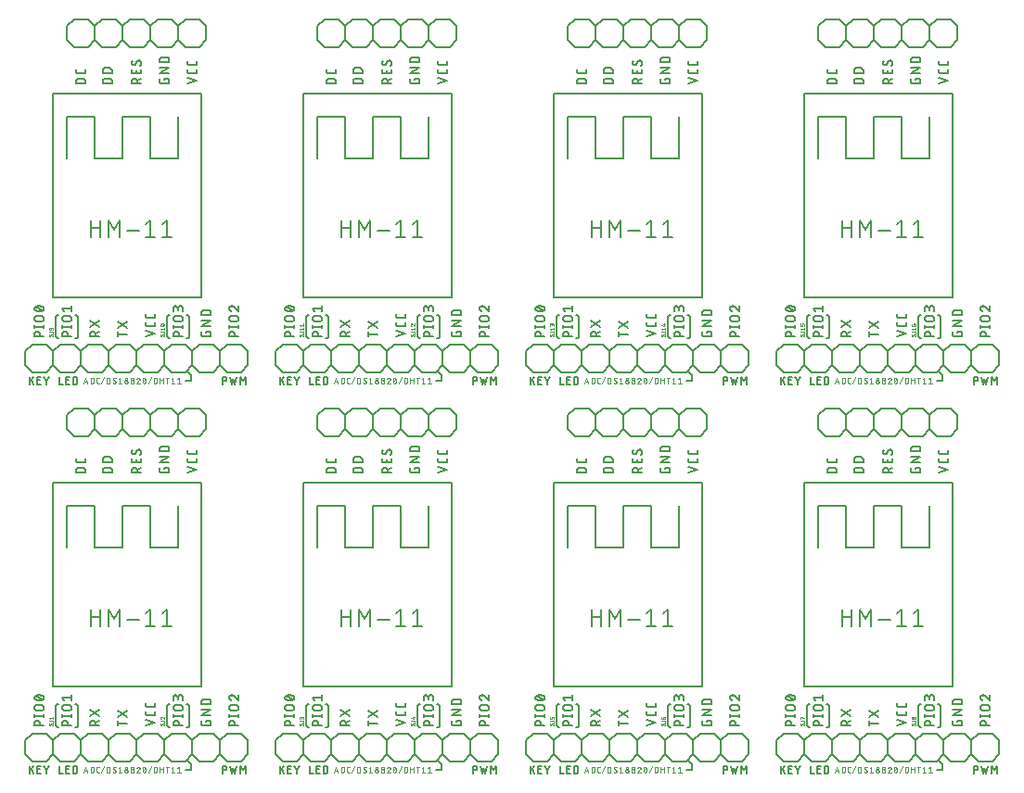
<source format=gto>
G04 EAGLE Gerber RS-274X export*
G75*
%MOMM*%
%FSLAX34Y34*%
%LPD*%
%INTop Silkscreen*%
%IPPOS*%
%AMOC8*
5,1,8,0,0,1.08239X$1,22.5*%
G01*
%ADD10C,0.152400*%
%ADD11C,0.101600*%
%ADD12C,0.127000*%
%ADD13C,0.203200*%
%ADD14C,0.025400*%


D10*
X105918Y51421D02*
X97282Y51421D01*
X97282Y49022D02*
X97282Y53820D01*
X97282Y62834D02*
X105918Y57077D01*
X105918Y62834D02*
X97282Y57077D01*
X80518Y49022D02*
X71882Y49022D01*
X71882Y51421D01*
X71884Y51518D01*
X71890Y51614D01*
X71899Y51710D01*
X71913Y51806D01*
X71930Y51901D01*
X71952Y51995D01*
X71977Y52088D01*
X72005Y52181D01*
X72038Y52272D01*
X72074Y52361D01*
X72114Y52449D01*
X72157Y52536D01*
X72203Y52621D01*
X72253Y52703D01*
X72307Y52784D01*
X72363Y52862D01*
X72423Y52938D01*
X72485Y53012D01*
X72551Y53083D01*
X72619Y53151D01*
X72690Y53217D01*
X72764Y53279D01*
X72840Y53339D01*
X72918Y53395D01*
X72999Y53449D01*
X73082Y53499D01*
X73166Y53545D01*
X73253Y53588D01*
X73341Y53628D01*
X73430Y53664D01*
X73521Y53697D01*
X73614Y53725D01*
X73707Y53750D01*
X73801Y53772D01*
X73896Y53789D01*
X73992Y53803D01*
X74088Y53812D01*
X74184Y53818D01*
X74281Y53820D01*
X74378Y53818D01*
X74474Y53812D01*
X74570Y53803D01*
X74666Y53789D01*
X74761Y53772D01*
X74855Y53750D01*
X74948Y53725D01*
X75041Y53697D01*
X75132Y53664D01*
X75221Y53628D01*
X75309Y53588D01*
X75396Y53545D01*
X75481Y53499D01*
X75563Y53449D01*
X75644Y53395D01*
X75722Y53339D01*
X75798Y53279D01*
X75872Y53217D01*
X75943Y53151D01*
X76011Y53083D01*
X76077Y53012D01*
X76139Y52938D01*
X76199Y52862D01*
X76255Y52784D01*
X76309Y52703D01*
X76359Y52621D01*
X76405Y52536D01*
X76448Y52449D01*
X76488Y52361D01*
X76524Y52272D01*
X76557Y52181D01*
X76585Y52088D01*
X76610Y51995D01*
X76632Y51901D01*
X76649Y51806D01*
X76663Y51710D01*
X76672Y51614D01*
X76678Y51518D01*
X76680Y51421D01*
X76680Y49022D01*
X76680Y51901D02*
X80518Y53820D01*
X80518Y57602D02*
X71882Y63359D01*
X71882Y57602D02*
X80518Y63359D01*
X122682Y49022D02*
X131318Y51901D01*
X122682Y54779D01*
X131318Y60527D02*
X131318Y62446D01*
X131318Y60527D02*
X131316Y60441D01*
X131310Y60355D01*
X131301Y60269D01*
X131287Y60184D01*
X131270Y60100D01*
X131249Y60016D01*
X131224Y59934D01*
X131196Y59853D01*
X131164Y59773D01*
X131128Y59694D01*
X131089Y59618D01*
X131046Y59543D01*
X131001Y59470D01*
X130952Y59399D01*
X130899Y59331D01*
X130844Y59264D01*
X130786Y59201D01*
X130725Y59140D01*
X130662Y59082D01*
X130595Y59027D01*
X130527Y58975D01*
X130456Y58925D01*
X130383Y58880D01*
X130308Y58837D01*
X130232Y58798D01*
X130153Y58762D01*
X130073Y58730D01*
X129992Y58702D01*
X129910Y58677D01*
X129826Y58656D01*
X129742Y58639D01*
X129657Y58625D01*
X129571Y58616D01*
X129485Y58610D01*
X129399Y58608D01*
X124601Y58608D01*
X124515Y58610D01*
X124429Y58616D01*
X124343Y58625D01*
X124258Y58639D01*
X124174Y58656D01*
X124090Y58677D01*
X124008Y58702D01*
X123927Y58730D01*
X123847Y58762D01*
X123768Y58798D01*
X123692Y58837D01*
X123617Y58880D01*
X123544Y58925D01*
X123473Y58974D01*
X123405Y59027D01*
X123338Y59082D01*
X123275Y59140D01*
X123214Y59201D01*
X123156Y59264D01*
X123101Y59331D01*
X123049Y59399D01*
X122999Y59470D01*
X122954Y59543D01*
X122911Y59618D01*
X122872Y59694D01*
X122836Y59773D01*
X122804Y59853D01*
X122776Y59934D01*
X122751Y60016D01*
X122730Y60100D01*
X122713Y60184D01*
X122699Y60269D01*
X122690Y60355D01*
X122684Y60441D01*
X122682Y60527D01*
X122682Y62446D01*
X131318Y68147D02*
X131318Y70066D01*
X131318Y68147D02*
X131316Y68061D01*
X131310Y67975D01*
X131301Y67889D01*
X131287Y67804D01*
X131270Y67720D01*
X131249Y67636D01*
X131224Y67554D01*
X131196Y67473D01*
X131164Y67393D01*
X131128Y67314D01*
X131089Y67238D01*
X131046Y67163D01*
X131001Y67090D01*
X130952Y67019D01*
X130899Y66951D01*
X130844Y66884D01*
X130786Y66821D01*
X130725Y66760D01*
X130662Y66702D01*
X130595Y66647D01*
X130527Y66595D01*
X130456Y66545D01*
X130383Y66500D01*
X130308Y66457D01*
X130232Y66418D01*
X130153Y66382D01*
X130073Y66350D01*
X129992Y66322D01*
X129910Y66297D01*
X129826Y66276D01*
X129742Y66259D01*
X129657Y66245D01*
X129571Y66236D01*
X129485Y66230D01*
X129399Y66228D01*
X129399Y66227D02*
X124601Y66227D01*
X124601Y66228D02*
X124515Y66230D01*
X124429Y66236D01*
X124343Y66245D01*
X124258Y66259D01*
X124174Y66276D01*
X124090Y66297D01*
X124008Y66322D01*
X123927Y66350D01*
X123847Y66382D01*
X123768Y66418D01*
X123692Y66457D01*
X123617Y66500D01*
X123544Y66545D01*
X123473Y66594D01*
X123405Y66647D01*
X123338Y66702D01*
X123275Y66760D01*
X123214Y66821D01*
X123156Y66884D01*
X123101Y66951D01*
X123049Y67019D01*
X122999Y67090D01*
X122954Y67163D01*
X122911Y67238D01*
X122872Y67314D01*
X122836Y67393D01*
X122804Y67473D01*
X122776Y67554D01*
X122751Y67636D01*
X122730Y67720D01*
X122713Y67804D01*
X122699Y67889D01*
X122690Y67975D01*
X122684Y68061D01*
X122682Y68147D01*
X122682Y70066D01*
X177320Y53820D02*
X177320Y52380D01*
X177320Y53820D02*
X182118Y53820D01*
X182118Y50941D01*
X182116Y50855D01*
X182110Y50769D01*
X182101Y50683D01*
X182087Y50598D01*
X182070Y50514D01*
X182049Y50430D01*
X182024Y50348D01*
X181996Y50267D01*
X181964Y50187D01*
X181928Y50108D01*
X181889Y50032D01*
X181846Y49957D01*
X181801Y49884D01*
X181752Y49813D01*
X181699Y49745D01*
X181644Y49678D01*
X181586Y49615D01*
X181525Y49554D01*
X181462Y49496D01*
X181395Y49441D01*
X181327Y49389D01*
X181256Y49339D01*
X181183Y49294D01*
X181108Y49251D01*
X181032Y49212D01*
X180953Y49176D01*
X180873Y49144D01*
X180792Y49116D01*
X180710Y49091D01*
X180626Y49070D01*
X180542Y49053D01*
X180457Y49039D01*
X180371Y49030D01*
X180285Y49024D01*
X180199Y49022D01*
X175401Y49022D01*
X175315Y49024D01*
X175229Y49030D01*
X175143Y49039D01*
X175058Y49053D01*
X174974Y49070D01*
X174890Y49091D01*
X174808Y49116D01*
X174727Y49144D01*
X174647Y49176D01*
X174568Y49212D01*
X174492Y49251D01*
X174417Y49294D01*
X174344Y49339D01*
X174273Y49388D01*
X174205Y49441D01*
X174138Y49496D01*
X174075Y49554D01*
X174014Y49615D01*
X173956Y49678D01*
X173901Y49745D01*
X173849Y49813D01*
X173799Y49884D01*
X173754Y49957D01*
X173711Y50032D01*
X173672Y50108D01*
X173636Y50187D01*
X173604Y50267D01*
X173576Y50348D01*
X173551Y50430D01*
X173530Y50514D01*
X173513Y50598D01*
X173499Y50683D01*
X173490Y50769D01*
X173484Y50855D01*
X173482Y50941D01*
X173482Y53820D01*
X173482Y58776D02*
X182118Y58776D01*
X182118Y63573D02*
X173482Y58776D01*
X173482Y63573D02*
X182118Y63573D01*
X182118Y68529D02*
X173482Y68529D01*
X173482Y70928D01*
X173484Y71025D01*
X173490Y71121D01*
X173499Y71217D01*
X173513Y71313D01*
X173530Y71408D01*
X173552Y71502D01*
X173577Y71595D01*
X173605Y71688D01*
X173638Y71779D01*
X173674Y71868D01*
X173714Y71956D01*
X173757Y72043D01*
X173803Y72128D01*
X173853Y72210D01*
X173907Y72291D01*
X173963Y72369D01*
X174023Y72445D01*
X174085Y72519D01*
X174151Y72590D01*
X174219Y72658D01*
X174290Y72724D01*
X174364Y72786D01*
X174440Y72846D01*
X174518Y72902D01*
X174599Y72956D01*
X174682Y73006D01*
X174766Y73052D01*
X174853Y73095D01*
X174941Y73135D01*
X175030Y73171D01*
X175121Y73204D01*
X175214Y73232D01*
X175307Y73257D01*
X175401Y73279D01*
X175496Y73296D01*
X175592Y73310D01*
X175688Y73319D01*
X175784Y73325D01*
X175881Y73327D01*
X179719Y73327D01*
X179816Y73325D01*
X179912Y73319D01*
X180008Y73310D01*
X180104Y73296D01*
X180199Y73279D01*
X180293Y73257D01*
X180386Y73232D01*
X180479Y73204D01*
X180570Y73171D01*
X180659Y73135D01*
X180747Y73095D01*
X180834Y73052D01*
X180919Y73006D01*
X181001Y72956D01*
X181082Y72902D01*
X181160Y72846D01*
X181236Y72786D01*
X181310Y72724D01*
X181381Y72658D01*
X181449Y72590D01*
X181515Y72519D01*
X181577Y72445D01*
X181637Y72369D01*
X181693Y72291D01*
X181747Y72210D01*
X181797Y72128D01*
X181843Y72043D01*
X181886Y71956D01*
X181926Y71868D01*
X181962Y71779D01*
X181995Y71688D01*
X182023Y71595D01*
X182048Y71502D01*
X182070Y71408D01*
X182087Y71313D01*
X182101Y71217D01*
X182110Y71121D01*
X182116Y71025D01*
X182118Y70928D01*
X182118Y68529D01*
X198882Y49022D02*
X207518Y49022D01*
X198882Y49022D02*
X198882Y51421D01*
X198884Y51518D01*
X198890Y51614D01*
X198899Y51710D01*
X198913Y51806D01*
X198930Y51901D01*
X198952Y51995D01*
X198977Y52088D01*
X199005Y52181D01*
X199038Y52272D01*
X199074Y52361D01*
X199114Y52449D01*
X199157Y52536D01*
X199203Y52621D01*
X199253Y52703D01*
X199307Y52784D01*
X199363Y52862D01*
X199423Y52938D01*
X199485Y53012D01*
X199551Y53083D01*
X199619Y53151D01*
X199690Y53217D01*
X199764Y53279D01*
X199840Y53339D01*
X199918Y53395D01*
X199999Y53449D01*
X200082Y53499D01*
X200166Y53545D01*
X200253Y53588D01*
X200341Y53628D01*
X200430Y53664D01*
X200521Y53697D01*
X200614Y53725D01*
X200707Y53750D01*
X200801Y53772D01*
X200896Y53789D01*
X200992Y53803D01*
X201088Y53812D01*
X201184Y53818D01*
X201281Y53820D01*
X201378Y53818D01*
X201474Y53812D01*
X201570Y53803D01*
X201666Y53789D01*
X201761Y53772D01*
X201855Y53750D01*
X201948Y53725D01*
X202041Y53697D01*
X202132Y53664D01*
X202221Y53628D01*
X202309Y53588D01*
X202396Y53545D01*
X202481Y53499D01*
X202563Y53449D01*
X202644Y53395D01*
X202722Y53339D01*
X202798Y53279D01*
X202872Y53217D01*
X202943Y53151D01*
X203011Y53083D01*
X203077Y53012D01*
X203139Y52938D01*
X203199Y52862D01*
X203255Y52784D01*
X203309Y52703D01*
X203359Y52621D01*
X203405Y52536D01*
X203448Y52449D01*
X203488Y52361D01*
X203524Y52272D01*
X203557Y52181D01*
X203585Y52088D01*
X203610Y51995D01*
X203632Y51901D01*
X203649Y51806D01*
X203663Y51710D01*
X203672Y51614D01*
X203678Y51518D01*
X203680Y51421D01*
X203680Y49022D01*
X207518Y58236D02*
X198882Y58236D01*
X207518Y57277D02*
X207518Y59196D01*
X198882Y59196D02*
X198882Y57277D01*
X201281Y63153D02*
X205119Y63153D01*
X201281Y63153D02*
X201184Y63155D01*
X201088Y63161D01*
X200992Y63170D01*
X200896Y63184D01*
X200801Y63201D01*
X200707Y63223D01*
X200614Y63248D01*
X200521Y63276D01*
X200430Y63309D01*
X200341Y63345D01*
X200253Y63385D01*
X200166Y63428D01*
X200081Y63474D01*
X199999Y63524D01*
X199918Y63578D01*
X199840Y63634D01*
X199764Y63694D01*
X199690Y63756D01*
X199619Y63822D01*
X199551Y63890D01*
X199485Y63961D01*
X199423Y64035D01*
X199363Y64111D01*
X199307Y64189D01*
X199253Y64270D01*
X199203Y64353D01*
X199157Y64437D01*
X199114Y64524D01*
X199074Y64612D01*
X199038Y64701D01*
X199005Y64792D01*
X198977Y64885D01*
X198952Y64978D01*
X198930Y65072D01*
X198913Y65167D01*
X198899Y65263D01*
X198890Y65359D01*
X198884Y65455D01*
X198882Y65552D01*
X198884Y65649D01*
X198890Y65745D01*
X198899Y65841D01*
X198913Y65937D01*
X198930Y66032D01*
X198952Y66126D01*
X198977Y66219D01*
X199005Y66312D01*
X199038Y66403D01*
X199074Y66492D01*
X199114Y66580D01*
X199157Y66667D01*
X199203Y66752D01*
X199253Y66834D01*
X199307Y66915D01*
X199363Y66993D01*
X199423Y67069D01*
X199485Y67143D01*
X199551Y67214D01*
X199619Y67282D01*
X199690Y67348D01*
X199764Y67410D01*
X199840Y67470D01*
X199918Y67526D01*
X199999Y67580D01*
X200082Y67630D01*
X200166Y67676D01*
X200253Y67719D01*
X200341Y67759D01*
X200430Y67795D01*
X200521Y67828D01*
X200614Y67856D01*
X200707Y67881D01*
X200801Y67903D01*
X200896Y67920D01*
X200992Y67934D01*
X201088Y67943D01*
X201184Y67949D01*
X201281Y67951D01*
X205119Y67951D01*
X205216Y67949D01*
X205312Y67943D01*
X205408Y67934D01*
X205504Y67920D01*
X205599Y67903D01*
X205693Y67881D01*
X205786Y67856D01*
X205879Y67828D01*
X205970Y67795D01*
X206059Y67759D01*
X206147Y67719D01*
X206234Y67676D01*
X206319Y67630D01*
X206401Y67580D01*
X206482Y67526D01*
X206560Y67470D01*
X206636Y67410D01*
X206710Y67348D01*
X206781Y67282D01*
X206849Y67214D01*
X206915Y67143D01*
X206977Y67069D01*
X207037Y66993D01*
X207093Y66915D01*
X207147Y66834D01*
X207197Y66751D01*
X207243Y66667D01*
X207286Y66580D01*
X207326Y66492D01*
X207362Y66403D01*
X207395Y66312D01*
X207423Y66219D01*
X207448Y66126D01*
X207470Y66032D01*
X207487Y65937D01*
X207501Y65841D01*
X207510Y65745D01*
X207516Y65649D01*
X207518Y65552D01*
X207516Y65455D01*
X207510Y65359D01*
X207501Y65263D01*
X207487Y65167D01*
X207470Y65072D01*
X207448Y64978D01*
X207423Y64885D01*
X207395Y64792D01*
X207362Y64701D01*
X207326Y64612D01*
X207286Y64524D01*
X207243Y64437D01*
X207197Y64352D01*
X207147Y64270D01*
X207093Y64189D01*
X207037Y64111D01*
X206977Y64035D01*
X206915Y63961D01*
X206849Y63890D01*
X206781Y63822D01*
X206710Y63756D01*
X206636Y63694D01*
X206560Y63634D01*
X206482Y63578D01*
X206401Y63524D01*
X206319Y63474D01*
X206234Y63428D01*
X206147Y63385D01*
X206059Y63345D01*
X205970Y63309D01*
X205879Y63276D01*
X205786Y63248D01*
X205693Y63223D01*
X205599Y63201D01*
X205504Y63184D01*
X205408Y63170D01*
X205312Y63161D01*
X205216Y63155D01*
X205119Y63153D01*
X198882Y74936D02*
X198884Y75028D01*
X198890Y75119D01*
X198899Y75210D01*
X198913Y75301D01*
X198930Y75391D01*
X198952Y75480D01*
X198977Y75568D01*
X199005Y75655D01*
X199038Y75741D01*
X199074Y75825D01*
X199113Y75908D01*
X199156Y75989D01*
X199203Y76068D01*
X199252Y76145D01*
X199305Y76220D01*
X199361Y76292D01*
X199420Y76362D01*
X199482Y76430D01*
X199547Y76495D01*
X199615Y76557D01*
X199685Y76616D01*
X199757Y76672D01*
X199832Y76725D01*
X199909Y76774D01*
X199988Y76821D01*
X200069Y76864D01*
X200152Y76903D01*
X200236Y76939D01*
X200322Y76972D01*
X200409Y77000D01*
X200497Y77025D01*
X200586Y77047D01*
X200676Y77064D01*
X200767Y77078D01*
X200858Y77087D01*
X200949Y77093D01*
X201041Y77095D01*
X198882Y74936D02*
X198884Y74833D01*
X198890Y74731D01*
X198899Y74629D01*
X198912Y74527D01*
X198929Y74426D01*
X198950Y74325D01*
X198974Y74226D01*
X199003Y74127D01*
X199034Y74030D01*
X199070Y73933D01*
X199108Y73838D01*
X199151Y73745D01*
X199197Y73653D01*
X199246Y73563D01*
X199298Y73475D01*
X199354Y73388D01*
X199413Y73304D01*
X199474Y73223D01*
X199539Y73143D01*
X199607Y73066D01*
X199678Y72991D01*
X199751Y72920D01*
X199827Y72851D01*
X199905Y72784D01*
X199986Y72721D01*
X200069Y72661D01*
X200154Y72604D01*
X200241Y72550D01*
X200331Y72499D01*
X200422Y72452D01*
X200514Y72408D01*
X200609Y72367D01*
X200704Y72330D01*
X200801Y72297D01*
X202720Y76375D02*
X202654Y76442D01*
X202585Y76506D01*
X202514Y76567D01*
X202440Y76625D01*
X202364Y76680D01*
X202286Y76732D01*
X202206Y76781D01*
X202124Y76827D01*
X202040Y76869D01*
X201954Y76908D01*
X201867Y76943D01*
X201779Y76974D01*
X201689Y77002D01*
X201599Y77027D01*
X201507Y77048D01*
X201415Y77065D01*
X201322Y77078D01*
X201229Y77087D01*
X201135Y77093D01*
X201041Y77095D01*
X202720Y76375D02*
X207518Y72297D01*
X207518Y77095D01*
X156718Y49022D02*
X148082Y49022D01*
X148082Y51421D01*
X148084Y51518D01*
X148090Y51614D01*
X148099Y51710D01*
X148113Y51806D01*
X148130Y51901D01*
X148152Y51995D01*
X148177Y52088D01*
X148205Y52181D01*
X148238Y52272D01*
X148274Y52361D01*
X148314Y52449D01*
X148357Y52536D01*
X148403Y52621D01*
X148453Y52703D01*
X148507Y52784D01*
X148563Y52862D01*
X148623Y52938D01*
X148685Y53012D01*
X148751Y53083D01*
X148819Y53151D01*
X148890Y53217D01*
X148964Y53279D01*
X149040Y53339D01*
X149118Y53395D01*
X149199Y53449D01*
X149282Y53499D01*
X149366Y53545D01*
X149453Y53588D01*
X149541Y53628D01*
X149630Y53664D01*
X149721Y53697D01*
X149814Y53725D01*
X149907Y53750D01*
X150001Y53772D01*
X150096Y53789D01*
X150192Y53803D01*
X150288Y53812D01*
X150384Y53818D01*
X150481Y53820D01*
X150578Y53818D01*
X150674Y53812D01*
X150770Y53803D01*
X150866Y53789D01*
X150961Y53772D01*
X151055Y53750D01*
X151148Y53725D01*
X151241Y53697D01*
X151332Y53664D01*
X151421Y53628D01*
X151509Y53588D01*
X151596Y53545D01*
X151681Y53499D01*
X151763Y53449D01*
X151844Y53395D01*
X151922Y53339D01*
X151998Y53279D01*
X152072Y53217D01*
X152143Y53151D01*
X152211Y53083D01*
X152277Y53012D01*
X152339Y52938D01*
X152399Y52862D01*
X152455Y52784D01*
X152509Y52703D01*
X152559Y52621D01*
X152605Y52536D01*
X152648Y52449D01*
X152688Y52361D01*
X152724Y52272D01*
X152757Y52181D01*
X152785Y52088D01*
X152810Y51995D01*
X152832Y51901D01*
X152849Y51806D01*
X152863Y51710D01*
X152872Y51614D01*
X152878Y51518D01*
X152880Y51421D01*
X152880Y49022D01*
X156718Y58236D02*
X148082Y58236D01*
X156718Y57277D02*
X156718Y59196D01*
X148082Y59196D02*
X148082Y57277D01*
X150481Y63153D02*
X154319Y63153D01*
X150481Y63153D02*
X150384Y63155D01*
X150288Y63161D01*
X150192Y63170D01*
X150096Y63184D01*
X150001Y63201D01*
X149907Y63223D01*
X149814Y63248D01*
X149721Y63276D01*
X149630Y63309D01*
X149541Y63345D01*
X149453Y63385D01*
X149366Y63428D01*
X149281Y63474D01*
X149199Y63524D01*
X149118Y63578D01*
X149040Y63634D01*
X148964Y63694D01*
X148890Y63756D01*
X148819Y63822D01*
X148751Y63890D01*
X148685Y63961D01*
X148623Y64035D01*
X148563Y64111D01*
X148507Y64189D01*
X148453Y64270D01*
X148403Y64353D01*
X148357Y64437D01*
X148314Y64524D01*
X148274Y64612D01*
X148238Y64701D01*
X148205Y64792D01*
X148177Y64885D01*
X148152Y64978D01*
X148130Y65072D01*
X148113Y65167D01*
X148099Y65263D01*
X148090Y65359D01*
X148084Y65455D01*
X148082Y65552D01*
X148084Y65649D01*
X148090Y65745D01*
X148099Y65841D01*
X148113Y65937D01*
X148130Y66032D01*
X148152Y66126D01*
X148177Y66219D01*
X148205Y66312D01*
X148238Y66403D01*
X148274Y66492D01*
X148314Y66580D01*
X148357Y66667D01*
X148403Y66752D01*
X148453Y66834D01*
X148507Y66915D01*
X148563Y66993D01*
X148623Y67069D01*
X148685Y67143D01*
X148751Y67214D01*
X148819Y67282D01*
X148890Y67348D01*
X148964Y67410D01*
X149040Y67470D01*
X149118Y67526D01*
X149199Y67580D01*
X149282Y67630D01*
X149366Y67676D01*
X149453Y67719D01*
X149541Y67759D01*
X149630Y67795D01*
X149721Y67828D01*
X149814Y67856D01*
X149907Y67881D01*
X150001Y67903D01*
X150096Y67920D01*
X150192Y67934D01*
X150288Y67943D01*
X150384Y67949D01*
X150481Y67951D01*
X154319Y67951D01*
X154416Y67949D01*
X154512Y67943D01*
X154608Y67934D01*
X154704Y67920D01*
X154799Y67903D01*
X154893Y67881D01*
X154986Y67856D01*
X155079Y67828D01*
X155170Y67795D01*
X155259Y67759D01*
X155347Y67719D01*
X155434Y67676D01*
X155519Y67630D01*
X155601Y67580D01*
X155682Y67526D01*
X155760Y67470D01*
X155836Y67410D01*
X155910Y67348D01*
X155981Y67282D01*
X156049Y67214D01*
X156115Y67143D01*
X156177Y67069D01*
X156237Y66993D01*
X156293Y66915D01*
X156347Y66834D01*
X156397Y66751D01*
X156443Y66667D01*
X156486Y66580D01*
X156526Y66492D01*
X156562Y66403D01*
X156595Y66312D01*
X156623Y66219D01*
X156648Y66126D01*
X156670Y66032D01*
X156687Y65937D01*
X156701Y65841D01*
X156710Y65745D01*
X156716Y65649D01*
X156718Y65552D01*
X156716Y65455D01*
X156710Y65359D01*
X156701Y65263D01*
X156687Y65167D01*
X156670Y65072D01*
X156648Y64978D01*
X156623Y64885D01*
X156595Y64792D01*
X156562Y64701D01*
X156526Y64612D01*
X156486Y64524D01*
X156443Y64437D01*
X156397Y64352D01*
X156347Y64270D01*
X156293Y64189D01*
X156237Y64111D01*
X156177Y64035D01*
X156115Y63961D01*
X156049Y63890D01*
X155981Y63822D01*
X155910Y63756D01*
X155836Y63694D01*
X155760Y63634D01*
X155682Y63578D01*
X155601Y63524D01*
X155519Y63474D01*
X155434Y63428D01*
X155347Y63385D01*
X155259Y63345D01*
X155170Y63309D01*
X155079Y63276D01*
X154986Y63248D01*
X154893Y63223D01*
X154799Y63201D01*
X154704Y63184D01*
X154608Y63170D01*
X154512Y63161D01*
X154416Y63155D01*
X154319Y63153D01*
X156718Y72297D02*
X156718Y74696D01*
X156716Y74793D01*
X156710Y74889D01*
X156701Y74985D01*
X156687Y75081D01*
X156670Y75176D01*
X156648Y75270D01*
X156623Y75363D01*
X156595Y75456D01*
X156562Y75547D01*
X156526Y75636D01*
X156486Y75724D01*
X156443Y75811D01*
X156397Y75896D01*
X156347Y75978D01*
X156293Y76059D01*
X156237Y76137D01*
X156177Y76213D01*
X156115Y76287D01*
X156049Y76358D01*
X155981Y76426D01*
X155910Y76492D01*
X155836Y76554D01*
X155760Y76614D01*
X155682Y76670D01*
X155601Y76724D01*
X155519Y76774D01*
X155434Y76820D01*
X155347Y76863D01*
X155259Y76903D01*
X155170Y76939D01*
X155079Y76972D01*
X154986Y77000D01*
X154893Y77025D01*
X154799Y77047D01*
X154704Y77064D01*
X154608Y77078D01*
X154512Y77087D01*
X154416Y77093D01*
X154319Y77095D01*
X154222Y77093D01*
X154126Y77087D01*
X154030Y77078D01*
X153934Y77064D01*
X153839Y77047D01*
X153745Y77025D01*
X153652Y77000D01*
X153559Y76972D01*
X153468Y76939D01*
X153379Y76903D01*
X153291Y76863D01*
X153204Y76820D01*
X153120Y76774D01*
X153037Y76724D01*
X152956Y76670D01*
X152878Y76614D01*
X152802Y76554D01*
X152728Y76492D01*
X152657Y76426D01*
X152589Y76358D01*
X152523Y76287D01*
X152461Y76213D01*
X152401Y76137D01*
X152345Y76059D01*
X152291Y75978D01*
X152241Y75896D01*
X152195Y75811D01*
X152152Y75724D01*
X152112Y75636D01*
X152076Y75547D01*
X152043Y75456D01*
X152015Y75363D01*
X151990Y75270D01*
X151968Y75176D01*
X151951Y75081D01*
X151937Y74985D01*
X151928Y74889D01*
X151922Y74793D01*
X151920Y74696D01*
X148082Y75175D02*
X148082Y72297D01*
X148082Y75175D02*
X148084Y75261D01*
X148090Y75347D01*
X148099Y75433D01*
X148113Y75518D01*
X148130Y75602D01*
X148151Y75686D01*
X148176Y75768D01*
X148204Y75849D01*
X148236Y75929D01*
X148272Y76008D01*
X148311Y76084D01*
X148354Y76159D01*
X148399Y76232D01*
X148448Y76303D01*
X148501Y76371D01*
X148556Y76438D01*
X148614Y76501D01*
X148675Y76562D01*
X148738Y76620D01*
X148805Y76675D01*
X148873Y76728D01*
X148944Y76777D01*
X149017Y76822D01*
X149092Y76865D01*
X149168Y76904D01*
X149247Y76940D01*
X149327Y76972D01*
X149408Y77000D01*
X149490Y77025D01*
X149574Y77046D01*
X149658Y77063D01*
X149743Y77077D01*
X149829Y77086D01*
X149915Y77092D01*
X150001Y77094D01*
X150087Y77092D01*
X150173Y77086D01*
X150259Y77077D01*
X150344Y77063D01*
X150428Y77046D01*
X150512Y77025D01*
X150594Y77000D01*
X150675Y76972D01*
X150755Y76940D01*
X150834Y76904D01*
X150910Y76865D01*
X150985Y76822D01*
X151058Y76777D01*
X151129Y76728D01*
X151197Y76675D01*
X151264Y76620D01*
X151327Y76562D01*
X151388Y76501D01*
X151446Y76438D01*
X151501Y76371D01*
X151554Y76303D01*
X151603Y76232D01*
X151648Y76159D01*
X151691Y76084D01*
X151730Y76008D01*
X151766Y75929D01*
X151798Y75849D01*
X151826Y75768D01*
X151851Y75686D01*
X151872Y75602D01*
X151889Y75518D01*
X151903Y75433D01*
X151912Y75347D01*
X151918Y75261D01*
X151920Y75175D01*
X151920Y73256D01*
X55118Y49022D02*
X46482Y49022D01*
X46482Y51421D01*
X46484Y51518D01*
X46490Y51614D01*
X46499Y51710D01*
X46513Y51806D01*
X46530Y51901D01*
X46552Y51995D01*
X46577Y52088D01*
X46605Y52181D01*
X46638Y52272D01*
X46674Y52361D01*
X46714Y52449D01*
X46757Y52536D01*
X46803Y52621D01*
X46853Y52703D01*
X46907Y52784D01*
X46963Y52862D01*
X47023Y52938D01*
X47085Y53012D01*
X47151Y53083D01*
X47219Y53151D01*
X47290Y53217D01*
X47364Y53279D01*
X47440Y53339D01*
X47518Y53395D01*
X47599Y53449D01*
X47682Y53499D01*
X47766Y53545D01*
X47853Y53588D01*
X47941Y53628D01*
X48030Y53664D01*
X48121Y53697D01*
X48214Y53725D01*
X48307Y53750D01*
X48401Y53772D01*
X48496Y53789D01*
X48592Y53803D01*
X48688Y53812D01*
X48784Y53818D01*
X48881Y53820D01*
X48978Y53818D01*
X49074Y53812D01*
X49170Y53803D01*
X49266Y53789D01*
X49361Y53772D01*
X49455Y53750D01*
X49548Y53725D01*
X49641Y53697D01*
X49732Y53664D01*
X49821Y53628D01*
X49909Y53588D01*
X49996Y53545D01*
X50081Y53499D01*
X50163Y53449D01*
X50244Y53395D01*
X50322Y53339D01*
X50398Y53279D01*
X50472Y53217D01*
X50543Y53151D01*
X50611Y53083D01*
X50677Y53012D01*
X50739Y52938D01*
X50799Y52862D01*
X50855Y52784D01*
X50909Y52703D01*
X50959Y52621D01*
X51005Y52536D01*
X51048Y52449D01*
X51088Y52361D01*
X51124Y52272D01*
X51157Y52181D01*
X51185Y52088D01*
X51210Y51995D01*
X51232Y51901D01*
X51249Y51806D01*
X51263Y51710D01*
X51272Y51614D01*
X51278Y51518D01*
X51280Y51421D01*
X51280Y49022D01*
X55118Y58236D02*
X46482Y58236D01*
X55118Y57277D02*
X55118Y59196D01*
X46482Y59196D02*
X46482Y57277D01*
X48881Y63153D02*
X52719Y63153D01*
X48881Y63153D02*
X48784Y63155D01*
X48688Y63161D01*
X48592Y63170D01*
X48496Y63184D01*
X48401Y63201D01*
X48307Y63223D01*
X48214Y63248D01*
X48121Y63276D01*
X48030Y63309D01*
X47941Y63345D01*
X47853Y63385D01*
X47766Y63428D01*
X47681Y63474D01*
X47599Y63524D01*
X47518Y63578D01*
X47440Y63634D01*
X47364Y63694D01*
X47290Y63756D01*
X47219Y63822D01*
X47151Y63890D01*
X47085Y63961D01*
X47023Y64035D01*
X46963Y64111D01*
X46907Y64189D01*
X46853Y64270D01*
X46803Y64353D01*
X46757Y64437D01*
X46714Y64524D01*
X46674Y64612D01*
X46638Y64701D01*
X46605Y64792D01*
X46577Y64885D01*
X46552Y64978D01*
X46530Y65072D01*
X46513Y65167D01*
X46499Y65263D01*
X46490Y65359D01*
X46484Y65455D01*
X46482Y65552D01*
X46484Y65649D01*
X46490Y65745D01*
X46499Y65841D01*
X46513Y65937D01*
X46530Y66032D01*
X46552Y66126D01*
X46577Y66219D01*
X46605Y66312D01*
X46638Y66403D01*
X46674Y66492D01*
X46714Y66580D01*
X46757Y66667D01*
X46803Y66752D01*
X46853Y66834D01*
X46907Y66915D01*
X46963Y66993D01*
X47023Y67069D01*
X47085Y67143D01*
X47151Y67214D01*
X47219Y67282D01*
X47290Y67348D01*
X47364Y67410D01*
X47440Y67470D01*
X47518Y67526D01*
X47599Y67580D01*
X47682Y67630D01*
X47766Y67676D01*
X47853Y67719D01*
X47941Y67759D01*
X48030Y67795D01*
X48121Y67828D01*
X48214Y67856D01*
X48307Y67881D01*
X48401Y67903D01*
X48496Y67920D01*
X48592Y67934D01*
X48688Y67943D01*
X48784Y67949D01*
X48881Y67951D01*
X52719Y67951D01*
X52816Y67949D01*
X52912Y67943D01*
X53008Y67934D01*
X53104Y67920D01*
X53199Y67903D01*
X53293Y67881D01*
X53386Y67856D01*
X53479Y67828D01*
X53570Y67795D01*
X53659Y67759D01*
X53747Y67719D01*
X53834Y67676D01*
X53919Y67630D01*
X54001Y67580D01*
X54082Y67526D01*
X54160Y67470D01*
X54236Y67410D01*
X54310Y67348D01*
X54381Y67282D01*
X54449Y67214D01*
X54515Y67143D01*
X54577Y67069D01*
X54637Y66993D01*
X54693Y66915D01*
X54747Y66834D01*
X54797Y66751D01*
X54843Y66667D01*
X54886Y66580D01*
X54926Y66492D01*
X54962Y66403D01*
X54995Y66312D01*
X55023Y66219D01*
X55048Y66126D01*
X55070Y66032D01*
X55087Y65937D01*
X55101Y65841D01*
X55110Y65745D01*
X55116Y65649D01*
X55118Y65552D01*
X55116Y65455D01*
X55110Y65359D01*
X55101Y65263D01*
X55087Y65167D01*
X55070Y65072D01*
X55048Y64978D01*
X55023Y64885D01*
X54995Y64792D01*
X54962Y64701D01*
X54926Y64612D01*
X54886Y64524D01*
X54843Y64437D01*
X54797Y64352D01*
X54747Y64270D01*
X54693Y64189D01*
X54637Y64111D01*
X54577Y64035D01*
X54515Y63961D01*
X54449Y63890D01*
X54381Y63822D01*
X54310Y63756D01*
X54236Y63694D01*
X54160Y63634D01*
X54082Y63578D01*
X54001Y63524D01*
X53918Y63474D01*
X53834Y63428D01*
X53747Y63385D01*
X53659Y63345D01*
X53570Y63309D01*
X53479Y63276D01*
X53386Y63248D01*
X53293Y63223D01*
X53199Y63201D01*
X53104Y63184D01*
X53008Y63170D01*
X52912Y63161D01*
X52816Y63155D01*
X52719Y63153D01*
X48401Y72297D02*
X46482Y74696D01*
X55118Y74696D01*
X55118Y72297D02*
X55118Y77095D01*
X29718Y49022D02*
X21082Y49022D01*
X21082Y51421D01*
X21084Y51518D01*
X21090Y51614D01*
X21099Y51710D01*
X21113Y51806D01*
X21130Y51901D01*
X21152Y51995D01*
X21177Y52088D01*
X21205Y52181D01*
X21238Y52272D01*
X21274Y52361D01*
X21314Y52449D01*
X21357Y52536D01*
X21403Y52621D01*
X21453Y52703D01*
X21507Y52784D01*
X21563Y52862D01*
X21623Y52938D01*
X21685Y53012D01*
X21751Y53083D01*
X21819Y53151D01*
X21890Y53217D01*
X21964Y53279D01*
X22040Y53339D01*
X22118Y53395D01*
X22199Y53449D01*
X22282Y53499D01*
X22366Y53545D01*
X22453Y53588D01*
X22541Y53628D01*
X22630Y53664D01*
X22721Y53697D01*
X22814Y53725D01*
X22907Y53750D01*
X23001Y53772D01*
X23096Y53789D01*
X23192Y53803D01*
X23288Y53812D01*
X23384Y53818D01*
X23481Y53820D01*
X23578Y53818D01*
X23674Y53812D01*
X23770Y53803D01*
X23866Y53789D01*
X23961Y53772D01*
X24055Y53750D01*
X24148Y53725D01*
X24241Y53697D01*
X24332Y53664D01*
X24421Y53628D01*
X24509Y53588D01*
X24596Y53545D01*
X24681Y53499D01*
X24763Y53449D01*
X24844Y53395D01*
X24922Y53339D01*
X24998Y53279D01*
X25072Y53217D01*
X25143Y53151D01*
X25211Y53083D01*
X25277Y53012D01*
X25339Y52938D01*
X25399Y52862D01*
X25455Y52784D01*
X25509Y52703D01*
X25559Y52621D01*
X25605Y52536D01*
X25648Y52449D01*
X25688Y52361D01*
X25724Y52272D01*
X25757Y52181D01*
X25785Y52088D01*
X25810Y51995D01*
X25832Y51901D01*
X25849Y51806D01*
X25863Y51710D01*
X25872Y51614D01*
X25878Y51518D01*
X25880Y51421D01*
X25880Y49022D01*
X29718Y58236D02*
X21082Y58236D01*
X29718Y57277D02*
X29718Y59196D01*
X21082Y59196D02*
X21082Y57277D01*
X23481Y63153D02*
X27319Y63153D01*
X23481Y63153D02*
X23384Y63155D01*
X23288Y63161D01*
X23192Y63170D01*
X23096Y63184D01*
X23001Y63201D01*
X22907Y63223D01*
X22814Y63248D01*
X22721Y63276D01*
X22630Y63309D01*
X22541Y63345D01*
X22453Y63385D01*
X22366Y63428D01*
X22281Y63474D01*
X22199Y63524D01*
X22118Y63578D01*
X22040Y63634D01*
X21964Y63694D01*
X21890Y63756D01*
X21819Y63822D01*
X21751Y63890D01*
X21685Y63961D01*
X21623Y64035D01*
X21563Y64111D01*
X21507Y64189D01*
X21453Y64270D01*
X21403Y64353D01*
X21357Y64437D01*
X21314Y64524D01*
X21274Y64612D01*
X21238Y64701D01*
X21205Y64792D01*
X21177Y64885D01*
X21152Y64978D01*
X21130Y65072D01*
X21113Y65167D01*
X21099Y65263D01*
X21090Y65359D01*
X21084Y65455D01*
X21082Y65552D01*
X21084Y65649D01*
X21090Y65745D01*
X21099Y65841D01*
X21113Y65937D01*
X21130Y66032D01*
X21152Y66126D01*
X21177Y66219D01*
X21205Y66312D01*
X21238Y66403D01*
X21274Y66492D01*
X21314Y66580D01*
X21357Y66667D01*
X21403Y66752D01*
X21453Y66834D01*
X21507Y66915D01*
X21563Y66993D01*
X21623Y67069D01*
X21685Y67143D01*
X21751Y67214D01*
X21819Y67282D01*
X21890Y67348D01*
X21964Y67410D01*
X22040Y67470D01*
X22118Y67526D01*
X22199Y67580D01*
X22282Y67630D01*
X22366Y67676D01*
X22453Y67719D01*
X22541Y67759D01*
X22630Y67795D01*
X22721Y67828D01*
X22814Y67856D01*
X22907Y67881D01*
X23001Y67903D01*
X23096Y67920D01*
X23192Y67934D01*
X23288Y67943D01*
X23384Y67949D01*
X23481Y67951D01*
X27319Y67951D01*
X27416Y67949D01*
X27512Y67943D01*
X27608Y67934D01*
X27704Y67920D01*
X27799Y67903D01*
X27893Y67881D01*
X27986Y67856D01*
X28079Y67828D01*
X28170Y67795D01*
X28259Y67759D01*
X28347Y67719D01*
X28434Y67676D01*
X28519Y67630D01*
X28601Y67580D01*
X28682Y67526D01*
X28760Y67470D01*
X28836Y67410D01*
X28910Y67348D01*
X28981Y67282D01*
X29049Y67214D01*
X29115Y67143D01*
X29177Y67069D01*
X29237Y66993D01*
X29293Y66915D01*
X29347Y66834D01*
X29397Y66751D01*
X29443Y66667D01*
X29486Y66580D01*
X29526Y66492D01*
X29562Y66403D01*
X29595Y66312D01*
X29623Y66219D01*
X29648Y66126D01*
X29670Y66032D01*
X29687Y65937D01*
X29701Y65841D01*
X29710Y65745D01*
X29716Y65649D01*
X29718Y65552D01*
X29716Y65455D01*
X29710Y65359D01*
X29701Y65263D01*
X29687Y65167D01*
X29670Y65072D01*
X29648Y64978D01*
X29623Y64885D01*
X29595Y64792D01*
X29562Y64701D01*
X29526Y64612D01*
X29486Y64524D01*
X29443Y64437D01*
X29397Y64352D01*
X29347Y64270D01*
X29293Y64189D01*
X29237Y64111D01*
X29177Y64035D01*
X29115Y63961D01*
X29049Y63890D01*
X28981Y63822D01*
X28910Y63756D01*
X28836Y63694D01*
X28760Y63634D01*
X28682Y63578D01*
X28601Y63524D01*
X28518Y63474D01*
X28434Y63428D01*
X28347Y63385D01*
X28259Y63345D01*
X28170Y63309D01*
X28079Y63276D01*
X27986Y63248D01*
X27893Y63223D01*
X27799Y63201D01*
X27704Y63184D01*
X27608Y63170D01*
X27512Y63161D01*
X27416Y63155D01*
X27319Y63153D01*
X25400Y72297D02*
X25230Y72299D01*
X25060Y72305D01*
X24891Y72315D01*
X24721Y72329D01*
X24552Y72348D01*
X24384Y72370D01*
X24216Y72396D01*
X24049Y72426D01*
X23883Y72461D01*
X23717Y72499D01*
X23552Y72541D01*
X23389Y72587D01*
X23227Y72637D01*
X23065Y72691D01*
X22906Y72748D01*
X22747Y72810D01*
X22590Y72875D01*
X22435Y72944D01*
X22281Y73017D01*
X22205Y73045D01*
X22130Y73077D01*
X22056Y73112D01*
X21984Y73150D01*
X21914Y73192D01*
X21846Y73237D01*
X21780Y73285D01*
X21716Y73336D01*
X21655Y73390D01*
X21596Y73446D01*
X21540Y73506D01*
X21487Y73567D01*
X21437Y73631D01*
X21389Y73698D01*
X21345Y73766D01*
X21304Y73837D01*
X21266Y73909D01*
X21232Y73983D01*
X21201Y74058D01*
X21173Y74135D01*
X21149Y74213D01*
X21129Y74292D01*
X21112Y74372D01*
X21099Y74452D01*
X21089Y74533D01*
X21084Y74614D01*
X21082Y74696D01*
X21084Y74778D01*
X21089Y74859D01*
X21099Y74940D01*
X21112Y75020D01*
X21129Y75100D01*
X21149Y75179D01*
X21173Y75257D01*
X21201Y75334D01*
X21232Y75409D01*
X21266Y75483D01*
X21304Y75555D01*
X21345Y75626D01*
X21389Y75694D01*
X21437Y75761D01*
X21487Y75825D01*
X21540Y75886D01*
X21596Y75946D01*
X21655Y76002D01*
X21716Y76056D01*
X21780Y76107D01*
X21846Y76155D01*
X21914Y76200D01*
X21984Y76242D01*
X22056Y76280D01*
X22130Y76315D01*
X22205Y76347D01*
X22281Y76375D01*
X22435Y76448D01*
X22590Y76517D01*
X22747Y76582D01*
X22906Y76644D01*
X23065Y76701D01*
X23227Y76755D01*
X23389Y76805D01*
X23552Y76851D01*
X23717Y76893D01*
X23883Y76931D01*
X24049Y76966D01*
X24216Y76996D01*
X24384Y77022D01*
X24552Y77044D01*
X24721Y77063D01*
X24891Y77077D01*
X25060Y77087D01*
X25230Y77093D01*
X25400Y77095D01*
X25400Y72297D02*
X25570Y72299D01*
X25740Y72305D01*
X25909Y72315D01*
X26079Y72329D01*
X26248Y72348D01*
X26416Y72370D01*
X26584Y72396D01*
X26751Y72426D01*
X26917Y72461D01*
X27083Y72499D01*
X27248Y72541D01*
X27411Y72587D01*
X27573Y72637D01*
X27735Y72691D01*
X27894Y72748D01*
X28053Y72810D01*
X28210Y72875D01*
X28365Y72944D01*
X28519Y73017D01*
X28595Y73045D01*
X28670Y73077D01*
X28744Y73112D01*
X28816Y73150D01*
X28886Y73192D01*
X28954Y73237D01*
X29020Y73285D01*
X29084Y73336D01*
X29145Y73390D01*
X29204Y73446D01*
X29260Y73506D01*
X29313Y73567D01*
X29363Y73631D01*
X29411Y73698D01*
X29455Y73766D01*
X29496Y73837D01*
X29534Y73909D01*
X29568Y73983D01*
X29599Y74058D01*
X29627Y74135D01*
X29651Y74213D01*
X29671Y74292D01*
X29688Y74372D01*
X29701Y74452D01*
X29711Y74533D01*
X29716Y74614D01*
X29718Y74696D01*
X28519Y76375D02*
X28365Y76448D01*
X28210Y76517D01*
X28053Y76582D01*
X27894Y76644D01*
X27735Y76701D01*
X27573Y76755D01*
X27411Y76805D01*
X27248Y76851D01*
X27083Y76893D01*
X26917Y76931D01*
X26751Y76966D01*
X26584Y76996D01*
X26416Y77022D01*
X26248Y77044D01*
X26079Y77063D01*
X25909Y77077D01*
X25740Y77087D01*
X25570Y77093D01*
X25400Y77095D01*
X28519Y76375D02*
X28595Y76347D01*
X28670Y76315D01*
X28744Y76280D01*
X28816Y76242D01*
X28886Y76200D01*
X28954Y76155D01*
X29020Y76107D01*
X29084Y76056D01*
X29145Y76002D01*
X29204Y75946D01*
X29260Y75886D01*
X29313Y75825D01*
X29363Y75761D01*
X29411Y75694D01*
X29455Y75626D01*
X29496Y75555D01*
X29534Y75483D01*
X29568Y75409D01*
X29599Y75334D01*
X29627Y75257D01*
X29651Y75179D01*
X29671Y75100D01*
X29688Y75020D01*
X29701Y74940D01*
X29711Y74859D01*
X29716Y74778D01*
X29718Y74696D01*
X27799Y72777D02*
X23001Y76615D01*
X83312Y280162D02*
X91948Y280162D01*
X83312Y280162D02*
X83312Y282561D01*
X83314Y282658D01*
X83320Y282754D01*
X83329Y282850D01*
X83343Y282946D01*
X83360Y283041D01*
X83382Y283135D01*
X83407Y283228D01*
X83435Y283321D01*
X83468Y283412D01*
X83504Y283501D01*
X83544Y283589D01*
X83587Y283676D01*
X83633Y283761D01*
X83683Y283843D01*
X83737Y283924D01*
X83793Y284002D01*
X83853Y284078D01*
X83915Y284152D01*
X83981Y284223D01*
X84049Y284291D01*
X84120Y284357D01*
X84194Y284419D01*
X84270Y284479D01*
X84348Y284535D01*
X84429Y284589D01*
X84512Y284639D01*
X84596Y284685D01*
X84683Y284728D01*
X84771Y284768D01*
X84860Y284804D01*
X84951Y284837D01*
X85044Y284865D01*
X85137Y284890D01*
X85231Y284912D01*
X85326Y284929D01*
X85422Y284943D01*
X85518Y284952D01*
X85614Y284958D01*
X85711Y284960D01*
X89549Y284960D01*
X89646Y284958D01*
X89742Y284952D01*
X89838Y284943D01*
X89934Y284929D01*
X90029Y284912D01*
X90123Y284890D01*
X90216Y284865D01*
X90309Y284837D01*
X90400Y284804D01*
X90489Y284768D01*
X90577Y284728D01*
X90664Y284685D01*
X90749Y284639D01*
X90831Y284589D01*
X90912Y284535D01*
X90990Y284479D01*
X91066Y284419D01*
X91140Y284357D01*
X91211Y284291D01*
X91279Y284223D01*
X91345Y284152D01*
X91407Y284078D01*
X91467Y284002D01*
X91523Y283924D01*
X91577Y283843D01*
X91627Y283761D01*
X91673Y283676D01*
X91716Y283589D01*
X91756Y283501D01*
X91792Y283412D01*
X91825Y283321D01*
X91853Y283228D01*
X91878Y283135D01*
X91900Y283041D01*
X91917Y282946D01*
X91931Y282850D01*
X91940Y282754D01*
X91946Y282658D01*
X91948Y282561D01*
X91948Y280162D01*
X91948Y289916D02*
X83312Y289916D01*
X83312Y292314D01*
X83314Y292411D01*
X83320Y292507D01*
X83329Y292603D01*
X83343Y292699D01*
X83360Y292794D01*
X83382Y292888D01*
X83407Y292981D01*
X83435Y293074D01*
X83468Y293165D01*
X83504Y293254D01*
X83544Y293342D01*
X83587Y293429D01*
X83633Y293514D01*
X83683Y293596D01*
X83737Y293677D01*
X83793Y293755D01*
X83853Y293831D01*
X83915Y293905D01*
X83981Y293976D01*
X84049Y294044D01*
X84120Y294110D01*
X84194Y294172D01*
X84270Y294232D01*
X84348Y294288D01*
X84429Y294342D01*
X84512Y294392D01*
X84596Y294438D01*
X84683Y294481D01*
X84771Y294521D01*
X84860Y294557D01*
X84951Y294590D01*
X85044Y294618D01*
X85137Y294643D01*
X85231Y294665D01*
X85326Y294682D01*
X85422Y294696D01*
X85518Y294705D01*
X85614Y294711D01*
X85711Y294713D01*
X89549Y294713D01*
X89646Y294711D01*
X89742Y294705D01*
X89838Y294696D01*
X89934Y294682D01*
X90029Y294665D01*
X90123Y294643D01*
X90216Y294618D01*
X90309Y294590D01*
X90400Y294557D01*
X90489Y294521D01*
X90577Y294481D01*
X90664Y294438D01*
X90749Y294392D01*
X90831Y294342D01*
X90912Y294288D01*
X90990Y294232D01*
X91066Y294172D01*
X91140Y294110D01*
X91211Y294044D01*
X91279Y293976D01*
X91345Y293905D01*
X91407Y293831D01*
X91467Y293755D01*
X91523Y293677D01*
X91577Y293596D01*
X91627Y293514D01*
X91673Y293429D01*
X91716Y293342D01*
X91756Y293254D01*
X91792Y293165D01*
X91825Y293074D01*
X91853Y292981D01*
X91878Y292888D01*
X91900Y292794D01*
X91917Y292699D01*
X91931Y292603D01*
X91940Y292507D01*
X91946Y292411D01*
X91948Y292314D01*
X91948Y289916D01*
X67818Y280162D02*
X59182Y280162D01*
X59182Y282561D01*
X59184Y282658D01*
X59190Y282754D01*
X59199Y282850D01*
X59213Y282946D01*
X59230Y283041D01*
X59252Y283135D01*
X59277Y283228D01*
X59305Y283321D01*
X59338Y283412D01*
X59374Y283501D01*
X59414Y283589D01*
X59457Y283676D01*
X59503Y283761D01*
X59553Y283843D01*
X59607Y283924D01*
X59663Y284002D01*
X59723Y284078D01*
X59785Y284152D01*
X59851Y284223D01*
X59919Y284291D01*
X59990Y284357D01*
X60064Y284419D01*
X60140Y284479D01*
X60218Y284535D01*
X60299Y284589D01*
X60382Y284639D01*
X60466Y284685D01*
X60553Y284728D01*
X60641Y284768D01*
X60730Y284804D01*
X60821Y284837D01*
X60914Y284865D01*
X61007Y284890D01*
X61101Y284912D01*
X61196Y284929D01*
X61292Y284943D01*
X61388Y284952D01*
X61484Y284958D01*
X61581Y284960D01*
X65419Y284960D01*
X65516Y284958D01*
X65612Y284952D01*
X65708Y284943D01*
X65804Y284929D01*
X65899Y284912D01*
X65993Y284890D01*
X66086Y284865D01*
X66179Y284837D01*
X66270Y284804D01*
X66359Y284768D01*
X66447Y284728D01*
X66534Y284685D01*
X66619Y284639D01*
X66701Y284589D01*
X66782Y284535D01*
X66860Y284479D01*
X66936Y284419D01*
X67010Y284357D01*
X67081Y284291D01*
X67149Y284223D01*
X67215Y284152D01*
X67277Y284078D01*
X67337Y284002D01*
X67393Y283924D01*
X67447Y283843D01*
X67497Y283761D01*
X67543Y283676D01*
X67586Y283589D01*
X67626Y283501D01*
X67662Y283412D01*
X67695Y283321D01*
X67723Y283228D01*
X67748Y283135D01*
X67770Y283041D01*
X67787Y282946D01*
X67801Y282850D01*
X67810Y282754D01*
X67816Y282658D01*
X67818Y282561D01*
X67818Y280162D01*
X67818Y291492D02*
X67818Y293411D01*
X67818Y291492D02*
X67816Y291406D01*
X67810Y291320D01*
X67801Y291234D01*
X67787Y291149D01*
X67770Y291065D01*
X67749Y290981D01*
X67724Y290899D01*
X67696Y290818D01*
X67664Y290738D01*
X67628Y290659D01*
X67589Y290583D01*
X67546Y290508D01*
X67501Y290435D01*
X67452Y290364D01*
X67399Y290296D01*
X67344Y290229D01*
X67286Y290166D01*
X67225Y290105D01*
X67162Y290047D01*
X67095Y289992D01*
X67027Y289940D01*
X66956Y289890D01*
X66883Y289845D01*
X66808Y289802D01*
X66732Y289763D01*
X66653Y289727D01*
X66573Y289695D01*
X66492Y289667D01*
X66410Y289642D01*
X66326Y289621D01*
X66242Y289604D01*
X66157Y289590D01*
X66071Y289581D01*
X65985Y289575D01*
X65899Y289573D01*
X61101Y289573D01*
X61015Y289575D01*
X60929Y289581D01*
X60843Y289590D01*
X60758Y289604D01*
X60674Y289621D01*
X60590Y289642D01*
X60508Y289667D01*
X60427Y289695D01*
X60347Y289727D01*
X60268Y289763D01*
X60192Y289802D01*
X60117Y289845D01*
X60044Y289890D01*
X59973Y289939D01*
X59905Y289992D01*
X59838Y290047D01*
X59775Y290105D01*
X59714Y290166D01*
X59656Y290229D01*
X59601Y290296D01*
X59549Y290364D01*
X59499Y290435D01*
X59454Y290508D01*
X59411Y290583D01*
X59372Y290659D01*
X59336Y290738D01*
X59304Y290818D01*
X59276Y290899D01*
X59251Y290981D01*
X59230Y291065D01*
X59213Y291149D01*
X59199Y291234D01*
X59190Y291320D01*
X59184Y291406D01*
X59182Y291492D01*
X59182Y293411D01*
X109982Y280162D02*
X118618Y280162D01*
X109982Y280162D02*
X109982Y282561D01*
X109984Y282658D01*
X109990Y282754D01*
X109999Y282850D01*
X110013Y282946D01*
X110030Y283041D01*
X110052Y283135D01*
X110077Y283228D01*
X110105Y283321D01*
X110138Y283412D01*
X110174Y283501D01*
X110214Y283589D01*
X110257Y283676D01*
X110303Y283761D01*
X110353Y283843D01*
X110407Y283924D01*
X110463Y284002D01*
X110523Y284078D01*
X110585Y284152D01*
X110651Y284223D01*
X110719Y284291D01*
X110790Y284357D01*
X110864Y284419D01*
X110940Y284479D01*
X111018Y284535D01*
X111099Y284589D01*
X111182Y284639D01*
X111266Y284685D01*
X111353Y284728D01*
X111441Y284768D01*
X111530Y284804D01*
X111621Y284837D01*
X111714Y284865D01*
X111807Y284890D01*
X111901Y284912D01*
X111996Y284929D01*
X112092Y284943D01*
X112188Y284952D01*
X112284Y284958D01*
X112381Y284960D01*
X112478Y284958D01*
X112574Y284952D01*
X112670Y284943D01*
X112766Y284929D01*
X112861Y284912D01*
X112955Y284890D01*
X113048Y284865D01*
X113141Y284837D01*
X113232Y284804D01*
X113321Y284768D01*
X113409Y284728D01*
X113496Y284685D01*
X113581Y284639D01*
X113663Y284589D01*
X113744Y284535D01*
X113822Y284479D01*
X113898Y284419D01*
X113972Y284357D01*
X114043Y284291D01*
X114111Y284223D01*
X114177Y284152D01*
X114239Y284078D01*
X114299Y284002D01*
X114355Y283924D01*
X114409Y283843D01*
X114459Y283761D01*
X114505Y283676D01*
X114548Y283589D01*
X114588Y283501D01*
X114624Y283412D01*
X114657Y283321D01*
X114685Y283228D01*
X114710Y283135D01*
X114732Y283041D01*
X114749Y282946D01*
X114763Y282850D01*
X114772Y282754D01*
X114778Y282658D01*
X114780Y282561D01*
X114780Y280162D01*
X114780Y283041D02*
X118618Y284960D01*
X118618Y289552D02*
X118618Y293390D01*
X118618Y289552D02*
X109982Y289552D01*
X109982Y293390D01*
X113820Y292431D02*
X113820Y289552D01*
X118618Y299720D02*
X118616Y299806D01*
X118610Y299892D01*
X118601Y299978D01*
X118587Y300063D01*
X118570Y300147D01*
X118549Y300231D01*
X118524Y300313D01*
X118496Y300394D01*
X118464Y300474D01*
X118428Y300553D01*
X118389Y300629D01*
X118346Y300704D01*
X118301Y300777D01*
X118252Y300848D01*
X118199Y300916D01*
X118144Y300983D01*
X118086Y301046D01*
X118025Y301107D01*
X117962Y301165D01*
X117895Y301220D01*
X117827Y301273D01*
X117756Y301322D01*
X117683Y301367D01*
X117608Y301410D01*
X117532Y301449D01*
X117453Y301485D01*
X117373Y301517D01*
X117292Y301545D01*
X117210Y301570D01*
X117126Y301591D01*
X117042Y301608D01*
X116957Y301622D01*
X116871Y301631D01*
X116785Y301637D01*
X116699Y301639D01*
X118618Y299720D02*
X118616Y299597D01*
X118611Y299474D01*
X118601Y299351D01*
X118588Y299229D01*
X118571Y299107D01*
X118551Y298985D01*
X118527Y298865D01*
X118499Y298745D01*
X118468Y298626D01*
X118432Y298508D01*
X118394Y298391D01*
X118352Y298275D01*
X118306Y298161D01*
X118257Y298048D01*
X118205Y297937D01*
X118149Y297827D01*
X118090Y297719D01*
X118027Y297613D01*
X117962Y297509D01*
X117893Y297406D01*
X117821Y297306D01*
X117746Y297209D01*
X117669Y297113D01*
X117588Y297020D01*
X117505Y296929D01*
X117419Y296841D01*
X111901Y297081D02*
X111815Y297083D01*
X111729Y297089D01*
X111643Y297098D01*
X111558Y297112D01*
X111474Y297129D01*
X111390Y297150D01*
X111308Y297175D01*
X111227Y297203D01*
X111147Y297235D01*
X111068Y297271D01*
X110992Y297310D01*
X110917Y297353D01*
X110844Y297398D01*
X110773Y297447D01*
X110705Y297500D01*
X110638Y297555D01*
X110575Y297613D01*
X110514Y297674D01*
X110456Y297737D01*
X110401Y297804D01*
X110348Y297872D01*
X110299Y297943D01*
X110254Y298016D01*
X110211Y298091D01*
X110172Y298167D01*
X110136Y298246D01*
X110104Y298326D01*
X110076Y298407D01*
X110051Y298489D01*
X110030Y298573D01*
X110013Y298657D01*
X109999Y298742D01*
X109990Y298828D01*
X109984Y298914D01*
X109982Y299000D01*
X109984Y299116D01*
X109989Y299231D01*
X109999Y299347D01*
X110012Y299462D01*
X110028Y299576D01*
X110049Y299690D01*
X110073Y299804D01*
X110101Y299916D01*
X110132Y300027D01*
X110167Y300138D01*
X110205Y300247D01*
X110247Y300355D01*
X110292Y300461D01*
X110341Y300567D01*
X110393Y300670D01*
X110448Y300772D01*
X110507Y300871D01*
X110569Y300969D01*
X110634Y301065D01*
X110702Y301159D01*
X113580Y298041D02*
X113534Y297966D01*
X113484Y297893D01*
X113431Y297823D01*
X113375Y297755D01*
X113316Y297690D01*
X113254Y297627D01*
X113190Y297568D01*
X113122Y297511D01*
X113052Y297457D01*
X112980Y297407D01*
X112906Y297360D01*
X112830Y297316D01*
X112751Y297276D01*
X112671Y297240D01*
X112590Y297207D01*
X112507Y297178D01*
X112422Y297152D01*
X112337Y297130D01*
X112251Y297113D01*
X112164Y297099D01*
X112077Y297089D01*
X111989Y297083D01*
X111901Y297081D01*
X115020Y300680D02*
X115066Y300754D01*
X115116Y300827D01*
X115169Y300897D01*
X115225Y300965D01*
X115284Y301030D01*
X115346Y301093D01*
X115411Y301152D01*
X115478Y301209D01*
X115548Y301263D01*
X115620Y301313D01*
X115694Y301360D01*
X115770Y301404D01*
X115849Y301444D01*
X115929Y301480D01*
X116010Y301513D01*
X116093Y301543D01*
X116178Y301568D01*
X116263Y301590D01*
X116349Y301607D01*
X116436Y301621D01*
X116523Y301631D01*
X116611Y301637D01*
X116699Y301639D01*
X115020Y300679D02*
X113580Y298041D01*
X139220Y284960D02*
X139220Y283520D01*
X139220Y284960D02*
X144018Y284960D01*
X144018Y282081D01*
X144016Y281995D01*
X144010Y281909D01*
X144001Y281823D01*
X143987Y281738D01*
X143970Y281654D01*
X143949Y281570D01*
X143924Y281488D01*
X143896Y281407D01*
X143864Y281327D01*
X143828Y281248D01*
X143789Y281172D01*
X143746Y281097D01*
X143701Y281024D01*
X143652Y280953D01*
X143599Y280885D01*
X143544Y280818D01*
X143486Y280755D01*
X143425Y280694D01*
X143362Y280636D01*
X143295Y280581D01*
X143227Y280529D01*
X143156Y280479D01*
X143083Y280434D01*
X143008Y280391D01*
X142932Y280352D01*
X142853Y280316D01*
X142773Y280284D01*
X142692Y280256D01*
X142610Y280231D01*
X142526Y280210D01*
X142442Y280193D01*
X142357Y280179D01*
X142271Y280170D01*
X142185Y280164D01*
X142099Y280162D01*
X137301Y280162D01*
X137215Y280164D01*
X137129Y280170D01*
X137043Y280179D01*
X136958Y280193D01*
X136874Y280210D01*
X136790Y280231D01*
X136708Y280256D01*
X136627Y280284D01*
X136547Y280316D01*
X136468Y280352D01*
X136392Y280391D01*
X136317Y280434D01*
X136244Y280479D01*
X136173Y280528D01*
X136105Y280581D01*
X136038Y280636D01*
X135975Y280694D01*
X135914Y280755D01*
X135856Y280818D01*
X135801Y280885D01*
X135749Y280953D01*
X135699Y281024D01*
X135654Y281097D01*
X135611Y281172D01*
X135572Y281248D01*
X135536Y281327D01*
X135504Y281407D01*
X135476Y281488D01*
X135451Y281570D01*
X135430Y281654D01*
X135413Y281738D01*
X135399Y281823D01*
X135390Y281909D01*
X135384Y281995D01*
X135382Y282081D01*
X135382Y284960D01*
X135382Y289916D02*
X144018Y289916D01*
X144018Y294713D02*
X135382Y289916D01*
X135382Y294713D02*
X144018Y294713D01*
X144018Y299669D02*
X135382Y299669D01*
X135382Y302068D01*
X135384Y302165D01*
X135390Y302261D01*
X135399Y302357D01*
X135413Y302453D01*
X135430Y302548D01*
X135452Y302642D01*
X135477Y302735D01*
X135505Y302828D01*
X135538Y302919D01*
X135574Y303008D01*
X135614Y303096D01*
X135657Y303183D01*
X135703Y303268D01*
X135753Y303350D01*
X135807Y303431D01*
X135863Y303509D01*
X135923Y303585D01*
X135985Y303659D01*
X136051Y303730D01*
X136119Y303798D01*
X136190Y303864D01*
X136264Y303926D01*
X136340Y303986D01*
X136418Y304042D01*
X136499Y304096D01*
X136582Y304146D01*
X136666Y304192D01*
X136753Y304235D01*
X136841Y304275D01*
X136930Y304311D01*
X137021Y304344D01*
X137114Y304372D01*
X137207Y304397D01*
X137301Y304419D01*
X137396Y304436D01*
X137492Y304450D01*
X137588Y304459D01*
X137684Y304465D01*
X137781Y304467D01*
X141619Y304467D01*
X141716Y304465D01*
X141812Y304459D01*
X141908Y304450D01*
X142004Y304436D01*
X142099Y304419D01*
X142193Y304397D01*
X142286Y304372D01*
X142379Y304344D01*
X142470Y304311D01*
X142559Y304275D01*
X142647Y304235D01*
X142734Y304192D01*
X142819Y304146D01*
X142901Y304096D01*
X142982Y304042D01*
X143060Y303986D01*
X143136Y303926D01*
X143210Y303864D01*
X143281Y303798D01*
X143349Y303730D01*
X143415Y303659D01*
X143477Y303585D01*
X143537Y303509D01*
X143593Y303431D01*
X143647Y303350D01*
X143697Y303268D01*
X143743Y303183D01*
X143786Y303096D01*
X143826Y303008D01*
X143862Y302919D01*
X143895Y302828D01*
X143923Y302735D01*
X143948Y302642D01*
X143970Y302548D01*
X143987Y302453D01*
X144001Y302357D01*
X144010Y302261D01*
X144016Y302165D01*
X144018Y302068D01*
X144018Y299669D01*
X160782Y280162D02*
X169418Y283041D01*
X160782Y285919D01*
X169418Y291667D02*
X169418Y293586D01*
X169418Y291667D02*
X169416Y291581D01*
X169410Y291495D01*
X169401Y291409D01*
X169387Y291324D01*
X169370Y291240D01*
X169349Y291156D01*
X169324Y291074D01*
X169296Y290993D01*
X169264Y290913D01*
X169228Y290834D01*
X169189Y290758D01*
X169146Y290683D01*
X169101Y290610D01*
X169052Y290539D01*
X168999Y290471D01*
X168944Y290404D01*
X168886Y290341D01*
X168825Y290280D01*
X168762Y290222D01*
X168695Y290167D01*
X168627Y290115D01*
X168556Y290065D01*
X168483Y290020D01*
X168408Y289977D01*
X168332Y289938D01*
X168253Y289902D01*
X168173Y289870D01*
X168092Y289842D01*
X168010Y289817D01*
X167926Y289796D01*
X167842Y289779D01*
X167757Y289765D01*
X167671Y289756D01*
X167585Y289750D01*
X167499Y289748D01*
X162701Y289748D01*
X162615Y289750D01*
X162529Y289756D01*
X162443Y289765D01*
X162358Y289779D01*
X162274Y289796D01*
X162190Y289817D01*
X162108Y289842D01*
X162027Y289870D01*
X161947Y289902D01*
X161868Y289938D01*
X161792Y289977D01*
X161717Y290020D01*
X161644Y290065D01*
X161573Y290114D01*
X161505Y290167D01*
X161438Y290222D01*
X161375Y290280D01*
X161314Y290341D01*
X161256Y290404D01*
X161201Y290471D01*
X161149Y290539D01*
X161099Y290610D01*
X161054Y290683D01*
X161011Y290758D01*
X160972Y290834D01*
X160936Y290913D01*
X160904Y290993D01*
X160876Y291074D01*
X160851Y291156D01*
X160830Y291240D01*
X160813Y291324D01*
X160799Y291409D01*
X160790Y291495D01*
X160784Y291581D01*
X160782Y291667D01*
X160782Y293586D01*
X169418Y299287D02*
X169418Y301206D01*
X169418Y299287D02*
X169416Y299201D01*
X169410Y299115D01*
X169401Y299029D01*
X169387Y298944D01*
X169370Y298860D01*
X169349Y298776D01*
X169324Y298694D01*
X169296Y298613D01*
X169264Y298533D01*
X169228Y298454D01*
X169189Y298378D01*
X169146Y298303D01*
X169101Y298230D01*
X169052Y298159D01*
X168999Y298091D01*
X168944Y298024D01*
X168886Y297961D01*
X168825Y297900D01*
X168762Y297842D01*
X168695Y297787D01*
X168627Y297735D01*
X168556Y297685D01*
X168483Y297640D01*
X168408Y297597D01*
X168332Y297558D01*
X168253Y297522D01*
X168173Y297490D01*
X168092Y297462D01*
X168010Y297437D01*
X167926Y297416D01*
X167842Y297399D01*
X167757Y297385D01*
X167671Y297376D01*
X167585Y297370D01*
X167499Y297368D01*
X167499Y297367D02*
X162701Y297367D01*
X162701Y297368D02*
X162615Y297370D01*
X162529Y297376D01*
X162443Y297385D01*
X162358Y297399D01*
X162274Y297416D01*
X162190Y297437D01*
X162108Y297462D01*
X162027Y297490D01*
X161947Y297522D01*
X161868Y297558D01*
X161792Y297597D01*
X161717Y297640D01*
X161644Y297685D01*
X161573Y297734D01*
X161505Y297787D01*
X161438Y297842D01*
X161375Y297900D01*
X161314Y297961D01*
X161256Y298024D01*
X161201Y298091D01*
X161149Y298159D01*
X161099Y298230D01*
X161054Y298303D01*
X161011Y298378D01*
X160972Y298454D01*
X160936Y298533D01*
X160904Y298613D01*
X160876Y298694D01*
X160851Y298776D01*
X160830Y298860D01*
X160813Y298944D01*
X160799Y299029D01*
X160790Y299115D01*
X160784Y299201D01*
X160782Y299287D01*
X160782Y301206D01*
D11*
X67982Y11430D02*
X66289Y6350D01*
X69676Y6350D02*
X67982Y11430D01*
X69252Y7620D02*
X66712Y7620D01*
X72241Y6350D02*
X72241Y11430D01*
X73652Y11430D01*
X73726Y11428D01*
X73799Y11422D01*
X73873Y11413D01*
X73945Y11399D01*
X74017Y11382D01*
X74088Y11361D01*
X74158Y11336D01*
X74226Y11308D01*
X74293Y11276D01*
X74358Y11241D01*
X74420Y11202D01*
X74481Y11161D01*
X74540Y11116D01*
X74596Y11068D01*
X74650Y11017D01*
X74701Y10963D01*
X74749Y10907D01*
X74794Y10848D01*
X74835Y10787D01*
X74874Y10725D01*
X74909Y10660D01*
X74941Y10593D01*
X74969Y10525D01*
X74994Y10455D01*
X75015Y10384D01*
X75032Y10312D01*
X75046Y10240D01*
X75055Y10166D01*
X75061Y10093D01*
X75063Y10019D01*
X75063Y7761D01*
X75061Y7687D01*
X75055Y7614D01*
X75046Y7540D01*
X75032Y7468D01*
X75015Y7396D01*
X74994Y7325D01*
X74969Y7255D01*
X74941Y7187D01*
X74909Y7120D01*
X74874Y7055D01*
X74835Y6993D01*
X74794Y6932D01*
X74749Y6873D01*
X74701Y6817D01*
X74650Y6763D01*
X74596Y6712D01*
X74540Y6664D01*
X74481Y6619D01*
X74420Y6578D01*
X74357Y6539D01*
X74293Y6504D01*
X74226Y6472D01*
X74158Y6444D01*
X74088Y6419D01*
X74017Y6398D01*
X73945Y6381D01*
X73873Y6367D01*
X73799Y6358D01*
X73726Y6352D01*
X73652Y6350D01*
X72241Y6350D01*
X79014Y6350D02*
X80143Y6350D01*
X79014Y6350D02*
X78948Y6352D01*
X78883Y6358D01*
X78818Y6367D01*
X78754Y6380D01*
X78690Y6397D01*
X78628Y6418D01*
X78567Y6442D01*
X78507Y6470D01*
X78450Y6501D01*
X78394Y6536D01*
X78340Y6573D01*
X78288Y6614D01*
X78239Y6658D01*
X78193Y6704D01*
X78149Y6753D01*
X78108Y6805D01*
X78071Y6859D01*
X78036Y6915D01*
X78005Y6972D01*
X77977Y7032D01*
X77953Y7093D01*
X77932Y7155D01*
X77915Y7219D01*
X77902Y7283D01*
X77893Y7348D01*
X77887Y7413D01*
X77885Y7479D01*
X77885Y10301D01*
X77887Y10367D01*
X77893Y10432D01*
X77902Y10497D01*
X77915Y10561D01*
X77932Y10625D01*
X77953Y10687D01*
X77977Y10748D01*
X78005Y10808D01*
X78036Y10865D01*
X78071Y10921D01*
X78108Y10975D01*
X78149Y11027D01*
X78193Y11076D01*
X78239Y11122D01*
X78288Y11166D01*
X78340Y11207D01*
X78394Y11244D01*
X78449Y11279D01*
X78507Y11310D01*
X78567Y11338D01*
X78628Y11362D01*
X78690Y11383D01*
X78754Y11400D01*
X78818Y11413D01*
X78883Y11422D01*
X78948Y11428D01*
X79014Y11430D01*
X80143Y11430D01*
X84473Y11994D02*
X82215Y5786D01*
X87054Y6350D02*
X87054Y11430D01*
X88465Y11430D01*
X88539Y11428D01*
X88612Y11422D01*
X88686Y11413D01*
X88758Y11399D01*
X88830Y11382D01*
X88901Y11361D01*
X88971Y11336D01*
X89039Y11308D01*
X89106Y11276D01*
X89171Y11241D01*
X89233Y11202D01*
X89294Y11161D01*
X89353Y11116D01*
X89409Y11068D01*
X89463Y11017D01*
X89514Y10963D01*
X89562Y10907D01*
X89607Y10848D01*
X89648Y10787D01*
X89687Y10725D01*
X89722Y10660D01*
X89754Y10593D01*
X89782Y10525D01*
X89807Y10455D01*
X89828Y10384D01*
X89845Y10312D01*
X89859Y10240D01*
X89868Y10166D01*
X89874Y10093D01*
X89876Y10019D01*
X89876Y7761D01*
X89874Y7687D01*
X89868Y7614D01*
X89859Y7540D01*
X89845Y7468D01*
X89828Y7396D01*
X89807Y7325D01*
X89782Y7255D01*
X89754Y7187D01*
X89722Y7120D01*
X89687Y7055D01*
X89648Y6993D01*
X89607Y6932D01*
X89562Y6873D01*
X89514Y6817D01*
X89463Y6763D01*
X89409Y6712D01*
X89353Y6664D01*
X89294Y6619D01*
X89233Y6578D01*
X89170Y6539D01*
X89106Y6504D01*
X89039Y6472D01*
X88971Y6444D01*
X88901Y6419D01*
X88830Y6398D01*
X88758Y6381D01*
X88686Y6367D01*
X88612Y6358D01*
X88539Y6352D01*
X88465Y6350D01*
X87054Y6350D01*
X94233Y6350D02*
X94299Y6352D01*
X94364Y6358D01*
X94429Y6367D01*
X94493Y6380D01*
X94557Y6397D01*
X94619Y6418D01*
X94680Y6442D01*
X94740Y6470D01*
X94798Y6501D01*
X94853Y6536D01*
X94907Y6573D01*
X94959Y6614D01*
X95008Y6658D01*
X95054Y6704D01*
X95098Y6753D01*
X95139Y6805D01*
X95176Y6859D01*
X95211Y6915D01*
X95242Y6972D01*
X95270Y7032D01*
X95294Y7093D01*
X95315Y7155D01*
X95332Y7219D01*
X95345Y7283D01*
X95354Y7348D01*
X95360Y7413D01*
X95362Y7479D01*
X94233Y6350D02*
X94139Y6352D01*
X94045Y6357D01*
X93951Y6367D01*
X93858Y6380D01*
X93765Y6396D01*
X93673Y6417D01*
X93582Y6440D01*
X93492Y6468D01*
X93403Y6499D01*
X93316Y6533D01*
X93230Y6571D01*
X93145Y6613D01*
X93062Y6657D01*
X92981Y6705D01*
X92902Y6756D01*
X92825Y6810D01*
X92750Y6867D01*
X92677Y6927D01*
X92607Y6990D01*
X92540Y7056D01*
X92681Y10301D02*
X92683Y10367D01*
X92689Y10432D01*
X92698Y10497D01*
X92711Y10561D01*
X92728Y10625D01*
X92749Y10687D01*
X92773Y10748D01*
X92801Y10808D01*
X92832Y10866D01*
X92867Y10921D01*
X92904Y10975D01*
X92945Y11027D01*
X92989Y11076D01*
X93035Y11122D01*
X93084Y11166D01*
X93136Y11207D01*
X93190Y11244D01*
X93246Y11279D01*
X93303Y11310D01*
X93363Y11338D01*
X93424Y11362D01*
X93486Y11383D01*
X93550Y11400D01*
X93614Y11413D01*
X93679Y11422D01*
X93744Y11428D01*
X93810Y11430D01*
X93901Y11428D01*
X93991Y11422D01*
X94082Y11412D01*
X94172Y11399D01*
X94261Y11381D01*
X94349Y11360D01*
X94436Y11335D01*
X94522Y11307D01*
X94607Y11274D01*
X94691Y11238D01*
X94772Y11199D01*
X94852Y11156D01*
X94930Y11109D01*
X95006Y11060D01*
X95080Y11007D01*
X93246Y9313D02*
X93190Y9348D01*
X93136Y9386D01*
X93084Y9428D01*
X93035Y9472D01*
X92989Y9519D01*
X92945Y9569D01*
X92904Y9621D01*
X92867Y9675D01*
X92832Y9732D01*
X92801Y9790D01*
X92773Y9850D01*
X92749Y9912D01*
X92728Y9975D01*
X92711Y10039D01*
X92698Y10104D01*
X92689Y10169D01*
X92683Y10235D01*
X92681Y10301D01*
X94798Y8467D02*
X94854Y8432D01*
X94908Y8394D01*
X94960Y8352D01*
X95009Y8308D01*
X95055Y8261D01*
X95099Y8211D01*
X95140Y8159D01*
X95177Y8105D01*
X95212Y8048D01*
X95243Y7990D01*
X95271Y7930D01*
X95295Y7868D01*
X95316Y7805D01*
X95333Y7741D01*
X95346Y7677D01*
X95355Y7611D01*
X95361Y7545D01*
X95363Y7479D01*
X94798Y8467D02*
X93246Y9313D01*
X97844Y10301D02*
X99255Y11430D01*
X99255Y6350D01*
X97844Y6350D02*
X100666Y6350D01*
X103330Y7761D02*
X103332Y7835D01*
X103338Y7908D01*
X103347Y7982D01*
X103361Y8054D01*
X103378Y8126D01*
X103399Y8197D01*
X103424Y8267D01*
X103452Y8335D01*
X103484Y8402D01*
X103519Y8467D01*
X103558Y8529D01*
X103599Y8590D01*
X103644Y8649D01*
X103692Y8705D01*
X103743Y8759D01*
X103797Y8810D01*
X103853Y8858D01*
X103912Y8903D01*
X103973Y8944D01*
X104036Y8983D01*
X104100Y9018D01*
X104167Y9050D01*
X104235Y9078D01*
X104305Y9103D01*
X104376Y9124D01*
X104448Y9141D01*
X104520Y9155D01*
X104594Y9164D01*
X104667Y9170D01*
X104741Y9172D01*
X104815Y9170D01*
X104888Y9164D01*
X104962Y9155D01*
X105034Y9141D01*
X105106Y9124D01*
X105177Y9103D01*
X105247Y9078D01*
X105315Y9050D01*
X105382Y9018D01*
X105447Y8983D01*
X105509Y8944D01*
X105570Y8903D01*
X105629Y8858D01*
X105685Y8810D01*
X105739Y8759D01*
X105790Y8705D01*
X105838Y8649D01*
X105883Y8590D01*
X105924Y8529D01*
X105963Y8467D01*
X105998Y8402D01*
X106030Y8335D01*
X106058Y8267D01*
X106083Y8197D01*
X106104Y8126D01*
X106121Y8054D01*
X106135Y7982D01*
X106144Y7908D01*
X106150Y7835D01*
X106152Y7761D01*
X106150Y7687D01*
X106144Y7614D01*
X106135Y7540D01*
X106121Y7468D01*
X106104Y7396D01*
X106083Y7325D01*
X106058Y7255D01*
X106030Y7187D01*
X105998Y7120D01*
X105963Y7056D01*
X105924Y6993D01*
X105883Y6932D01*
X105838Y6873D01*
X105790Y6817D01*
X105739Y6763D01*
X105685Y6712D01*
X105629Y6664D01*
X105570Y6619D01*
X105509Y6578D01*
X105447Y6539D01*
X105382Y6504D01*
X105315Y6472D01*
X105247Y6444D01*
X105177Y6419D01*
X105106Y6398D01*
X105034Y6381D01*
X104962Y6367D01*
X104888Y6358D01*
X104815Y6352D01*
X104741Y6350D01*
X104667Y6352D01*
X104594Y6358D01*
X104520Y6367D01*
X104448Y6381D01*
X104376Y6398D01*
X104305Y6419D01*
X104235Y6444D01*
X104167Y6472D01*
X104100Y6504D01*
X104036Y6539D01*
X103973Y6578D01*
X103912Y6619D01*
X103853Y6664D01*
X103797Y6712D01*
X103743Y6763D01*
X103692Y6817D01*
X103644Y6873D01*
X103599Y6932D01*
X103558Y6993D01*
X103519Y7056D01*
X103484Y7120D01*
X103452Y7187D01*
X103424Y7255D01*
X103399Y7325D01*
X103378Y7396D01*
X103361Y7468D01*
X103347Y7540D01*
X103338Y7614D01*
X103332Y7687D01*
X103330Y7761D01*
X103612Y10301D02*
X103614Y10367D01*
X103620Y10432D01*
X103629Y10497D01*
X103642Y10561D01*
X103659Y10625D01*
X103680Y10687D01*
X103704Y10748D01*
X103732Y10808D01*
X103763Y10866D01*
X103798Y10921D01*
X103835Y10975D01*
X103876Y11027D01*
X103920Y11076D01*
X103966Y11122D01*
X104015Y11166D01*
X104067Y11207D01*
X104121Y11244D01*
X104177Y11279D01*
X104234Y11310D01*
X104294Y11338D01*
X104355Y11362D01*
X104417Y11383D01*
X104481Y11400D01*
X104545Y11413D01*
X104610Y11422D01*
X104675Y11428D01*
X104741Y11430D01*
X104807Y11428D01*
X104872Y11422D01*
X104937Y11413D01*
X105001Y11400D01*
X105065Y11383D01*
X105127Y11362D01*
X105188Y11338D01*
X105248Y11310D01*
X105306Y11279D01*
X105361Y11244D01*
X105415Y11207D01*
X105467Y11166D01*
X105516Y11122D01*
X105562Y11076D01*
X105606Y11027D01*
X105647Y10975D01*
X105684Y10921D01*
X105719Y10866D01*
X105750Y10808D01*
X105778Y10748D01*
X105802Y10687D01*
X105823Y10625D01*
X105840Y10561D01*
X105853Y10497D01*
X105862Y10432D01*
X105868Y10367D01*
X105870Y10301D01*
X105868Y10235D01*
X105862Y10170D01*
X105853Y10105D01*
X105840Y10041D01*
X105823Y9977D01*
X105802Y9915D01*
X105778Y9854D01*
X105750Y9794D01*
X105719Y9737D01*
X105684Y9681D01*
X105647Y9627D01*
X105606Y9575D01*
X105562Y9526D01*
X105516Y9480D01*
X105467Y9436D01*
X105415Y9395D01*
X105361Y9358D01*
X105306Y9323D01*
X105248Y9292D01*
X105188Y9264D01*
X105127Y9240D01*
X105065Y9219D01*
X105001Y9202D01*
X104937Y9189D01*
X104872Y9180D01*
X104807Y9174D01*
X104741Y9172D01*
X104675Y9174D01*
X104610Y9180D01*
X104545Y9189D01*
X104481Y9202D01*
X104417Y9219D01*
X104355Y9240D01*
X104294Y9264D01*
X104234Y9292D01*
X104177Y9323D01*
X104121Y9358D01*
X104067Y9395D01*
X104015Y9436D01*
X103966Y9480D01*
X103920Y9526D01*
X103876Y9575D01*
X103835Y9627D01*
X103798Y9681D01*
X103763Y9737D01*
X103732Y9794D01*
X103704Y9854D01*
X103680Y9915D01*
X103659Y9977D01*
X103642Y10041D01*
X103629Y10105D01*
X103620Y10170D01*
X103614Y10235D01*
X103612Y10301D01*
X109124Y9172D02*
X110535Y9172D01*
X110609Y9170D01*
X110682Y9164D01*
X110756Y9155D01*
X110828Y9141D01*
X110900Y9124D01*
X110971Y9103D01*
X111041Y9078D01*
X111109Y9050D01*
X111176Y9018D01*
X111240Y8983D01*
X111303Y8944D01*
X111364Y8903D01*
X111423Y8858D01*
X111479Y8810D01*
X111533Y8759D01*
X111584Y8705D01*
X111632Y8649D01*
X111677Y8590D01*
X111718Y8529D01*
X111757Y8467D01*
X111792Y8402D01*
X111824Y8335D01*
X111852Y8267D01*
X111877Y8197D01*
X111898Y8126D01*
X111915Y8054D01*
X111929Y7982D01*
X111938Y7908D01*
X111944Y7835D01*
X111946Y7761D01*
X111944Y7687D01*
X111938Y7614D01*
X111929Y7540D01*
X111915Y7468D01*
X111898Y7396D01*
X111877Y7325D01*
X111852Y7255D01*
X111824Y7187D01*
X111792Y7120D01*
X111757Y7056D01*
X111718Y6993D01*
X111677Y6932D01*
X111632Y6873D01*
X111584Y6817D01*
X111533Y6763D01*
X111479Y6712D01*
X111423Y6664D01*
X111364Y6619D01*
X111303Y6578D01*
X111241Y6539D01*
X111176Y6504D01*
X111109Y6472D01*
X111041Y6444D01*
X110971Y6419D01*
X110900Y6398D01*
X110828Y6381D01*
X110756Y6367D01*
X110682Y6358D01*
X110609Y6352D01*
X110535Y6350D01*
X109124Y6350D01*
X109124Y11430D01*
X110535Y11430D01*
X110601Y11428D01*
X110666Y11422D01*
X110731Y11413D01*
X110795Y11400D01*
X110859Y11383D01*
X110921Y11362D01*
X110982Y11338D01*
X111042Y11310D01*
X111099Y11279D01*
X111155Y11244D01*
X111209Y11207D01*
X111261Y11166D01*
X111310Y11122D01*
X111356Y11076D01*
X111400Y11027D01*
X111441Y10975D01*
X111478Y10921D01*
X111513Y10866D01*
X111544Y10808D01*
X111572Y10748D01*
X111596Y10687D01*
X111617Y10625D01*
X111634Y10561D01*
X111647Y10497D01*
X111656Y10432D01*
X111662Y10367D01*
X111664Y10301D01*
X111662Y10235D01*
X111656Y10170D01*
X111647Y10105D01*
X111634Y10041D01*
X111617Y9977D01*
X111596Y9915D01*
X111572Y9854D01*
X111544Y9794D01*
X111513Y9737D01*
X111478Y9681D01*
X111441Y9627D01*
X111400Y9575D01*
X111356Y9526D01*
X111310Y9480D01*
X111261Y9436D01*
X111209Y9395D01*
X111155Y9358D01*
X111100Y9323D01*
X111042Y9292D01*
X110982Y9264D01*
X110921Y9240D01*
X110859Y9219D01*
X110795Y9202D01*
X110731Y9189D01*
X110666Y9180D01*
X110601Y9174D01*
X110535Y9172D01*
X115855Y11430D02*
X115924Y11428D01*
X115992Y11423D01*
X116060Y11413D01*
X116128Y11400D01*
X116195Y11384D01*
X116261Y11364D01*
X116325Y11340D01*
X116388Y11313D01*
X116450Y11282D01*
X116510Y11248D01*
X116568Y11211D01*
X116624Y11171D01*
X116677Y11128D01*
X116728Y11082D01*
X116777Y11033D01*
X116823Y10982D01*
X116866Y10929D01*
X116906Y10873D01*
X116943Y10815D01*
X116977Y10755D01*
X117008Y10693D01*
X117035Y10630D01*
X117059Y10566D01*
X117079Y10500D01*
X117095Y10433D01*
X117108Y10365D01*
X117118Y10297D01*
X117123Y10229D01*
X117125Y10160D01*
X115855Y11430D02*
X115776Y11428D01*
X115697Y11422D01*
X115619Y11413D01*
X115541Y11400D01*
X115464Y11383D01*
X115388Y11362D01*
X115313Y11337D01*
X115239Y11309D01*
X115167Y11278D01*
X115096Y11243D01*
X115027Y11204D01*
X114960Y11163D01*
X114895Y11118D01*
X114832Y11070D01*
X114772Y11019D01*
X114714Y10965D01*
X114659Y10909D01*
X114607Y10850D01*
X114558Y10788D01*
X114511Y10724D01*
X114468Y10658D01*
X114428Y10590D01*
X114391Y10520D01*
X114358Y10448D01*
X114329Y10375D01*
X114302Y10301D01*
X116702Y9172D02*
X116750Y9221D01*
X116797Y9272D01*
X116840Y9326D01*
X116881Y9382D01*
X116919Y9439D01*
X116954Y9499D01*
X116986Y9560D01*
X117015Y9623D01*
X117040Y9687D01*
X117063Y9752D01*
X117082Y9819D01*
X117097Y9886D01*
X117109Y9954D01*
X117118Y10022D01*
X117123Y10091D01*
X117125Y10160D01*
X116701Y9172D02*
X114303Y6350D01*
X117125Y6350D01*
X119789Y8890D02*
X119791Y9017D01*
X119797Y9143D01*
X119806Y9269D01*
X119820Y9395D01*
X119837Y9520D01*
X119858Y9645D01*
X119882Y9769D01*
X119911Y9893D01*
X119943Y10015D01*
X119979Y10137D01*
X120018Y10257D01*
X120062Y10376D01*
X120108Y10493D01*
X120159Y10610D01*
X120212Y10724D01*
X120212Y10725D02*
X120234Y10782D01*
X120259Y10839D01*
X120288Y10893D01*
X120319Y10946D01*
X120354Y10997D01*
X120391Y11046D01*
X120432Y11093D01*
X120475Y11137D01*
X120520Y11179D01*
X120568Y11217D01*
X120619Y11253D01*
X120671Y11286D01*
X120725Y11316D01*
X120781Y11342D01*
X120838Y11365D01*
X120896Y11385D01*
X120956Y11401D01*
X121016Y11414D01*
X121077Y11423D01*
X121138Y11428D01*
X121200Y11430D01*
X121262Y11428D01*
X121323Y11423D01*
X121384Y11414D01*
X121444Y11401D01*
X121504Y11385D01*
X121562Y11365D01*
X121620Y11342D01*
X121675Y11316D01*
X121729Y11286D01*
X121781Y11253D01*
X121832Y11217D01*
X121880Y11178D01*
X121925Y11137D01*
X121968Y11093D01*
X122009Y11046D01*
X122046Y10997D01*
X122081Y10946D01*
X122112Y10893D01*
X122141Y10839D01*
X122166Y10782D01*
X122188Y10725D01*
X122188Y10724D02*
X122241Y10610D01*
X122292Y10494D01*
X122338Y10376D01*
X122382Y10257D01*
X122421Y10137D01*
X122457Y10015D01*
X122489Y9893D01*
X122518Y9770D01*
X122542Y9645D01*
X122563Y9521D01*
X122580Y9395D01*
X122594Y9269D01*
X122603Y9143D01*
X122609Y9017D01*
X122611Y8890D01*
X119789Y8890D02*
X119791Y8763D01*
X119797Y8637D01*
X119806Y8511D01*
X119820Y8385D01*
X119837Y8259D01*
X119858Y8135D01*
X119882Y8010D01*
X119911Y7887D01*
X119943Y7765D01*
X119979Y7643D01*
X120018Y7523D01*
X120062Y7404D01*
X120108Y7286D01*
X120159Y7170D01*
X120212Y7055D01*
X120234Y6998D01*
X120259Y6941D01*
X120288Y6887D01*
X120319Y6834D01*
X120354Y6783D01*
X120391Y6734D01*
X120432Y6687D01*
X120475Y6643D01*
X120520Y6601D01*
X120568Y6563D01*
X120619Y6527D01*
X120671Y6494D01*
X120725Y6464D01*
X120781Y6438D01*
X120838Y6415D01*
X120896Y6395D01*
X120956Y6379D01*
X121016Y6366D01*
X121077Y6357D01*
X121138Y6352D01*
X121200Y6350D01*
X122188Y7056D02*
X122241Y7170D01*
X122292Y7286D01*
X122338Y7404D01*
X122382Y7523D01*
X122421Y7643D01*
X122457Y7765D01*
X122489Y7887D01*
X122518Y8011D01*
X122542Y8135D01*
X122563Y8259D01*
X122580Y8385D01*
X122594Y8511D01*
X122603Y8637D01*
X122609Y8763D01*
X122611Y8890D01*
X122188Y7055D02*
X122166Y6998D01*
X122141Y6941D01*
X122112Y6887D01*
X122081Y6834D01*
X122046Y6783D01*
X122009Y6734D01*
X121968Y6687D01*
X121925Y6643D01*
X121880Y6601D01*
X121832Y6563D01*
X121781Y6527D01*
X121729Y6494D01*
X121675Y6464D01*
X121619Y6438D01*
X121562Y6415D01*
X121504Y6395D01*
X121444Y6379D01*
X121384Y6366D01*
X121323Y6357D01*
X121262Y6352D01*
X121200Y6350D01*
X120071Y7479D02*
X122329Y10301D01*
X127267Y11994D02*
X125009Y5786D01*
X129847Y6350D02*
X129847Y11430D01*
X131258Y11430D01*
X131332Y11428D01*
X131405Y11422D01*
X131479Y11413D01*
X131551Y11399D01*
X131623Y11382D01*
X131694Y11361D01*
X131764Y11336D01*
X131832Y11308D01*
X131899Y11276D01*
X131964Y11241D01*
X132026Y11202D01*
X132087Y11161D01*
X132146Y11116D01*
X132202Y11068D01*
X132256Y11017D01*
X132307Y10963D01*
X132355Y10907D01*
X132400Y10848D01*
X132441Y10787D01*
X132480Y10725D01*
X132515Y10660D01*
X132547Y10593D01*
X132575Y10525D01*
X132600Y10455D01*
X132621Y10384D01*
X132638Y10312D01*
X132652Y10240D01*
X132661Y10166D01*
X132667Y10093D01*
X132669Y10019D01*
X132669Y7761D01*
X132667Y7687D01*
X132661Y7614D01*
X132652Y7540D01*
X132638Y7468D01*
X132621Y7396D01*
X132600Y7325D01*
X132575Y7255D01*
X132547Y7187D01*
X132515Y7120D01*
X132480Y7055D01*
X132441Y6993D01*
X132400Y6932D01*
X132355Y6873D01*
X132307Y6817D01*
X132256Y6763D01*
X132202Y6712D01*
X132146Y6664D01*
X132087Y6619D01*
X132026Y6578D01*
X131963Y6539D01*
X131899Y6504D01*
X131832Y6472D01*
X131764Y6444D01*
X131694Y6419D01*
X131623Y6398D01*
X131551Y6381D01*
X131479Y6367D01*
X131405Y6358D01*
X131332Y6352D01*
X131258Y6350D01*
X129847Y6350D01*
X135699Y6350D02*
X135699Y11430D01*
X135699Y9172D02*
X138522Y9172D01*
X138522Y11430D02*
X138522Y6350D01*
X142414Y6350D02*
X142414Y11430D01*
X141003Y11430D02*
X143825Y11430D01*
X146123Y10301D02*
X147535Y11430D01*
X147535Y6350D01*
X148946Y6350D02*
X146123Y6350D01*
X151610Y10301D02*
X153021Y11430D01*
X153021Y6350D01*
X151610Y6350D02*
X154432Y6350D01*
D12*
X192650Y5461D02*
X192650Y12319D01*
X194555Y12319D01*
X194640Y12317D01*
X194726Y12311D01*
X194811Y12302D01*
X194895Y12288D01*
X194979Y12271D01*
X195062Y12250D01*
X195144Y12226D01*
X195224Y12198D01*
X195304Y12166D01*
X195382Y12130D01*
X195458Y12092D01*
X195532Y12049D01*
X195604Y12004D01*
X195675Y11955D01*
X195743Y11903D01*
X195808Y11849D01*
X195871Y11791D01*
X195932Y11730D01*
X195990Y11667D01*
X196044Y11602D01*
X196096Y11534D01*
X196145Y11463D01*
X196190Y11391D01*
X196233Y11317D01*
X196271Y11241D01*
X196307Y11163D01*
X196339Y11083D01*
X196367Y11003D01*
X196391Y10921D01*
X196412Y10838D01*
X196429Y10754D01*
X196443Y10670D01*
X196452Y10585D01*
X196458Y10499D01*
X196460Y10414D01*
X196458Y10329D01*
X196452Y10243D01*
X196443Y10158D01*
X196429Y10074D01*
X196412Y9990D01*
X196391Y9907D01*
X196367Y9825D01*
X196339Y9745D01*
X196307Y9665D01*
X196271Y9587D01*
X196233Y9511D01*
X196190Y9437D01*
X196145Y9365D01*
X196096Y9294D01*
X196044Y9226D01*
X195990Y9161D01*
X195932Y9098D01*
X195871Y9037D01*
X195808Y8979D01*
X195743Y8925D01*
X195675Y8873D01*
X195604Y8824D01*
X195532Y8779D01*
X195458Y8736D01*
X195382Y8698D01*
X195304Y8662D01*
X195224Y8630D01*
X195144Y8602D01*
X195062Y8578D01*
X194979Y8557D01*
X194895Y8540D01*
X194811Y8526D01*
X194726Y8517D01*
X194640Y8511D01*
X194555Y8509D01*
X192650Y8509D01*
X199394Y12319D02*
X200918Y5461D01*
X202442Y10033D01*
X203966Y5461D01*
X205490Y12319D01*
X209178Y12319D02*
X209178Y5461D01*
X211464Y8509D02*
X209178Y12319D01*
X211464Y8509D02*
X213750Y12319D01*
X213750Y5461D01*
X16679Y5461D02*
X16679Y12319D01*
X20489Y12319D02*
X16679Y8128D01*
X18203Y9652D02*
X20489Y5461D01*
X23855Y5461D02*
X26903Y5461D01*
X23855Y5461D02*
X23855Y12319D01*
X26903Y12319D01*
X26141Y9271D02*
X23855Y9271D01*
X29549Y12319D02*
X31835Y9081D01*
X34121Y12319D01*
X31835Y9081D02*
X31835Y5461D01*
X43836Y5461D02*
X43836Y12319D01*
X43836Y5461D02*
X46884Y5461D01*
X50176Y5461D02*
X53224Y5461D01*
X50176Y5461D02*
X50176Y12319D01*
X53224Y12319D01*
X52462Y9271D02*
X50176Y9271D01*
X56494Y12319D02*
X56494Y5461D01*
X56494Y12319D02*
X58399Y12319D01*
X58484Y12317D01*
X58570Y12311D01*
X58655Y12302D01*
X58739Y12288D01*
X58823Y12271D01*
X58906Y12250D01*
X58988Y12226D01*
X59068Y12198D01*
X59148Y12166D01*
X59226Y12130D01*
X59302Y12092D01*
X59376Y12049D01*
X59448Y12004D01*
X59519Y11955D01*
X59587Y11903D01*
X59652Y11849D01*
X59715Y11791D01*
X59776Y11730D01*
X59834Y11667D01*
X59888Y11602D01*
X59940Y11534D01*
X59989Y11463D01*
X60034Y11391D01*
X60077Y11317D01*
X60115Y11241D01*
X60151Y11163D01*
X60183Y11083D01*
X60211Y11003D01*
X60235Y10921D01*
X60256Y10838D01*
X60273Y10754D01*
X60287Y10670D01*
X60296Y10585D01*
X60302Y10499D01*
X60304Y10414D01*
X60304Y7366D01*
X60302Y7281D01*
X60296Y7195D01*
X60287Y7110D01*
X60273Y7026D01*
X60256Y6942D01*
X60235Y6859D01*
X60211Y6777D01*
X60183Y6697D01*
X60151Y6617D01*
X60115Y6539D01*
X60077Y6463D01*
X60034Y6389D01*
X59989Y6317D01*
X59940Y6246D01*
X59888Y6178D01*
X59834Y6113D01*
X59776Y6050D01*
X59715Y5989D01*
X59652Y5931D01*
X59587Y5877D01*
X59519Y5825D01*
X59448Y5776D01*
X59376Y5731D01*
X59302Y5688D01*
X59226Y5650D01*
X59148Y5614D01*
X59068Y5582D01*
X58988Y5554D01*
X58906Y5530D01*
X58823Y5509D01*
X58739Y5492D01*
X58655Y5478D01*
X58570Y5469D01*
X58484Y5463D01*
X58399Y5461D01*
X56494Y5461D01*
D10*
X160020Y17780D02*
X163830Y13970D01*
X163830Y8890D01*
X158750Y8890D01*
X325882Y51421D02*
X334518Y51421D01*
X325882Y49022D02*
X325882Y53820D01*
X325882Y62834D02*
X334518Y57077D01*
X334518Y62834D02*
X325882Y57077D01*
X309118Y49022D02*
X300482Y49022D01*
X300482Y51421D01*
X300484Y51518D01*
X300490Y51614D01*
X300499Y51710D01*
X300513Y51806D01*
X300530Y51901D01*
X300552Y51995D01*
X300577Y52088D01*
X300605Y52181D01*
X300638Y52272D01*
X300674Y52361D01*
X300714Y52449D01*
X300757Y52536D01*
X300803Y52621D01*
X300853Y52703D01*
X300907Y52784D01*
X300963Y52862D01*
X301023Y52938D01*
X301085Y53012D01*
X301151Y53083D01*
X301219Y53151D01*
X301290Y53217D01*
X301364Y53279D01*
X301440Y53339D01*
X301518Y53395D01*
X301599Y53449D01*
X301682Y53499D01*
X301766Y53545D01*
X301853Y53588D01*
X301941Y53628D01*
X302030Y53664D01*
X302121Y53697D01*
X302214Y53725D01*
X302307Y53750D01*
X302401Y53772D01*
X302496Y53789D01*
X302592Y53803D01*
X302688Y53812D01*
X302784Y53818D01*
X302881Y53820D01*
X302978Y53818D01*
X303074Y53812D01*
X303170Y53803D01*
X303266Y53789D01*
X303361Y53772D01*
X303455Y53750D01*
X303548Y53725D01*
X303641Y53697D01*
X303732Y53664D01*
X303821Y53628D01*
X303909Y53588D01*
X303996Y53545D01*
X304081Y53499D01*
X304163Y53449D01*
X304244Y53395D01*
X304322Y53339D01*
X304398Y53279D01*
X304472Y53217D01*
X304543Y53151D01*
X304611Y53083D01*
X304677Y53012D01*
X304739Y52938D01*
X304799Y52862D01*
X304855Y52784D01*
X304909Y52703D01*
X304959Y52621D01*
X305005Y52536D01*
X305048Y52449D01*
X305088Y52361D01*
X305124Y52272D01*
X305157Y52181D01*
X305185Y52088D01*
X305210Y51995D01*
X305232Y51901D01*
X305249Y51806D01*
X305263Y51710D01*
X305272Y51614D01*
X305278Y51518D01*
X305280Y51421D01*
X305280Y49022D01*
X305280Y51901D02*
X309118Y53820D01*
X309118Y57602D02*
X300482Y63359D01*
X300482Y57602D02*
X309118Y63359D01*
X351282Y49022D02*
X359918Y51901D01*
X351282Y54779D01*
X359918Y60527D02*
X359918Y62446D01*
X359918Y60527D02*
X359916Y60441D01*
X359910Y60355D01*
X359901Y60269D01*
X359887Y60184D01*
X359870Y60100D01*
X359849Y60016D01*
X359824Y59934D01*
X359796Y59853D01*
X359764Y59773D01*
X359728Y59694D01*
X359689Y59618D01*
X359646Y59543D01*
X359601Y59470D01*
X359552Y59399D01*
X359499Y59331D01*
X359444Y59264D01*
X359386Y59201D01*
X359325Y59140D01*
X359262Y59082D01*
X359195Y59027D01*
X359127Y58975D01*
X359056Y58925D01*
X358983Y58880D01*
X358908Y58837D01*
X358832Y58798D01*
X358753Y58762D01*
X358673Y58730D01*
X358592Y58702D01*
X358510Y58677D01*
X358426Y58656D01*
X358342Y58639D01*
X358257Y58625D01*
X358171Y58616D01*
X358085Y58610D01*
X357999Y58608D01*
X353201Y58608D01*
X353115Y58610D01*
X353029Y58616D01*
X352943Y58625D01*
X352858Y58639D01*
X352774Y58656D01*
X352690Y58677D01*
X352608Y58702D01*
X352527Y58730D01*
X352447Y58762D01*
X352368Y58798D01*
X352292Y58837D01*
X352217Y58880D01*
X352144Y58925D01*
X352073Y58974D01*
X352005Y59027D01*
X351938Y59082D01*
X351875Y59140D01*
X351814Y59201D01*
X351756Y59264D01*
X351701Y59331D01*
X351649Y59399D01*
X351599Y59470D01*
X351554Y59543D01*
X351511Y59618D01*
X351472Y59694D01*
X351436Y59773D01*
X351404Y59853D01*
X351376Y59934D01*
X351351Y60016D01*
X351330Y60100D01*
X351313Y60184D01*
X351299Y60269D01*
X351290Y60355D01*
X351284Y60441D01*
X351282Y60527D01*
X351282Y62446D01*
X359918Y68147D02*
X359918Y70066D01*
X359918Y68147D02*
X359916Y68061D01*
X359910Y67975D01*
X359901Y67889D01*
X359887Y67804D01*
X359870Y67720D01*
X359849Y67636D01*
X359824Y67554D01*
X359796Y67473D01*
X359764Y67393D01*
X359728Y67314D01*
X359689Y67238D01*
X359646Y67163D01*
X359601Y67090D01*
X359552Y67019D01*
X359499Y66951D01*
X359444Y66884D01*
X359386Y66821D01*
X359325Y66760D01*
X359262Y66702D01*
X359195Y66647D01*
X359127Y66595D01*
X359056Y66545D01*
X358983Y66500D01*
X358908Y66457D01*
X358832Y66418D01*
X358753Y66382D01*
X358673Y66350D01*
X358592Y66322D01*
X358510Y66297D01*
X358426Y66276D01*
X358342Y66259D01*
X358257Y66245D01*
X358171Y66236D01*
X358085Y66230D01*
X357999Y66228D01*
X357999Y66227D02*
X353201Y66227D01*
X353201Y66228D02*
X353115Y66230D01*
X353029Y66236D01*
X352943Y66245D01*
X352858Y66259D01*
X352774Y66276D01*
X352690Y66297D01*
X352608Y66322D01*
X352527Y66350D01*
X352447Y66382D01*
X352368Y66418D01*
X352292Y66457D01*
X352217Y66500D01*
X352144Y66545D01*
X352073Y66594D01*
X352005Y66647D01*
X351938Y66702D01*
X351875Y66760D01*
X351814Y66821D01*
X351756Y66884D01*
X351701Y66951D01*
X351649Y67019D01*
X351599Y67090D01*
X351554Y67163D01*
X351511Y67238D01*
X351472Y67314D01*
X351436Y67393D01*
X351404Y67473D01*
X351376Y67554D01*
X351351Y67636D01*
X351330Y67720D01*
X351313Y67804D01*
X351299Y67889D01*
X351290Y67975D01*
X351284Y68061D01*
X351282Y68147D01*
X351282Y70066D01*
X405920Y53820D02*
X405920Y52380D01*
X405920Y53820D02*
X410718Y53820D01*
X410718Y50941D01*
X410716Y50855D01*
X410710Y50769D01*
X410701Y50683D01*
X410687Y50598D01*
X410670Y50514D01*
X410649Y50430D01*
X410624Y50348D01*
X410596Y50267D01*
X410564Y50187D01*
X410528Y50108D01*
X410489Y50032D01*
X410446Y49957D01*
X410401Y49884D01*
X410352Y49813D01*
X410299Y49745D01*
X410244Y49678D01*
X410186Y49615D01*
X410125Y49554D01*
X410062Y49496D01*
X409995Y49441D01*
X409927Y49389D01*
X409856Y49339D01*
X409783Y49294D01*
X409708Y49251D01*
X409632Y49212D01*
X409553Y49176D01*
X409473Y49144D01*
X409392Y49116D01*
X409310Y49091D01*
X409226Y49070D01*
X409142Y49053D01*
X409057Y49039D01*
X408971Y49030D01*
X408885Y49024D01*
X408799Y49022D01*
X404001Y49022D01*
X403915Y49024D01*
X403829Y49030D01*
X403743Y49039D01*
X403658Y49053D01*
X403574Y49070D01*
X403490Y49091D01*
X403408Y49116D01*
X403327Y49144D01*
X403247Y49176D01*
X403168Y49212D01*
X403092Y49251D01*
X403017Y49294D01*
X402944Y49339D01*
X402873Y49388D01*
X402805Y49441D01*
X402738Y49496D01*
X402675Y49554D01*
X402614Y49615D01*
X402556Y49678D01*
X402501Y49745D01*
X402449Y49813D01*
X402399Y49884D01*
X402354Y49957D01*
X402311Y50032D01*
X402272Y50108D01*
X402236Y50187D01*
X402204Y50267D01*
X402176Y50348D01*
X402151Y50430D01*
X402130Y50514D01*
X402113Y50598D01*
X402099Y50683D01*
X402090Y50769D01*
X402084Y50855D01*
X402082Y50941D01*
X402082Y53820D01*
X402082Y58776D02*
X410718Y58776D01*
X410718Y63573D02*
X402082Y58776D01*
X402082Y63573D02*
X410718Y63573D01*
X410718Y68529D02*
X402082Y68529D01*
X402082Y70928D01*
X402084Y71025D01*
X402090Y71121D01*
X402099Y71217D01*
X402113Y71313D01*
X402130Y71408D01*
X402152Y71502D01*
X402177Y71595D01*
X402205Y71688D01*
X402238Y71779D01*
X402274Y71868D01*
X402314Y71956D01*
X402357Y72043D01*
X402403Y72128D01*
X402453Y72210D01*
X402507Y72291D01*
X402563Y72369D01*
X402623Y72445D01*
X402685Y72519D01*
X402751Y72590D01*
X402819Y72658D01*
X402890Y72724D01*
X402964Y72786D01*
X403040Y72846D01*
X403118Y72902D01*
X403199Y72956D01*
X403282Y73006D01*
X403366Y73052D01*
X403453Y73095D01*
X403541Y73135D01*
X403630Y73171D01*
X403721Y73204D01*
X403814Y73232D01*
X403907Y73257D01*
X404001Y73279D01*
X404096Y73296D01*
X404192Y73310D01*
X404288Y73319D01*
X404384Y73325D01*
X404481Y73327D01*
X408319Y73327D01*
X408416Y73325D01*
X408512Y73319D01*
X408608Y73310D01*
X408704Y73296D01*
X408799Y73279D01*
X408893Y73257D01*
X408986Y73232D01*
X409079Y73204D01*
X409170Y73171D01*
X409259Y73135D01*
X409347Y73095D01*
X409434Y73052D01*
X409519Y73006D01*
X409601Y72956D01*
X409682Y72902D01*
X409760Y72846D01*
X409836Y72786D01*
X409910Y72724D01*
X409981Y72658D01*
X410049Y72590D01*
X410115Y72519D01*
X410177Y72445D01*
X410237Y72369D01*
X410293Y72291D01*
X410347Y72210D01*
X410397Y72128D01*
X410443Y72043D01*
X410486Y71956D01*
X410526Y71868D01*
X410562Y71779D01*
X410595Y71688D01*
X410623Y71595D01*
X410648Y71502D01*
X410670Y71408D01*
X410687Y71313D01*
X410701Y71217D01*
X410710Y71121D01*
X410716Y71025D01*
X410718Y70928D01*
X410718Y68529D01*
X427482Y49022D02*
X436118Y49022D01*
X427482Y49022D02*
X427482Y51421D01*
X427484Y51518D01*
X427490Y51614D01*
X427499Y51710D01*
X427513Y51806D01*
X427530Y51901D01*
X427552Y51995D01*
X427577Y52088D01*
X427605Y52181D01*
X427638Y52272D01*
X427674Y52361D01*
X427714Y52449D01*
X427757Y52536D01*
X427803Y52621D01*
X427853Y52703D01*
X427907Y52784D01*
X427963Y52862D01*
X428023Y52938D01*
X428085Y53012D01*
X428151Y53083D01*
X428219Y53151D01*
X428290Y53217D01*
X428364Y53279D01*
X428440Y53339D01*
X428518Y53395D01*
X428599Y53449D01*
X428682Y53499D01*
X428766Y53545D01*
X428853Y53588D01*
X428941Y53628D01*
X429030Y53664D01*
X429121Y53697D01*
X429214Y53725D01*
X429307Y53750D01*
X429401Y53772D01*
X429496Y53789D01*
X429592Y53803D01*
X429688Y53812D01*
X429784Y53818D01*
X429881Y53820D01*
X429978Y53818D01*
X430074Y53812D01*
X430170Y53803D01*
X430266Y53789D01*
X430361Y53772D01*
X430455Y53750D01*
X430548Y53725D01*
X430641Y53697D01*
X430732Y53664D01*
X430821Y53628D01*
X430909Y53588D01*
X430996Y53545D01*
X431081Y53499D01*
X431163Y53449D01*
X431244Y53395D01*
X431322Y53339D01*
X431398Y53279D01*
X431472Y53217D01*
X431543Y53151D01*
X431611Y53083D01*
X431677Y53012D01*
X431739Y52938D01*
X431799Y52862D01*
X431855Y52784D01*
X431909Y52703D01*
X431959Y52621D01*
X432005Y52536D01*
X432048Y52449D01*
X432088Y52361D01*
X432124Y52272D01*
X432157Y52181D01*
X432185Y52088D01*
X432210Y51995D01*
X432232Y51901D01*
X432249Y51806D01*
X432263Y51710D01*
X432272Y51614D01*
X432278Y51518D01*
X432280Y51421D01*
X432280Y49022D01*
X436118Y58236D02*
X427482Y58236D01*
X436118Y57277D02*
X436118Y59196D01*
X427482Y59196D02*
X427482Y57277D01*
X429881Y63153D02*
X433719Y63153D01*
X429881Y63153D02*
X429784Y63155D01*
X429688Y63161D01*
X429592Y63170D01*
X429496Y63184D01*
X429401Y63201D01*
X429307Y63223D01*
X429214Y63248D01*
X429121Y63276D01*
X429030Y63309D01*
X428941Y63345D01*
X428853Y63385D01*
X428766Y63428D01*
X428682Y63474D01*
X428599Y63524D01*
X428518Y63578D01*
X428440Y63634D01*
X428364Y63694D01*
X428290Y63756D01*
X428219Y63822D01*
X428151Y63890D01*
X428085Y63961D01*
X428023Y64035D01*
X427963Y64111D01*
X427907Y64189D01*
X427853Y64270D01*
X427803Y64353D01*
X427757Y64437D01*
X427714Y64524D01*
X427674Y64612D01*
X427638Y64701D01*
X427605Y64792D01*
X427577Y64885D01*
X427552Y64978D01*
X427530Y65072D01*
X427513Y65167D01*
X427499Y65263D01*
X427490Y65359D01*
X427484Y65455D01*
X427482Y65552D01*
X427484Y65649D01*
X427490Y65745D01*
X427499Y65841D01*
X427513Y65937D01*
X427530Y66032D01*
X427552Y66126D01*
X427577Y66219D01*
X427605Y66312D01*
X427638Y66403D01*
X427674Y66492D01*
X427714Y66580D01*
X427757Y66667D01*
X427803Y66752D01*
X427853Y66834D01*
X427907Y66915D01*
X427963Y66993D01*
X428023Y67069D01*
X428085Y67143D01*
X428151Y67214D01*
X428219Y67282D01*
X428290Y67348D01*
X428364Y67410D01*
X428440Y67470D01*
X428518Y67526D01*
X428599Y67580D01*
X428682Y67630D01*
X428766Y67676D01*
X428853Y67719D01*
X428941Y67759D01*
X429030Y67795D01*
X429121Y67828D01*
X429214Y67856D01*
X429307Y67881D01*
X429401Y67903D01*
X429496Y67920D01*
X429592Y67934D01*
X429688Y67943D01*
X429784Y67949D01*
X429881Y67951D01*
X433719Y67951D01*
X433816Y67949D01*
X433912Y67943D01*
X434008Y67934D01*
X434104Y67920D01*
X434199Y67903D01*
X434293Y67881D01*
X434386Y67856D01*
X434479Y67828D01*
X434570Y67795D01*
X434659Y67759D01*
X434747Y67719D01*
X434834Y67676D01*
X434919Y67630D01*
X435001Y67580D01*
X435082Y67526D01*
X435160Y67470D01*
X435236Y67410D01*
X435310Y67348D01*
X435381Y67282D01*
X435449Y67214D01*
X435515Y67143D01*
X435577Y67069D01*
X435637Y66993D01*
X435693Y66915D01*
X435747Y66834D01*
X435797Y66751D01*
X435843Y66667D01*
X435886Y66580D01*
X435926Y66492D01*
X435962Y66403D01*
X435995Y66312D01*
X436023Y66219D01*
X436048Y66126D01*
X436070Y66032D01*
X436087Y65937D01*
X436101Y65841D01*
X436110Y65745D01*
X436116Y65649D01*
X436118Y65552D01*
X436116Y65455D01*
X436110Y65359D01*
X436101Y65263D01*
X436087Y65167D01*
X436070Y65072D01*
X436048Y64978D01*
X436023Y64885D01*
X435995Y64792D01*
X435962Y64701D01*
X435926Y64612D01*
X435886Y64524D01*
X435843Y64437D01*
X435797Y64352D01*
X435747Y64270D01*
X435693Y64189D01*
X435637Y64111D01*
X435577Y64035D01*
X435515Y63961D01*
X435449Y63890D01*
X435381Y63822D01*
X435310Y63756D01*
X435236Y63694D01*
X435160Y63634D01*
X435082Y63578D01*
X435001Y63524D01*
X434919Y63474D01*
X434834Y63428D01*
X434747Y63385D01*
X434659Y63345D01*
X434570Y63309D01*
X434479Y63276D01*
X434386Y63248D01*
X434293Y63223D01*
X434199Y63201D01*
X434104Y63184D01*
X434008Y63170D01*
X433912Y63161D01*
X433816Y63155D01*
X433719Y63153D01*
X427482Y74936D02*
X427484Y75028D01*
X427490Y75119D01*
X427499Y75210D01*
X427513Y75301D01*
X427530Y75391D01*
X427552Y75480D01*
X427577Y75568D01*
X427605Y75655D01*
X427638Y75741D01*
X427674Y75825D01*
X427713Y75908D01*
X427756Y75989D01*
X427803Y76068D01*
X427852Y76145D01*
X427905Y76220D01*
X427961Y76292D01*
X428020Y76362D01*
X428082Y76430D01*
X428147Y76495D01*
X428215Y76557D01*
X428285Y76616D01*
X428357Y76672D01*
X428432Y76725D01*
X428509Y76774D01*
X428588Y76821D01*
X428669Y76864D01*
X428752Y76903D01*
X428836Y76939D01*
X428922Y76972D01*
X429009Y77000D01*
X429097Y77025D01*
X429186Y77047D01*
X429276Y77064D01*
X429367Y77078D01*
X429458Y77087D01*
X429549Y77093D01*
X429641Y77095D01*
X427482Y74936D02*
X427484Y74833D01*
X427490Y74731D01*
X427499Y74629D01*
X427512Y74527D01*
X427529Y74426D01*
X427550Y74325D01*
X427574Y74226D01*
X427603Y74127D01*
X427634Y74030D01*
X427670Y73933D01*
X427708Y73838D01*
X427751Y73745D01*
X427797Y73653D01*
X427846Y73563D01*
X427898Y73475D01*
X427954Y73388D01*
X428013Y73304D01*
X428074Y73223D01*
X428139Y73143D01*
X428207Y73066D01*
X428278Y72991D01*
X428351Y72920D01*
X428427Y72851D01*
X428505Y72784D01*
X428586Y72721D01*
X428669Y72661D01*
X428754Y72604D01*
X428841Y72550D01*
X428931Y72499D01*
X429022Y72452D01*
X429114Y72408D01*
X429209Y72367D01*
X429304Y72330D01*
X429401Y72297D01*
X431320Y76375D02*
X431254Y76442D01*
X431185Y76506D01*
X431114Y76567D01*
X431040Y76625D01*
X430964Y76680D01*
X430886Y76732D01*
X430806Y76781D01*
X430724Y76827D01*
X430640Y76869D01*
X430554Y76908D01*
X430467Y76943D01*
X430379Y76974D01*
X430289Y77002D01*
X430199Y77027D01*
X430107Y77048D01*
X430015Y77065D01*
X429922Y77078D01*
X429829Y77087D01*
X429735Y77093D01*
X429641Y77095D01*
X431320Y76375D02*
X436118Y72297D01*
X436118Y77095D01*
X385318Y49022D02*
X376682Y49022D01*
X376682Y51421D01*
X376684Y51518D01*
X376690Y51614D01*
X376699Y51710D01*
X376713Y51806D01*
X376730Y51901D01*
X376752Y51995D01*
X376777Y52088D01*
X376805Y52181D01*
X376838Y52272D01*
X376874Y52361D01*
X376914Y52449D01*
X376957Y52536D01*
X377003Y52621D01*
X377053Y52703D01*
X377107Y52784D01*
X377163Y52862D01*
X377223Y52938D01*
X377285Y53012D01*
X377351Y53083D01*
X377419Y53151D01*
X377490Y53217D01*
X377564Y53279D01*
X377640Y53339D01*
X377718Y53395D01*
X377799Y53449D01*
X377882Y53499D01*
X377966Y53545D01*
X378053Y53588D01*
X378141Y53628D01*
X378230Y53664D01*
X378321Y53697D01*
X378414Y53725D01*
X378507Y53750D01*
X378601Y53772D01*
X378696Y53789D01*
X378792Y53803D01*
X378888Y53812D01*
X378984Y53818D01*
X379081Y53820D01*
X379178Y53818D01*
X379274Y53812D01*
X379370Y53803D01*
X379466Y53789D01*
X379561Y53772D01*
X379655Y53750D01*
X379748Y53725D01*
X379841Y53697D01*
X379932Y53664D01*
X380021Y53628D01*
X380109Y53588D01*
X380196Y53545D01*
X380281Y53499D01*
X380363Y53449D01*
X380444Y53395D01*
X380522Y53339D01*
X380598Y53279D01*
X380672Y53217D01*
X380743Y53151D01*
X380811Y53083D01*
X380877Y53012D01*
X380939Y52938D01*
X380999Y52862D01*
X381055Y52784D01*
X381109Y52703D01*
X381159Y52621D01*
X381205Y52536D01*
X381248Y52449D01*
X381288Y52361D01*
X381324Y52272D01*
X381357Y52181D01*
X381385Y52088D01*
X381410Y51995D01*
X381432Y51901D01*
X381449Y51806D01*
X381463Y51710D01*
X381472Y51614D01*
X381478Y51518D01*
X381480Y51421D01*
X381480Y49022D01*
X385318Y58236D02*
X376682Y58236D01*
X385318Y57277D02*
X385318Y59196D01*
X376682Y59196D02*
X376682Y57277D01*
X379081Y63153D02*
X382919Y63153D01*
X379081Y63153D02*
X378984Y63155D01*
X378888Y63161D01*
X378792Y63170D01*
X378696Y63184D01*
X378601Y63201D01*
X378507Y63223D01*
X378414Y63248D01*
X378321Y63276D01*
X378230Y63309D01*
X378141Y63345D01*
X378053Y63385D01*
X377966Y63428D01*
X377882Y63474D01*
X377799Y63524D01*
X377718Y63578D01*
X377640Y63634D01*
X377564Y63694D01*
X377490Y63756D01*
X377419Y63822D01*
X377351Y63890D01*
X377285Y63961D01*
X377223Y64035D01*
X377163Y64111D01*
X377107Y64189D01*
X377053Y64270D01*
X377003Y64353D01*
X376957Y64437D01*
X376914Y64524D01*
X376874Y64612D01*
X376838Y64701D01*
X376805Y64792D01*
X376777Y64885D01*
X376752Y64978D01*
X376730Y65072D01*
X376713Y65167D01*
X376699Y65263D01*
X376690Y65359D01*
X376684Y65455D01*
X376682Y65552D01*
X376684Y65649D01*
X376690Y65745D01*
X376699Y65841D01*
X376713Y65937D01*
X376730Y66032D01*
X376752Y66126D01*
X376777Y66219D01*
X376805Y66312D01*
X376838Y66403D01*
X376874Y66492D01*
X376914Y66580D01*
X376957Y66667D01*
X377003Y66752D01*
X377053Y66834D01*
X377107Y66915D01*
X377163Y66993D01*
X377223Y67069D01*
X377285Y67143D01*
X377351Y67214D01*
X377419Y67282D01*
X377490Y67348D01*
X377564Y67410D01*
X377640Y67470D01*
X377718Y67526D01*
X377799Y67580D01*
X377882Y67630D01*
X377966Y67676D01*
X378053Y67719D01*
X378141Y67759D01*
X378230Y67795D01*
X378321Y67828D01*
X378414Y67856D01*
X378507Y67881D01*
X378601Y67903D01*
X378696Y67920D01*
X378792Y67934D01*
X378888Y67943D01*
X378984Y67949D01*
X379081Y67951D01*
X382919Y67951D01*
X383016Y67949D01*
X383112Y67943D01*
X383208Y67934D01*
X383304Y67920D01*
X383399Y67903D01*
X383493Y67881D01*
X383586Y67856D01*
X383679Y67828D01*
X383770Y67795D01*
X383859Y67759D01*
X383947Y67719D01*
X384034Y67676D01*
X384119Y67630D01*
X384201Y67580D01*
X384282Y67526D01*
X384360Y67470D01*
X384436Y67410D01*
X384510Y67348D01*
X384581Y67282D01*
X384649Y67214D01*
X384715Y67143D01*
X384777Y67069D01*
X384837Y66993D01*
X384893Y66915D01*
X384947Y66834D01*
X384997Y66751D01*
X385043Y66667D01*
X385086Y66580D01*
X385126Y66492D01*
X385162Y66403D01*
X385195Y66312D01*
X385223Y66219D01*
X385248Y66126D01*
X385270Y66032D01*
X385287Y65937D01*
X385301Y65841D01*
X385310Y65745D01*
X385316Y65649D01*
X385318Y65552D01*
X385316Y65455D01*
X385310Y65359D01*
X385301Y65263D01*
X385287Y65167D01*
X385270Y65072D01*
X385248Y64978D01*
X385223Y64885D01*
X385195Y64792D01*
X385162Y64701D01*
X385126Y64612D01*
X385086Y64524D01*
X385043Y64437D01*
X384997Y64352D01*
X384947Y64270D01*
X384893Y64189D01*
X384837Y64111D01*
X384777Y64035D01*
X384715Y63961D01*
X384649Y63890D01*
X384581Y63822D01*
X384510Y63756D01*
X384436Y63694D01*
X384360Y63634D01*
X384282Y63578D01*
X384201Y63524D01*
X384119Y63474D01*
X384034Y63428D01*
X383947Y63385D01*
X383859Y63345D01*
X383770Y63309D01*
X383679Y63276D01*
X383586Y63248D01*
X383493Y63223D01*
X383399Y63201D01*
X383304Y63184D01*
X383208Y63170D01*
X383112Y63161D01*
X383016Y63155D01*
X382919Y63153D01*
X385318Y72297D02*
X385318Y74696D01*
X385316Y74793D01*
X385310Y74889D01*
X385301Y74985D01*
X385287Y75081D01*
X385270Y75176D01*
X385248Y75270D01*
X385223Y75363D01*
X385195Y75456D01*
X385162Y75547D01*
X385126Y75636D01*
X385086Y75724D01*
X385043Y75811D01*
X384997Y75896D01*
X384947Y75978D01*
X384893Y76059D01*
X384837Y76137D01*
X384777Y76213D01*
X384715Y76287D01*
X384649Y76358D01*
X384581Y76426D01*
X384510Y76492D01*
X384436Y76554D01*
X384360Y76614D01*
X384282Y76670D01*
X384201Y76724D01*
X384119Y76774D01*
X384034Y76820D01*
X383947Y76863D01*
X383859Y76903D01*
X383770Y76939D01*
X383679Y76972D01*
X383586Y77000D01*
X383493Y77025D01*
X383399Y77047D01*
X383304Y77064D01*
X383208Y77078D01*
X383112Y77087D01*
X383016Y77093D01*
X382919Y77095D01*
X382822Y77093D01*
X382726Y77087D01*
X382630Y77078D01*
X382534Y77064D01*
X382439Y77047D01*
X382345Y77025D01*
X382252Y77000D01*
X382159Y76972D01*
X382068Y76939D01*
X381979Y76903D01*
X381891Y76863D01*
X381804Y76820D01*
X381720Y76774D01*
X381637Y76724D01*
X381556Y76670D01*
X381478Y76614D01*
X381402Y76554D01*
X381328Y76492D01*
X381257Y76426D01*
X381189Y76358D01*
X381123Y76287D01*
X381061Y76213D01*
X381001Y76137D01*
X380945Y76059D01*
X380891Y75978D01*
X380841Y75896D01*
X380795Y75811D01*
X380752Y75724D01*
X380712Y75636D01*
X380676Y75547D01*
X380643Y75456D01*
X380615Y75363D01*
X380590Y75270D01*
X380568Y75176D01*
X380551Y75081D01*
X380537Y74985D01*
X380528Y74889D01*
X380522Y74793D01*
X380520Y74696D01*
X376682Y75175D02*
X376682Y72297D01*
X376682Y75175D02*
X376684Y75261D01*
X376690Y75347D01*
X376699Y75433D01*
X376713Y75518D01*
X376730Y75602D01*
X376751Y75686D01*
X376776Y75768D01*
X376804Y75849D01*
X376836Y75929D01*
X376872Y76008D01*
X376911Y76084D01*
X376954Y76159D01*
X376999Y76232D01*
X377048Y76303D01*
X377101Y76371D01*
X377156Y76438D01*
X377214Y76501D01*
X377275Y76562D01*
X377338Y76620D01*
X377405Y76675D01*
X377473Y76728D01*
X377544Y76777D01*
X377617Y76822D01*
X377692Y76865D01*
X377768Y76904D01*
X377847Y76940D01*
X377927Y76972D01*
X378008Y77000D01*
X378090Y77025D01*
X378174Y77046D01*
X378258Y77063D01*
X378343Y77077D01*
X378429Y77086D01*
X378515Y77092D01*
X378601Y77094D01*
X378687Y77092D01*
X378773Y77086D01*
X378859Y77077D01*
X378944Y77063D01*
X379028Y77046D01*
X379112Y77025D01*
X379194Y77000D01*
X379275Y76972D01*
X379355Y76940D01*
X379434Y76904D01*
X379510Y76865D01*
X379585Y76822D01*
X379658Y76777D01*
X379729Y76728D01*
X379797Y76675D01*
X379864Y76620D01*
X379927Y76562D01*
X379988Y76501D01*
X380046Y76438D01*
X380101Y76371D01*
X380154Y76303D01*
X380203Y76232D01*
X380248Y76159D01*
X380291Y76084D01*
X380330Y76008D01*
X380366Y75929D01*
X380398Y75849D01*
X380426Y75768D01*
X380451Y75686D01*
X380472Y75602D01*
X380489Y75518D01*
X380503Y75433D01*
X380512Y75347D01*
X380518Y75261D01*
X380520Y75175D01*
X380520Y73256D01*
X283718Y49022D02*
X275082Y49022D01*
X275082Y51421D01*
X275084Y51518D01*
X275090Y51614D01*
X275099Y51710D01*
X275113Y51806D01*
X275130Y51901D01*
X275152Y51995D01*
X275177Y52088D01*
X275205Y52181D01*
X275238Y52272D01*
X275274Y52361D01*
X275314Y52449D01*
X275357Y52536D01*
X275403Y52621D01*
X275453Y52703D01*
X275507Y52784D01*
X275563Y52862D01*
X275623Y52938D01*
X275685Y53012D01*
X275751Y53083D01*
X275819Y53151D01*
X275890Y53217D01*
X275964Y53279D01*
X276040Y53339D01*
X276118Y53395D01*
X276199Y53449D01*
X276282Y53499D01*
X276366Y53545D01*
X276453Y53588D01*
X276541Y53628D01*
X276630Y53664D01*
X276721Y53697D01*
X276814Y53725D01*
X276907Y53750D01*
X277001Y53772D01*
X277096Y53789D01*
X277192Y53803D01*
X277288Y53812D01*
X277384Y53818D01*
X277481Y53820D01*
X277578Y53818D01*
X277674Y53812D01*
X277770Y53803D01*
X277866Y53789D01*
X277961Y53772D01*
X278055Y53750D01*
X278148Y53725D01*
X278241Y53697D01*
X278332Y53664D01*
X278421Y53628D01*
X278509Y53588D01*
X278596Y53545D01*
X278681Y53499D01*
X278763Y53449D01*
X278844Y53395D01*
X278922Y53339D01*
X278998Y53279D01*
X279072Y53217D01*
X279143Y53151D01*
X279211Y53083D01*
X279277Y53012D01*
X279339Y52938D01*
X279399Y52862D01*
X279455Y52784D01*
X279509Y52703D01*
X279559Y52621D01*
X279605Y52536D01*
X279648Y52449D01*
X279688Y52361D01*
X279724Y52272D01*
X279757Y52181D01*
X279785Y52088D01*
X279810Y51995D01*
X279832Y51901D01*
X279849Y51806D01*
X279863Y51710D01*
X279872Y51614D01*
X279878Y51518D01*
X279880Y51421D01*
X279880Y49022D01*
X283718Y58236D02*
X275082Y58236D01*
X283718Y57277D02*
X283718Y59196D01*
X275082Y59196D02*
X275082Y57277D01*
X277481Y63153D02*
X281319Y63153D01*
X277481Y63153D02*
X277384Y63155D01*
X277288Y63161D01*
X277192Y63170D01*
X277096Y63184D01*
X277001Y63201D01*
X276907Y63223D01*
X276814Y63248D01*
X276721Y63276D01*
X276630Y63309D01*
X276541Y63345D01*
X276453Y63385D01*
X276366Y63428D01*
X276282Y63474D01*
X276199Y63524D01*
X276118Y63578D01*
X276040Y63634D01*
X275964Y63694D01*
X275890Y63756D01*
X275819Y63822D01*
X275751Y63890D01*
X275685Y63961D01*
X275623Y64035D01*
X275563Y64111D01*
X275507Y64189D01*
X275453Y64270D01*
X275403Y64353D01*
X275357Y64437D01*
X275314Y64524D01*
X275274Y64612D01*
X275238Y64701D01*
X275205Y64792D01*
X275177Y64885D01*
X275152Y64978D01*
X275130Y65072D01*
X275113Y65167D01*
X275099Y65263D01*
X275090Y65359D01*
X275084Y65455D01*
X275082Y65552D01*
X275084Y65649D01*
X275090Y65745D01*
X275099Y65841D01*
X275113Y65937D01*
X275130Y66032D01*
X275152Y66126D01*
X275177Y66219D01*
X275205Y66312D01*
X275238Y66403D01*
X275274Y66492D01*
X275314Y66580D01*
X275357Y66667D01*
X275403Y66752D01*
X275453Y66834D01*
X275507Y66915D01*
X275563Y66993D01*
X275623Y67069D01*
X275685Y67143D01*
X275751Y67214D01*
X275819Y67282D01*
X275890Y67348D01*
X275964Y67410D01*
X276040Y67470D01*
X276118Y67526D01*
X276199Y67580D01*
X276282Y67630D01*
X276366Y67676D01*
X276453Y67719D01*
X276541Y67759D01*
X276630Y67795D01*
X276721Y67828D01*
X276814Y67856D01*
X276907Y67881D01*
X277001Y67903D01*
X277096Y67920D01*
X277192Y67934D01*
X277288Y67943D01*
X277384Y67949D01*
X277481Y67951D01*
X281319Y67951D01*
X281416Y67949D01*
X281512Y67943D01*
X281608Y67934D01*
X281704Y67920D01*
X281799Y67903D01*
X281893Y67881D01*
X281986Y67856D01*
X282079Y67828D01*
X282170Y67795D01*
X282259Y67759D01*
X282347Y67719D01*
X282434Y67676D01*
X282519Y67630D01*
X282601Y67580D01*
X282682Y67526D01*
X282760Y67470D01*
X282836Y67410D01*
X282910Y67348D01*
X282981Y67282D01*
X283049Y67214D01*
X283115Y67143D01*
X283177Y67069D01*
X283237Y66993D01*
X283293Y66915D01*
X283347Y66834D01*
X283397Y66751D01*
X283443Y66667D01*
X283486Y66580D01*
X283526Y66492D01*
X283562Y66403D01*
X283595Y66312D01*
X283623Y66219D01*
X283648Y66126D01*
X283670Y66032D01*
X283687Y65937D01*
X283701Y65841D01*
X283710Y65745D01*
X283716Y65649D01*
X283718Y65552D01*
X283716Y65455D01*
X283710Y65359D01*
X283701Y65263D01*
X283687Y65167D01*
X283670Y65072D01*
X283648Y64978D01*
X283623Y64885D01*
X283595Y64792D01*
X283562Y64701D01*
X283526Y64612D01*
X283486Y64524D01*
X283443Y64437D01*
X283397Y64352D01*
X283347Y64270D01*
X283293Y64189D01*
X283237Y64111D01*
X283177Y64035D01*
X283115Y63961D01*
X283049Y63890D01*
X282981Y63822D01*
X282910Y63756D01*
X282836Y63694D01*
X282760Y63634D01*
X282682Y63578D01*
X282601Y63524D01*
X282519Y63474D01*
X282434Y63428D01*
X282347Y63385D01*
X282259Y63345D01*
X282170Y63309D01*
X282079Y63276D01*
X281986Y63248D01*
X281893Y63223D01*
X281799Y63201D01*
X281704Y63184D01*
X281608Y63170D01*
X281512Y63161D01*
X281416Y63155D01*
X281319Y63153D01*
X277001Y72297D02*
X275082Y74696D01*
X283718Y74696D01*
X283718Y72297D02*
X283718Y77095D01*
X258318Y49022D02*
X249682Y49022D01*
X249682Y51421D01*
X249684Y51518D01*
X249690Y51614D01*
X249699Y51710D01*
X249713Y51806D01*
X249730Y51901D01*
X249752Y51995D01*
X249777Y52088D01*
X249805Y52181D01*
X249838Y52272D01*
X249874Y52361D01*
X249914Y52449D01*
X249957Y52536D01*
X250003Y52621D01*
X250053Y52703D01*
X250107Y52784D01*
X250163Y52862D01*
X250223Y52938D01*
X250285Y53012D01*
X250351Y53083D01*
X250419Y53151D01*
X250490Y53217D01*
X250564Y53279D01*
X250640Y53339D01*
X250718Y53395D01*
X250799Y53449D01*
X250882Y53499D01*
X250966Y53545D01*
X251053Y53588D01*
X251141Y53628D01*
X251230Y53664D01*
X251321Y53697D01*
X251414Y53725D01*
X251507Y53750D01*
X251601Y53772D01*
X251696Y53789D01*
X251792Y53803D01*
X251888Y53812D01*
X251984Y53818D01*
X252081Y53820D01*
X252178Y53818D01*
X252274Y53812D01*
X252370Y53803D01*
X252466Y53789D01*
X252561Y53772D01*
X252655Y53750D01*
X252748Y53725D01*
X252841Y53697D01*
X252932Y53664D01*
X253021Y53628D01*
X253109Y53588D01*
X253196Y53545D01*
X253281Y53499D01*
X253363Y53449D01*
X253444Y53395D01*
X253522Y53339D01*
X253598Y53279D01*
X253672Y53217D01*
X253743Y53151D01*
X253811Y53083D01*
X253877Y53012D01*
X253939Y52938D01*
X253999Y52862D01*
X254055Y52784D01*
X254109Y52703D01*
X254159Y52621D01*
X254205Y52536D01*
X254248Y52449D01*
X254288Y52361D01*
X254324Y52272D01*
X254357Y52181D01*
X254385Y52088D01*
X254410Y51995D01*
X254432Y51901D01*
X254449Y51806D01*
X254463Y51710D01*
X254472Y51614D01*
X254478Y51518D01*
X254480Y51421D01*
X254480Y49022D01*
X258318Y58236D02*
X249682Y58236D01*
X258318Y57277D02*
X258318Y59196D01*
X249682Y59196D02*
X249682Y57277D01*
X252081Y63153D02*
X255919Y63153D01*
X252081Y63153D02*
X251984Y63155D01*
X251888Y63161D01*
X251792Y63170D01*
X251696Y63184D01*
X251601Y63201D01*
X251507Y63223D01*
X251414Y63248D01*
X251321Y63276D01*
X251230Y63309D01*
X251141Y63345D01*
X251053Y63385D01*
X250966Y63428D01*
X250881Y63474D01*
X250799Y63524D01*
X250718Y63578D01*
X250640Y63634D01*
X250564Y63694D01*
X250490Y63756D01*
X250419Y63822D01*
X250351Y63890D01*
X250285Y63961D01*
X250223Y64035D01*
X250163Y64111D01*
X250107Y64189D01*
X250053Y64270D01*
X250003Y64353D01*
X249957Y64437D01*
X249914Y64524D01*
X249874Y64612D01*
X249838Y64701D01*
X249805Y64792D01*
X249777Y64885D01*
X249752Y64978D01*
X249730Y65072D01*
X249713Y65167D01*
X249699Y65263D01*
X249690Y65359D01*
X249684Y65455D01*
X249682Y65552D01*
X249684Y65649D01*
X249690Y65745D01*
X249699Y65841D01*
X249713Y65937D01*
X249730Y66032D01*
X249752Y66126D01*
X249777Y66219D01*
X249805Y66312D01*
X249838Y66403D01*
X249874Y66492D01*
X249914Y66580D01*
X249957Y66667D01*
X250003Y66752D01*
X250053Y66834D01*
X250107Y66915D01*
X250163Y66993D01*
X250223Y67069D01*
X250285Y67143D01*
X250351Y67214D01*
X250419Y67282D01*
X250490Y67348D01*
X250564Y67410D01*
X250640Y67470D01*
X250718Y67526D01*
X250799Y67580D01*
X250882Y67630D01*
X250966Y67676D01*
X251053Y67719D01*
X251141Y67759D01*
X251230Y67795D01*
X251321Y67828D01*
X251414Y67856D01*
X251507Y67881D01*
X251601Y67903D01*
X251696Y67920D01*
X251792Y67934D01*
X251888Y67943D01*
X251984Y67949D01*
X252081Y67951D01*
X255919Y67951D01*
X256016Y67949D01*
X256112Y67943D01*
X256208Y67934D01*
X256304Y67920D01*
X256399Y67903D01*
X256493Y67881D01*
X256586Y67856D01*
X256679Y67828D01*
X256770Y67795D01*
X256859Y67759D01*
X256947Y67719D01*
X257034Y67676D01*
X257119Y67630D01*
X257201Y67580D01*
X257282Y67526D01*
X257360Y67470D01*
X257436Y67410D01*
X257510Y67348D01*
X257581Y67282D01*
X257649Y67214D01*
X257715Y67143D01*
X257777Y67069D01*
X257837Y66993D01*
X257893Y66915D01*
X257947Y66834D01*
X257997Y66751D01*
X258043Y66667D01*
X258086Y66580D01*
X258126Y66492D01*
X258162Y66403D01*
X258195Y66312D01*
X258223Y66219D01*
X258248Y66126D01*
X258270Y66032D01*
X258287Y65937D01*
X258301Y65841D01*
X258310Y65745D01*
X258316Y65649D01*
X258318Y65552D01*
X258316Y65455D01*
X258310Y65359D01*
X258301Y65263D01*
X258287Y65167D01*
X258270Y65072D01*
X258248Y64978D01*
X258223Y64885D01*
X258195Y64792D01*
X258162Y64701D01*
X258126Y64612D01*
X258086Y64524D01*
X258043Y64437D01*
X257997Y64352D01*
X257947Y64270D01*
X257893Y64189D01*
X257837Y64111D01*
X257777Y64035D01*
X257715Y63961D01*
X257649Y63890D01*
X257581Y63822D01*
X257510Y63756D01*
X257436Y63694D01*
X257360Y63634D01*
X257282Y63578D01*
X257201Y63524D01*
X257119Y63474D01*
X257034Y63428D01*
X256947Y63385D01*
X256859Y63345D01*
X256770Y63309D01*
X256679Y63276D01*
X256586Y63248D01*
X256493Y63223D01*
X256399Y63201D01*
X256304Y63184D01*
X256208Y63170D01*
X256112Y63161D01*
X256016Y63155D01*
X255919Y63153D01*
X254000Y72297D02*
X253830Y72299D01*
X253660Y72305D01*
X253491Y72315D01*
X253321Y72329D01*
X253152Y72348D01*
X252984Y72370D01*
X252816Y72396D01*
X252649Y72426D01*
X252483Y72461D01*
X252317Y72499D01*
X252152Y72541D01*
X251989Y72587D01*
X251827Y72637D01*
X251665Y72691D01*
X251506Y72748D01*
X251347Y72810D01*
X251190Y72875D01*
X251035Y72944D01*
X250881Y73017D01*
X250805Y73045D01*
X250730Y73077D01*
X250656Y73112D01*
X250584Y73150D01*
X250514Y73192D01*
X250446Y73237D01*
X250380Y73285D01*
X250316Y73336D01*
X250255Y73390D01*
X250196Y73446D01*
X250140Y73506D01*
X250087Y73567D01*
X250037Y73631D01*
X249989Y73698D01*
X249945Y73766D01*
X249904Y73837D01*
X249866Y73909D01*
X249832Y73983D01*
X249801Y74058D01*
X249773Y74135D01*
X249749Y74213D01*
X249729Y74292D01*
X249712Y74372D01*
X249699Y74452D01*
X249689Y74533D01*
X249684Y74614D01*
X249682Y74696D01*
X249684Y74778D01*
X249689Y74859D01*
X249699Y74940D01*
X249712Y75020D01*
X249729Y75100D01*
X249749Y75179D01*
X249773Y75257D01*
X249801Y75334D01*
X249832Y75409D01*
X249866Y75483D01*
X249904Y75555D01*
X249945Y75626D01*
X249989Y75694D01*
X250037Y75761D01*
X250087Y75825D01*
X250140Y75886D01*
X250196Y75946D01*
X250255Y76002D01*
X250316Y76056D01*
X250380Y76107D01*
X250446Y76155D01*
X250514Y76200D01*
X250584Y76242D01*
X250656Y76280D01*
X250730Y76315D01*
X250805Y76347D01*
X250881Y76375D01*
X251035Y76448D01*
X251190Y76517D01*
X251347Y76582D01*
X251506Y76644D01*
X251665Y76701D01*
X251827Y76755D01*
X251989Y76805D01*
X252152Y76851D01*
X252317Y76893D01*
X252483Y76931D01*
X252649Y76966D01*
X252816Y76996D01*
X252984Y77022D01*
X253152Y77044D01*
X253321Y77063D01*
X253491Y77077D01*
X253660Y77087D01*
X253830Y77093D01*
X254000Y77095D01*
X254000Y72297D02*
X254170Y72299D01*
X254340Y72305D01*
X254509Y72315D01*
X254679Y72329D01*
X254848Y72348D01*
X255016Y72370D01*
X255184Y72396D01*
X255351Y72426D01*
X255517Y72461D01*
X255683Y72499D01*
X255848Y72541D01*
X256011Y72587D01*
X256173Y72637D01*
X256335Y72691D01*
X256494Y72748D01*
X256653Y72810D01*
X256810Y72875D01*
X256965Y72944D01*
X257119Y73017D01*
X257195Y73045D01*
X257270Y73077D01*
X257344Y73112D01*
X257416Y73150D01*
X257486Y73192D01*
X257554Y73237D01*
X257620Y73285D01*
X257684Y73336D01*
X257745Y73390D01*
X257804Y73446D01*
X257860Y73506D01*
X257913Y73567D01*
X257963Y73631D01*
X258011Y73698D01*
X258055Y73766D01*
X258096Y73837D01*
X258134Y73909D01*
X258168Y73983D01*
X258199Y74058D01*
X258227Y74135D01*
X258251Y74213D01*
X258271Y74292D01*
X258288Y74372D01*
X258301Y74452D01*
X258311Y74533D01*
X258316Y74614D01*
X258318Y74696D01*
X257119Y76375D02*
X256965Y76448D01*
X256810Y76517D01*
X256653Y76582D01*
X256494Y76644D01*
X256335Y76701D01*
X256173Y76755D01*
X256011Y76805D01*
X255848Y76851D01*
X255683Y76893D01*
X255517Y76931D01*
X255351Y76966D01*
X255184Y76996D01*
X255016Y77022D01*
X254848Y77044D01*
X254679Y77063D01*
X254509Y77077D01*
X254340Y77087D01*
X254170Y77093D01*
X254000Y77095D01*
X257119Y76375D02*
X257195Y76347D01*
X257270Y76315D01*
X257344Y76280D01*
X257416Y76242D01*
X257486Y76200D01*
X257554Y76155D01*
X257620Y76107D01*
X257684Y76056D01*
X257745Y76002D01*
X257804Y75946D01*
X257860Y75886D01*
X257913Y75825D01*
X257963Y75761D01*
X258011Y75694D01*
X258055Y75626D01*
X258096Y75555D01*
X258134Y75483D01*
X258168Y75409D01*
X258199Y75334D01*
X258227Y75257D01*
X258251Y75179D01*
X258271Y75100D01*
X258288Y75020D01*
X258301Y74940D01*
X258311Y74859D01*
X258316Y74778D01*
X258318Y74696D01*
X256399Y72777D02*
X251601Y76615D01*
X311912Y280162D02*
X320548Y280162D01*
X311912Y280162D02*
X311912Y282561D01*
X311914Y282658D01*
X311920Y282754D01*
X311929Y282850D01*
X311943Y282946D01*
X311960Y283041D01*
X311982Y283135D01*
X312007Y283228D01*
X312035Y283321D01*
X312068Y283412D01*
X312104Y283501D01*
X312144Y283589D01*
X312187Y283676D01*
X312233Y283761D01*
X312283Y283843D01*
X312337Y283924D01*
X312393Y284002D01*
X312453Y284078D01*
X312515Y284152D01*
X312581Y284223D01*
X312649Y284291D01*
X312720Y284357D01*
X312794Y284419D01*
X312870Y284479D01*
X312948Y284535D01*
X313029Y284589D01*
X313112Y284639D01*
X313196Y284685D01*
X313283Y284728D01*
X313371Y284768D01*
X313460Y284804D01*
X313551Y284837D01*
X313644Y284865D01*
X313737Y284890D01*
X313831Y284912D01*
X313926Y284929D01*
X314022Y284943D01*
X314118Y284952D01*
X314214Y284958D01*
X314311Y284960D01*
X318149Y284960D01*
X318246Y284958D01*
X318342Y284952D01*
X318438Y284943D01*
X318534Y284929D01*
X318629Y284912D01*
X318723Y284890D01*
X318816Y284865D01*
X318909Y284837D01*
X319000Y284804D01*
X319089Y284768D01*
X319177Y284728D01*
X319264Y284685D01*
X319349Y284639D01*
X319431Y284589D01*
X319512Y284535D01*
X319590Y284479D01*
X319666Y284419D01*
X319740Y284357D01*
X319811Y284291D01*
X319879Y284223D01*
X319945Y284152D01*
X320007Y284078D01*
X320067Y284002D01*
X320123Y283924D01*
X320177Y283843D01*
X320227Y283761D01*
X320273Y283676D01*
X320316Y283589D01*
X320356Y283501D01*
X320392Y283412D01*
X320425Y283321D01*
X320453Y283228D01*
X320478Y283135D01*
X320500Y283041D01*
X320517Y282946D01*
X320531Y282850D01*
X320540Y282754D01*
X320546Y282658D01*
X320548Y282561D01*
X320548Y280162D01*
X320548Y289916D02*
X311912Y289916D01*
X311912Y292314D01*
X311914Y292411D01*
X311920Y292507D01*
X311929Y292603D01*
X311943Y292699D01*
X311960Y292794D01*
X311982Y292888D01*
X312007Y292981D01*
X312035Y293074D01*
X312068Y293165D01*
X312104Y293254D01*
X312144Y293342D01*
X312187Y293429D01*
X312233Y293514D01*
X312283Y293596D01*
X312337Y293677D01*
X312393Y293755D01*
X312453Y293831D01*
X312515Y293905D01*
X312581Y293976D01*
X312649Y294044D01*
X312720Y294110D01*
X312794Y294172D01*
X312870Y294232D01*
X312948Y294288D01*
X313029Y294342D01*
X313112Y294392D01*
X313196Y294438D01*
X313283Y294481D01*
X313371Y294521D01*
X313460Y294557D01*
X313551Y294590D01*
X313644Y294618D01*
X313737Y294643D01*
X313831Y294665D01*
X313926Y294682D01*
X314022Y294696D01*
X314118Y294705D01*
X314214Y294711D01*
X314311Y294713D01*
X318149Y294713D01*
X318246Y294711D01*
X318342Y294705D01*
X318438Y294696D01*
X318534Y294682D01*
X318629Y294665D01*
X318723Y294643D01*
X318816Y294618D01*
X318909Y294590D01*
X319000Y294557D01*
X319089Y294521D01*
X319177Y294481D01*
X319264Y294438D01*
X319349Y294392D01*
X319431Y294342D01*
X319512Y294288D01*
X319590Y294232D01*
X319666Y294172D01*
X319740Y294110D01*
X319811Y294044D01*
X319879Y293976D01*
X319945Y293905D01*
X320007Y293831D01*
X320067Y293755D01*
X320123Y293677D01*
X320177Y293596D01*
X320227Y293514D01*
X320273Y293429D01*
X320316Y293342D01*
X320356Y293254D01*
X320392Y293165D01*
X320425Y293074D01*
X320453Y292981D01*
X320478Y292888D01*
X320500Y292794D01*
X320517Y292699D01*
X320531Y292603D01*
X320540Y292507D01*
X320546Y292411D01*
X320548Y292314D01*
X320548Y289916D01*
X296418Y280162D02*
X287782Y280162D01*
X287782Y282561D01*
X287784Y282658D01*
X287790Y282754D01*
X287799Y282850D01*
X287813Y282946D01*
X287830Y283041D01*
X287852Y283135D01*
X287877Y283228D01*
X287905Y283321D01*
X287938Y283412D01*
X287974Y283501D01*
X288014Y283589D01*
X288057Y283676D01*
X288103Y283761D01*
X288153Y283843D01*
X288207Y283924D01*
X288263Y284002D01*
X288323Y284078D01*
X288385Y284152D01*
X288451Y284223D01*
X288519Y284291D01*
X288590Y284357D01*
X288664Y284419D01*
X288740Y284479D01*
X288818Y284535D01*
X288899Y284589D01*
X288982Y284639D01*
X289066Y284685D01*
X289153Y284728D01*
X289241Y284768D01*
X289330Y284804D01*
X289421Y284837D01*
X289514Y284865D01*
X289607Y284890D01*
X289701Y284912D01*
X289796Y284929D01*
X289892Y284943D01*
X289988Y284952D01*
X290084Y284958D01*
X290181Y284960D01*
X294019Y284960D01*
X294116Y284958D01*
X294212Y284952D01*
X294308Y284943D01*
X294404Y284929D01*
X294499Y284912D01*
X294593Y284890D01*
X294686Y284865D01*
X294779Y284837D01*
X294870Y284804D01*
X294959Y284768D01*
X295047Y284728D01*
X295134Y284685D01*
X295219Y284639D01*
X295301Y284589D01*
X295382Y284535D01*
X295460Y284479D01*
X295536Y284419D01*
X295610Y284357D01*
X295681Y284291D01*
X295749Y284223D01*
X295815Y284152D01*
X295877Y284078D01*
X295937Y284002D01*
X295993Y283924D01*
X296047Y283843D01*
X296097Y283761D01*
X296143Y283676D01*
X296186Y283589D01*
X296226Y283501D01*
X296262Y283412D01*
X296295Y283321D01*
X296323Y283228D01*
X296348Y283135D01*
X296370Y283041D01*
X296387Y282946D01*
X296401Y282850D01*
X296410Y282754D01*
X296416Y282658D01*
X296418Y282561D01*
X296418Y280162D01*
X296418Y291492D02*
X296418Y293411D01*
X296418Y291492D02*
X296416Y291406D01*
X296410Y291320D01*
X296401Y291234D01*
X296387Y291149D01*
X296370Y291065D01*
X296349Y290981D01*
X296324Y290899D01*
X296296Y290818D01*
X296264Y290738D01*
X296228Y290659D01*
X296189Y290583D01*
X296146Y290508D01*
X296101Y290435D01*
X296052Y290364D01*
X295999Y290296D01*
X295944Y290229D01*
X295886Y290166D01*
X295825Y290105D01*
X295762Y290047D01*
X295695Y289992D01*
X295627Y289940D01*
X295556Y289890D01*
X295483Y289845D01*
X295408Y289802D01*
X295332Y289763D01*
X295253Y289727D01*
X295173Y289695D01*
X295092Y289667D01*
X295010Y289642D01*
X294926Y289621D01*
X294842Y289604D01*
X294757Y289590D01*
X294671Y289581D01*
X294585Y289575D01*
X294499Y289573D01*
X289701Y289573D01*
X289615Y289575D01*
X289529Y289581D01*
X289443Y289590D01*
X289358Y289604D01*
X289274Y289621D01*
X289190Y289642D01*
X289108Y289667D01*
X289027Y289695D01*
X288947Y289727D01*
X288868Y289763D01*
X288792Y289802D01*
X288717Y289845D01*
X288644Y289890D01*
X288573Y289939D01*
X288505Y289992D01*
X288438Y290047D01*
X288375Y290105D01*
X288314Y290166D01*
X288256Y290229D01*
X288201Y290296D01*
X288149Y290364D01*
X288099Y290435D01*
X288054Y290508D01*
X288011Y290583D01*
X287972Y290659D01*
X287936Y290738D01*
X287904Y290818D01*
X287876Y290899D01*
X287851Y290981D01*
X287830Y291065D01*
X287813Y291149D01*
X287799Y291234D01*
X287790Y291320D01*
X287784Y291406D01*
X287782Y291492D01*
X287782Y293411D01*
X338582Y280162D02*
X347218Y280162D01*
X338582Y280162D02*
X338582Y282561D01*
X338584Y282658D01*
X338590Y282754D01*
X338599Y282850D01*
X338613Y282946D01*
X338630Y283041D01*
X338652Y283135D01*
X338677Y283228D01*
X338705Y283321D01*
X338738Y283412D01*
X338774Y283501D01*
X338814Y283589D01*
X338857Y283676D01*
X338903Y283761D01*
X338953Y283843D01*
X339007Y283924D01*
X339063Y284002D01*
X339123Y284078D01*
X339185Y284152D01*
X339251Y284223D01*
X339319Y284291D01*
X339390Y284357D01*
X339464Y284419D01*
X339540Y284479D01*
X339618Y284535D01*
X339699Y284589D01*
X339782Y284639D01*
X339866Y284685D01*
X339953Y284728D01*
X340041Y284768D01*
X340130Y284804D01*
X340221Y284837D01*
X340314Y284865D01*
X340407Y284890D01*
X340501Y284912D01*
X340596Y284929D01*
X340692Y284943D01*
X340788Y284952D01*
X340884Y284958D01*
X340981Y284960D01*
X341078Y284958D01*
X341174Y284952D01*
X341270Y284943D01*
X341366Y284929D01*
X341461Y284912D01*
X341555Y284890D01*
X341648Y284865D01*
X341741Y284837D01*
X341832Y284804D01*
X341921Y284768D01*
X342009Y284728D01*
X342096Y284685D01*
X342181Y284639D01*
X342263Y284589D01*
X342344Y284535D01*
X342422Y284479D01*
X342498Y284419D01*
X342572Y284357D01*
X342643Y284291D01*
X342711Y284223D01*
X342777Y284152D01*
X342839Y284078D01*
X342899Y284002D01*
X342955Y283924D01*
X343009Y283843D01*
X343059Y283761D01*
X343105Y283676D01*
X343148Y283589D01*
X343188Y283501D01*
X343224Y283412D01*
X343257Y283321D01*
X343285Y283228D01*
X343310Y283135D01*
X343332Y283041D01*
X343349Y282946D01*
X343363Y282850D01*
X343372Y282754D01*
X343378Y282658D01*
X343380Y282561D01*
X343380Y280162D01*
X343380Y283041D02*
X347218Y284960D01*
X347218Y289552D02*
X347218Y293390D01*
X347218Y289552D02*
X338582Y289552D01*
X338582Y293390D01*
X342420Y292431D02*
X342420Y289552D01*
X347218Y299720D02*
X347216Y299806D01*
X347210Y299892D01*
X347201Y299978D01*
X347187Y300063D01*
X347170Y300147D01*
X347149Y300231D01*
X347124Y300313D01*
X347096Y300394D01*
X347064Y300474D01*
X347028Y300553D01*
X346989Y300629D01*
X346946Y300704D01*
X346901Y300777D01*
X346852Y300848D01*
X346799Y300916D01*
X346744Y300983D01*
X346686Y301046D01*
X346625Y301107D01*
X346562Y301165D01*
X346495Y301220D01*
X346427Y301273D01*
X346356Y301322D01*
X346283Y301367D01*
X346208Y301410D01*
X346132Y301449D01*
X346053Y301485D01*
X345973Y301517D01*
X345892Y301545D01*
X345810Y301570D01*
X345726Y301591D01*
X345642Y301608D01*
X345557Y301622D01*
X345471Y301631D01*
X345385Y301637D01*
X345299Y301639D01*
X347218Y299720D02*
X347216Y299597D01*
X347211Y299474D01*
X347201Y299351D01*
X347188Y299229D01*
X347171Y299107D01*
X347151Y298985D01*
X347127Y298865D01*
X347099Y298745D01*
X347068Y298626D01*
X347032Y298508D01*
X346994Y298391D01*
X346952Y298275D01*
X346906Y298161D01*
X346857Y298048D01*
X346805Y297937D01*
X346749Y297827D01*
X346690Y297719D01*
X346627Y297613D01*
X346562Y297509D01*
X346493Y297406D01*
X346421Y297306D01*
X346346Y297209D01*
X346269Y297113D01*
X346188Y297020D01*
X346105Y296929D01*
X346019Y296841D01*
X340501Y297081D02*
X340415Y297083D01*
X340329Y297089D01*
X340243Y297098D01*
X340158Y297112D01*
X340074Y297129D01*
X339990Y297150D01*
X339908Y297175D01*
X339827Y297203D01*
X339747Y297235D01*
X339668Y297271D01*
X339592Y297310D01*
X339517Y297353D01*
X339444Y297398D01*
X339373Y297447D01*
X339305Y297500D01*
X339238Y297555D01*
X339175Y297613D01*
X339114Y297674D01*
X339056Y297737D01*
X339001Y297804D01*
X338948Y297872D01*
X338899Y297943D01*
X338854Y298016D01*
X338811Y298091D01*
X338772Y298167D01*
X338736Y298246D01*
X338704Y298326D01*
X338676Y298407D01*
X338651Y298489D01*
X338630Y298573D01*
X338613Y298657D01*
X338599Y298742D01*
X338590Y298828D01*
X338584Y298914D01*
X338582Y299000D01*
X338584Y299116D01*
X338589Y299231D01*
X338599Y299347D01*
X338612Y299462D01*
X338628Y299576D01*
X338649Y299690D01*
X338673Y299804D01*
X338701Y299916D01*
X338732Y300027D01*
X338767Y300138D01*
X338805Y300247D01*
X338847Y300355D01*
X338892Y300461D01*
X338941Y300567D01*
X338993Y300670D01*
X339048Y300772D01*
X339107Y300871D01*
X339169Y300969D01*
X339234Y301065D01*
X339302Y301159D01*
X342180Y298041D02*
X342134Y297966D01*
X342084Y297893D01*
X342031Y297823D01*
X341975Y297755D01*
X341916Y297690D01*
X341854Y297627D01*
X341790Y297568D01*
X341722Y297511D01*
X341652Y297457D01*
X341580Y297407D01*
X341506Y297360D01*
X341430Y297316D01*
X341351Y297276D01*
X341271Y297240D01*
X341190Y297207D01*
X341107Y297178D01*
X341022Y297152D01*
X340937Y297130D01*
X340851Y297113D01*
X340764Y297099D01*
X340677Y297089D01*
X340589Y297083D01*
X340501Y297081D01*
X343620Y300680D02*
X343666Y300754D01*
X343716Y300827D01*
X343769Y300897D01*
X343825Y300965D01*
X343884Y301030D01*
X343946Y301093D01*
X344011Y301152D01*
X344078Y301209D01*
X344148Y301263D01*
X344220Y301313D01*
X344294Y301360D01*
X344370Y301404D01*
X344449Y301444D01*
X344529Y301480D01*
X344610Y301513D01*
X344693Y301543D01*
X344778Y301568D01*
X344863Y301590D01*
X344949Y301607D01*
X345036Y301621D01*
X345123Y301631D01*
X345211Y301637D01*
X345299Y301639D01*
X343620Y300679D02*
X342180Y298041D01*
X367820Y284960D02*
X367820Y283520D01*
X367820Y284960D02*
X372618Y284960D01*
X372618Y282081D01*
X372616Y281995D01*
X372610Y281909D01*
X372601Y281823D01*
X372587Y281738D01*
X372570Y281654D01*
X372549Y281570D01*
X372524Y281488D01*
X372496Y281407D01*
X372464Y281327D01*
X372428Y281248D01*
X372389Y281172D01*
X372346Y281097D01*
X372301Y281024D01*
X372252Y280953D01*
X372199Y280885D01*
X372144Y280818D01*
X372086Y280755D01*
X372025Y280694D01*
X371962Y280636D01*
X371895Y280581D01*
X371827Y280529D01*
X371756Y280479D01*
X371683Y280434D01*
X371608Y280391D01*
X371532Y280352D01*
X371453Y280316D01*
X371373Y280284D01*
X371292Y280256D01*
X371210Y280231D01*
X371126Y280210D01*
X371042Y280193D01*
X370957Y280179D01*
X370871Y280170D01*
X370785Y280164D01*
X370699Y280162D01*
X365901Y280162D01*
X365815Y280164D01*
X365729Y280170D01*
X365643Y280179D01*
X365558Y280193D01*
X365474Y280210D01*
X365390Y280231D01*
X365308Y280256D01*
X365227Y280284D01*
X365147Y280316D01*
X365068Y280352D01*
X364992Y280391D01*
X364917Y280434D01*
X364844Y280479D01*
X364773Y280528D01*
X364705Y280581D01*
X364638Y280636D01*
X364575Y280694D01*
X364514Y280755D01*
X364456Y280818D01*
X364401Y280885D01*
X364349Y280953D01*
X364299Y281024D01*
X364254Y281097D01*
X364211Y281172D01*
X364172Y281248D01*
X364136Y281327D01*
X364104Y281407D01*
X364076Y281488D01*
X364051Y281570D01*
X364030Y281654D01*
X364013Y281738D01*
X363999Y281823D01*
X363990Y281909D01*
X363984Y281995D01*
X363982Y282081D01*
X363982Y284960D01*
X363982Y289916D02*
X372618Y289916D01*
X372618Y294713D02*
X363982Y289916D01*
X363982Y294713D02*
X372618Y294713D01*
X372618Y299669D02*
X363982Y299669D01*
X363982Y302068D01*
X363984Y302165D01*
X363990Y302261D01*
X363999Y302357D01*
X364013Y302453D01*
X364030Y302548D01*
X364052Y302642D01*
X364077Y302735D01*
X364105Y302828D01*
X364138Y302919D01*
X364174Y303008D01*
X364214Y303096D01*
X364257Y303183D01*
X364303Y303268D01*
X364353Y303350D01*
X364407Y303431D01*
X364463Y303509D01*
X364523Y303585D01*
X364585Y303659D01*
X364651Y303730D01*
X364719Y303798D01*
X364790Y303864D01*
X364864Y303926D01*
X364940Y303986D01*
X365018Y304042D01*
X365099Y304096D01*
X365182Y304146D01*
X365266Y304192D01*
X365353Y304235D01*
X365441Y304275D01*
X365530Y304311D01*
X365621Y304344D01*
X365714Y304372D01*
X365807Y304397D01*
X365901Y304419D01*
X365996Y304436D01*
X366092Y304450D01*
X366188Y304459D01*
X366284Y304465D01*
X366381Y304467D01*
X370219Y304467D01*
X370316Y304465D01*
X370412Y304459D01*
X370508Y304450D01*
X370604Y304436D01*
X370699Y304419D01*
X370793Y304397D01*
X370886Y304372D01*
X370979Y304344D01*
X371070Y304311D01*
X371159Y304275D01*
X371247Y304235D01*
X371334Y304192D01*
X371419Y304146D01*
X371501Y304096D01*
X371582Y304042D01*
X371660Y303986D01*
X371736Y303926D01*
X371810Y303864D01*
X371881Y303798D01*
X371949Y303730D01*
X372015Y303659D01*
X372077Y303585D01*
X372137Y303509D01*
X372193Y303431D01*
X372247Y303350D01*
X372297Y303268D01*
X372343Y303183D01*
X372386Y303096D01*
X372426Y303008D01*
X372462Y302919D01*
X372495Y302828D01*
X372523Y302735D01*
X372548Y302642D01*
X372570Y302548D01*
X372587Y302453D01*
X372601Y302357D01*
X372610Y302261D01*
X372616Y302165D01*
X372618Y302068D01*
X372618Y299669D01*
X389382Y280162D02*
X398018Y283041D01*
X389382Y285919D01*
X398018Y291667D02*
X398018Y293586D01*
X398018Y291667D02*
X398016Y291581D01*
X398010Y291495D01*
X398001Y291409D01*
X397987Y291324D01*
X397970Y291240D01*
X397949Y291156D01*
X397924Y291074D01*
X397896Y290993D01*
X397864Y290913D01*
X397828Y290834D01*
X397789Y290758D01*
X397746Y290683D01*
X397701Y290610D01*
X397652Y290539D01*
X397599Y290471D01*
X397544Y290404D01*
X397486Y290341D01*
X397425Y290280D01*
X397362Y290222D01*
X397295Y290167D01*
X397227Y290115D01*
X397156Y290065D01*
X397083Y290020D01*
X397008Y289977D01*
X396932Y289938D01*
X396853Y289902D01*
X396773Y289870D01*
X396692Y289842D01*
X396610Y289817D01*
X396526Y289796D01*
X396442Y289779D01*
X396357Y289765D01*
X396271Y289756D01*
X396185Y289750D01*
X396099Y289748D01*
X391301Y289748D01*
X391215Y289750D01*
X391129Y289756D01*
X391043Y289765D01*
X390958Y289779D01*
X390874Y289796D01*
X390790Y289817D01*
X390708Y289842D01*
X390627Y289870D01*
X390547Y289902D01*
X390468Y289938D01*
X390392Y289977D01*
X390317Y290020D01*
X390244Y290065D01*
X390173Y290114D01*
X390105Y290167D01*
X390038Y290222D01*
X389975Y290280D01*
X389914Y290341D01*
X389856Y290404D01*
X389801Y290471D01*
X389749Y290539D01*
X389699Y290610D01*
X389654Y290683D01*
X389611Y290758D01*
X389572Y290834D01*
X389536Y290913D01*
X389504Y290993D01*
X389476Y291074D01*
X389451Y291156D01*
X389430Y291240D01*
X389413Y291324D01*
X389399Y291409D01*
X389390Y291495D01*
X389384Y291581D01*
X389382Y291667D01*
X389382Y293586D01*
X398018Y299287D02*
X398018Y301206D01*
X398018Y299287D02*
X398016Y299201D01*
X398010Y299115D01*
X398001Y299029D01*
X397987Y298944D01*
X397970Y298860D01*
X397949Y298776D01*
X397924Y298694D01*
X397896Y298613D01*
X397864Y298533D01*
X397828Y298454D01*
X397789Y298378D01*
X397746Y298303D01*
X397701Y298230D01*
X397652Y298159D01*
X397599Y298091D01*
X397544Y298024D01*
X397486Y297961D01*
X397425Y297900D01*
X397362Y297842D01*
X397295Y297787D01*
X397227Y297735D01*
X397156Y297685D01*
X397083Y297640D01*
X397008Y297597D01*
X396932Y297558D01*
X396853Y297522D01*
X396773Y297490D01*
X396692Y297462D01*
X396610Y297437D01*
X396526Y297416D01*
X396442Y297399D01*
X396357Y297385D01*
X396271Y297376D01*
X396185Y297370D01*
X396099Y297368D01*
X396099Y297367D02*
X391301Y297367D01*
X391301Y297368D02*
X391215Y297370D01*
X391129Y297376D01*
X391043Y297385D01*
X390958Y297399D01*
X390874Y297416D01*
X390790Y297437D01*
X390708Y297462D01*
X390627Y297490D01*
X390547Y297522D01*
X390468Y297558D01*
X390392Y297597D01*
X390317Y297640D01*
X390244Y297685D01*
X390173Y297734D01*
X390105Y297787D01*
X390038Y297842D01*
X389975Y297900D01*
X389914Y297961D01*
X389856Y298024D01*
X389801Y298091D01*
X389749Y298159D01*
X389699Y298230D01*
X389654Y298303D01*
X389611Y298378D01*
X389572Y298454D01*
X389536Y298533D01*
X389504Y298613D01*
X389476Y298694D01*
X389451Y298776D01*
X389430Y298860D01*
X389413Y298944D01*
X389399Y299029D01*
X389390Y299115D01*
X389384Y299201D01*
X389382Y299287D01*
X389382Y301206D01*
D11*
X296582Y11430D02*
X294889Y6350D01*
X298276Y6350D02*
X296582Y11430D01*
X297852Y7620D02*
X295312Y7620D01*
X300841Y6350D02*
X300841Y11430D01*
X302252Y11430D01*
X302326Y11428D01*
X302399Y11422D01*
X302473Y11413D01*
X302545Y11399D01*
X302617Y11382D01*
X302688Y11361D01*
X302758Y11336D01*
X302826Y11308D01*
X302893Y11276D01*
X302958Y11241D01*
X303020Y11202D01*
X303081Y11161D01*
X303140Y11116D01*
X303196Y11068D01*
X303250Y11017D01*
X303301Y10963D01*
X303349Y10907D01*
X303394Y10848D01*
X303435Y10787D01*
X303474Y10725D01*
X303509Y10660D01*
X303541Y10593D01*
X303569Y10525D01*
X303594Y10455D01*
X303615Y10384D01*
X303632Y10312D01*
X303646Y10240D01*
X303655Y10166D01*
X303661Y10093D01*
X303663Y10019D01*
X303663Y7761D01*
X303661Y7687D01*
X303655Y7614D01*
X303646Y7540D01*
X303632Y7468D01*
X303615Y7396D01*
X303594Y7325D01*
X303569Y7255D01*
X303541Y7187D01*
X303509Y7120D01*
X303474Y7055D01*
X303435Y6993D01*
X303394Y6932D01*
X303349Y6873D01*
X303301Y6817D01*
X303250Y6763D01*
X303196Y6712D01*
X303140Y6664D01*
X303081Y6619D01*
X303020Y6578D01*
X302957Y6539D01*
X302893Y6504D01*
X302826Y6472D01*
X302758Y6444D01*
X302688Y6419D01*
X302617Y6398D01*
X302545Y6381D01*
X302473Y6367D01*
X302399Y6358D01*
X302326Y6352D01*
X302252Y6350D01*
X300841Y6350D01*
X307614Y6350D02*
X308743Y6350D01*
X307614Y6350D02*
X307548Y6352D01*
X307483Y6358D01*
X307418Y6367D01*
X307354Y6380D01*
X307290Y6397D01*
X307228Y6418D01*
X307167Y6442D01*
X307107Y6470D01*
X307050Y6501D01*
X306994Y6536D01*
X306940Y6573D01*
X306888Y6614D01*
X306839Y6658D01*
X306793Y6704D01*
X306749Y6753D01*
X306708Y6805D01*
X306671Y6859D01*
X306636Y6915D01*
X306605Y6972D01*
X306577Y7032D01*
X306553Y7093D01*
X306532Y7155D01*
X306515Y7219D01*
X306502Y7283D01*
X306493Y7348D01*
X306487Y7413D01*
X306485Y7479D01*
X306485Y10301D01*
X306487Y10367D01*
X306493Y10432D01*
X306502Y10497D01*
X306515Y10561D01*
X306532Y10625D01*
X306553Y10687D01*
X306577Y10748D01*
X306605Y10808D01*
X306636Y10865D01*
X306671Y10921D01*
X306708Y10975D01*
X306749Y11027D01*
X306793Y11076D01*
X306839Y11122D01*
X306888Y11166D01*
X306940Y11207D01*
X306994Y11244D01*
X307049Y11279D01*
X307107Y11310D01*
X307167Y11338D01*
X307228Y11362D01*
X307290Y11383D01*
X307354Y11400D01*
X307418Y11413D01*
X307483Y11422D01*
X307548Y11428D01*
X307614Y11430D01*
X308743Y11430D01*
X313073Y11994D02*
X310815Y5786D01*
X315654Y6350D02*
X315654Y11430D01*
X317065Y11430D01*
X317139Y11428D01*
X317212Y11422D01*
X317286Y11413D01*
X317358Y11399D01*
X317430Y11382D01*
X317501Y11361D01*
X317571Y11336D01*
X317639Y11308D01*
X317706Y11276D01*
X317771Y11241D01*
X317833Y11202D01*
X317894Y11161D01*
X317953Y11116D01*
X318009Y11068D01*
X318063Y11017D01*
X318114Y10963D01*
X318162Y10907D01*
X318207Y10848D01*
X318248Y10787D01*
X318287Y10725D01*
X318322Y10660D01*
X318354Y10593D01*
X318382Y10525D01*
X318407Y10455D01*
X318428Y10384D01*
X318445Y10312D01*
X318459Y10240D01*
X318468Y10166D01*
X318474Y10093D01*
X318476Y10019D01*
X318476Y7761D01*
X318474Y7687D01*
X318468Y7614D01*
X318459Y7540D01*
X318445Y7468D01*
X318428Y7396D01*
X318407Y7325D01*
X318382Y7255D01*
X318354Y7187D01*
X318322Y7120D01*
X318287Y7055D01*
X318248Y6993D01*
X318207Y6932D01*
X318162Y6873D01*
X318114Y6817D01*
X318063Y6763D01*
X318009Y6712D01*
X317953Y6664D01*
X317894Y6619D01*
X317833Y6578D01*
X317770Y6539D01*
X317706Y6504D01*
X317639Y6472D01*
X317571Y6444D01*
X317501Y6419D01*
X317430Y6398D01*
X317358Y6381D01*
X317286Y6367D01*
X317212Y6358D01*
X317139Y6352D01*
X317065Y6350D01*
X315654Y6350D01*
X322833Y6350D02*
X322899Y6352D01*
X322964Y6358D01*
X323029Y6367D01*
X323093Y6380D01*
X323157Y6397D01*
X323219Y6418D01*
X323280Y6442D01*
X323340Y6470D01*
X323398Y6501D01*
X323453Y6536D01*
X323507Y6573D01*
X323559Y6614D01*
X323608Y6658D01*
X323654Y6704D01*
X323698Y6753D01*
X323739Y6805D01*
X323776Y6859D01*
X323811Y6915D01*
X323842Y6972D01*
X323870Y7032D01*
X323894Y7093D01*
X323915Y7155D01*
X323932Y7219D01*
X323945Y7283D01*
X323954Y7348D01*
X323960Y7413D01*
X323962Y7479D01*
X322833Y6350D02*
X322739Y6352D01*
X322645Y6357D01*
X322551Y6367D01*
X322458Y6380D01*
X322365Y6396D01*
X322273Y6417D01*
X322182Y6440D01*
X322092Y6468D01*
X322003Y6499D01*
X321916Y6533D01*
X321830Y6571D01*
X321745Y6613D01*
X321662Y6657D01*
X321581Y6705D01*
X321502Y6756D01*
X321425Y6810D01*
X321350Y6867D01*
X321277Y6927D01*
X321207Y6990D01*
X321140Y7056D01*
X321281Y10301D02*
X321283Y10367D01*
X321289Y10432D01*
X321298Y10497D01*
X321311Y10561D01*
X321328Y10625D01*
X321349Y10687D01*
X321373Y10748D01*
X321401Y10808D01*
X321432Y10866D01*
X321467Y10921D01*
X321504Y10975D01*
X321545Y11027D01*
X321589Y11076D01*
X321635Y11122D01*
X321684Y11166D01*
X321736Y11207D01*
X321790Y11244D01*
X321846Y11279D01*
X321903Y11310D01*
X321963Y11338D01*
X322024Y11362D01*
X322086Y11383D01*
X322150Y11400D01*
X322214Y11413D01*
X322279Y11422D01*
X322344Y11428D01*
X322410Y11430D01*
X322501Y11428D01*
X322591Y11422D01*
X322682Y11412D01*
X322772Y11399D01*
X322861Y11381D01*
X322949Y11360D01*
X323036Y11335D01*
X323122Y11307D01*
X323207Y11274D01*
X323291Y11238D01*
X323372Y11199D01*
X323452Y11156D01*
X323530Y11109D01*
X323606Y11060D01*
X323680Y11007D01*
X321846Y9313D02*
X321790Y9348D01*
X321736Y9386D01*
X321684Y9428D01*
X321635Y9472D01*
X321589Y9519D01*
X321545Y9569D01*
X321504Y9621D01*
X321467Y9675D01*
X321432Y9732D01*
X321401Y9790D01*
X321373Y9850D01*
X321349Y9912D01*
X321328Y9975D01*
X321311Y10039D01*
X321298Y10104D01*
X321289Y10169D01*
X321283Y10235D01*
X321281Y10301D01*
X323398Y8467D02*
X323454Y8432D01*
X323508Y8394D01*
X323560Y8352D01*
X323609Y8308D01*
X323655Y8261D01*
X323699Y8211D01*
X323740Y8159D01*
X323777Y8105D01*
X323812Y8048D01*
X323843Y7990D01*
X323871Y7930D01*
X323895Y7868D01*
X323916Y7805D01*
X323933Y7741D01*
X323946Y7677D01*
X323955Y7611D01*
X323961Y7545D01*
X323963Y7479D01*
X323398Y8467D02*
X321846Y9313D01*
X326444Y10301D02*
X327855Y11430D01*
X327855Y6350D01*
X326444Y6350D02*
X329266Y6350D01*
X331930Y7761D02*
X331932Y7835D01*
X331938Y7908D01*
X331947Y7982D01*
X331961Y8054D01*
X331978Y8126D01*
X331999Y8197D01*
X332024Y8267D01*
X332052Y8335D01*
X332084Y8402D01*
X332119Y8467D01*
X332158Y8529D01*
X332199Y8590D01*
X332244Y8649D01*
X332292Y8705D01*
X332343Y8759D01*
X332397Y8810D01*
X332453Y8858D01*
X332512Y8903D01*
X332573Y8944D01*
X332636Y8983D01*
X332700Y9018D01*
X332767Y9050D01*
X332835Y9078D01*
X332905Y9103D01*
X332976Y9124D01*
X333048Y9141D01*
X333120Y9155D01*
X333194Y9164D01*
X333267Y9170D01*
X333341Y9172D01*
X333415Y9170D01*
X333488Y9164D01*
X333562Y9155D01*
X333634Y9141D01*
X333706Y9124D01*
X333777Y9103D01*
X333847Y9078D01*
X333915Y9050D01*
X333982Y9018D01*
X334047Y8983D01*
X334109Y8944D01*
X334170Y8903D01*
X334229Y8858D01*
X334285Y8810D01*
X334339Y8759D01*
X334390Y8705D01*
X334438Y8649D01*
X334483Y8590D01*
X334524Y8529D01*
X334563Y8467D01*
X334598Y8402D01*
X334630Y8335D01*
X334658Y8267D01*
X334683Y8197D01*
X334704Y8126D01*
X334721Y8054D01*
X334735Y7982D01*
X334744Y7908D01*
X334750Y7835D01*
X334752Y7761D01*
X334750Y7687D01*
X334744Y7614D01*
X334735Y7540D01*
X334721Y7468D01*
X334704Y7396D01*
X334683Y7325D01*
X334658Y7255D01*
X334630Y7187D01*
X334598Y7120D01*
X334563Y7056D01*
X334524Y6993D01*
X334483Y6932D01*
X334438Y6873D01*
X334390Y6817D01*
X334339Y6763D01*
X334285Y6712D01*
X334229Y6664D01*
X334170Y6619D01*
X334109Y6578D01*
X334047Y6539D01*
X333982Y6504D01*
X333915Y6472D01*
X333847Y6444D01*
X333777Y6419D01*
X333706Y6398D01*
X333634Y6381D01*
X333562Y6367D01*
X333488Y6358D01*
X333415Y6352D01*
X333341Y6350D01*
X333267Y6352D01*
X333194Y6358D01*
X333120Y6367D01*
X333048Y6381D01*
X332976Y6398D01*
X332905Y6419D01*
X332835Y6444D01*
X332767Y6472D01*
X332700Y6504D01*
X332636Y6539D01*
X332573Y6578D01*
X332512Y6619D01*
X332453Y6664D01*
X332397Y6712D01*
X332343Y6763D01*
X332292Y6817D01*
X332244Y6873D01*
X332199Y6932D01*
X332158Y6993D01*
X332119Y7056D01*
X332084Y7120D01*
X332052Y7187D01*
X332024Y7255D01*
X331999Y7325D01*
X331978Y7396D01*
X331961Y7468D01*
X331947Y7540D01*
X331938Y7614D01*
X331932Y7687D01*
X331930Y7761D01*
X332212Y10301D02*
X332214Y10367D01*
X332220Y10432D01*
X332229Y10497D01*
X332242Y10561D01*
X332259Y10625D01*
X332280Y10687D01*
X332304Y10748D01*
X332332Y10808D01*
X332363Y10866D01*
X332398Y10921D01*
X332435Y10975D01*
X332476Y11027D01*
X332520Y11076D01*
X332566Y11122D01*
X332615Y11166D01*
X332667Y11207D01*
X332721Y11244D01*
X332777Y11279D01*
X332834Y11310D01*
X332894Y11338D01*
X332955Y11362D01*
X333017Y11383D01*
X333081Y11400D01*
X333145Y11413D01*
X333210Y11422D01*
X333275Y11428D01*
X333341Y11430D01*
X333407Y11428D01*
X333472Y11422D01*
X333537Y11413D01*
X333601Y11400D01*
X333665Y11383D01*
X333727Y11362D01*
X333788Y11338D01*
X333848Y11310D01*
X333906Y11279D01*
X333961Y11244D01*
X334015Y11207D01*
X334067Y11166D01*
X334116Y11122D01*
X334162Y11076D01*
X334206Y11027D01*
X334247Y10975D01*
X334284Y10921D01*
X334319Y10866D01*
X334350Y10808D01*
X334378Y10748D01*
X334402Y10687D01*
X334423Y10625D01*
X334440Y10561D01*
X334453Y10497D01*
X334462Y10432D01*
X334468Y10367D01*
X334470Y10301D01*
X334468Y10235D01*
X334462Y10170D01*
X334453Y10105D01*
X334440Y10041D01*
X334423Y9977D01*
X334402Y9915D01*
X334378Y9854D01*
X334350Y9794D01*
X334319Y9737D01*
X334284Y9681D01*
X334247Y9627D01*
X334206Y9575D01*
X334162Y9526D01*
X334116Y9480D01*
X334067Y9436D01*
X334015Y9395D01*
X333961Y9358D01*
X333906Y9323D01*
X333848Y9292D01*
X333788Y9264D01*
X333727Y9240D01*
X333665Y9219D01*
X333601Y9202D01*
X333537Y9189D01*
X333472Y9180D01*
X333407Y9174D01*
X333341Y9172D01*
X333275Y9174D01*
X333210Y9180D01*
X333145Y9189D01*
X333081Y9202D01*
X333017Y9219D01*
X332955Y9240D01*
X332894Y9264D01*
X332834Y9292D01*
X332777Y9323D01*
X332721Y9358D01*
X332667Y9395D01*
X332615Y9436D01*
X332566Y9480D01*
X332520Y9526D01*
X332476Y9575D01*
X332435Y9627D01*
X332398Y9681D01*
X332363Y9737D01*
X332332Y9794D01*
X332304Y9854D01*
X332280Y9915D01*
X332259Y9977D01*
X332242Y10041D01*
X332229Y10105D01*
X332220Y10170D01*
X332214Y10235D01*
X332212Y10301D01*
X337724Y9172D02*
X339135Y9172D01*
X339209Y9170D01*
X339282Y9164D01*
X339356Y9155D01*
X339428Y9141D01*
X339500Y9124D01*
X339571Y9103D01*
X339641Y9078D01*
X339709Y9050D01*
X339776Y9018D01*
X339841Y8983D01*
X339903Y8944D01*
X339964Y8903D01*
X340023Y8858D01*
X340079Y8810D01*
X340133Y8759D01*
X340184Y8705D01*
X340232Y8649D01*
X340277Y8590D01*
X340318Y8529D01*
X340357Y8467D01*
X340392Y8402D01*
X340424Y8335D01*
X340452Y8267D01*
X340477Y8197D01*
X340498Y8126D01*
X340515Y8054D01*
X340529Y7982D01*
X340538Y7908D01*
X340544Y7835D01*
X340546Y7761D01*
X340544Y7687D01*
X340538Y7614D01*
X340529Y7540D01*
X340515Y7468D01*
X340498Y7396D01*
X340477Y7325D01*
X340452Y7255D01*
X340424Y7187D01*
X340392Y7120D01*
X340357Y7056D01*
X340318Y6993D01*
X340277Y6932D01*
X340232Y6873D01*
X340184Y6817D01*
X340133Y6763D01*
X340079Y6712D01*
X340023Y6664D01*
X339964Y6619D01*
X339903Y6578D01*
X339841Y6539D01*
X339776Y6504D01*
X339709Y6472D01*
X339641Y6444D01*
X339571Y6419D01*
X339500Y6398D01*
X339428Y6381D01*
X339356Y6367D01*
X339282Y6358D01*
X339209Y6352D01*
X339135Y6350D01*
X337724Y6350D01*
X337724Y11430D01*
X339135Y11430D01*
X339201Y11428D01*
X339266Y11422D01*
X339331Y11413D01*
X339395Y11400D01*
X339459Y11383D01*
X339521Y11362D01*
X339582Y11338D01*
X339642Y11310D01*
X339700Y11279D01*
X339755Y11244D01*
X339809Y11207D01*
X339861Y11166D01*
X339910Y11122D01*
X339956Y11076D01*
X340000Y11027D01*
X340041Y10975D01*
X340078Y10921D01*
X340113Y10866D01*
X340144Y10808D01*
X340172Y10748D01*
X340196Y10687D01*
X340217Y10625D01*
X340234Y10561D01*
X340247Y10497D01*
X340256Y10432D01*
X340262Y10367D01*
X340264Y10301D01*
X340262Y10235D01*
X340256Y10170D01*
X340247Y10105D01*
X340234Y10041D01*
X340217Y9977D01*
X340196Y9915D01*
X340172Y9854D01*
X340144Y9794D01*
X340113Y9737D01*
X340078Y9681D01*
X340041Y9627D01*
X340000Y9575D01*
X339956Y9526D01*
X339910Y9480D01*
X339861Y9436D01*
X339809Y9395D01*
X339755Y9358D01*
X339700Y9323D01*
X339642Y9292D01*
X339582Y9264D01*
X339521Y9240D01*
X339459Y9219D01*
X339395Y9202D01*
X339331Y9189D01*
X339266Y9180D01*
X339201Y9174D01*
X339135Y9172D01*
X344455Y11430D02*
X344524Y11428D01*
X344592Y11423D01*
X344660Y11413D01*
X344728Y11400D01*
X344795Y11384D01*
X344861Y11364D01*
X344925Y11340D01*
X344988Y11313D01*
X345050Y11282D01*
X345110Y11248D01*
X345168Y11211D01*
X345224Y11171D01*
X345277Y11128D01*
X345328Y11082D01*
X345377Y11033D01*
X345423Y10982D01*
X345466Y10929D01*
X345506Y10873D01*
X345543Y10815D01*
X345577Y10755D01*
X345608Y10693D01*
X345635Y10630D01*
X345659Y10566D01*
X345679Y10500D01*
X345695Y10433D01*
X345708Y10365D01*
X345718Y10297D01*
X345723Y10229D01*
X345725Y10160D01*
X344455Y11430D02*
X344376Y11428D01*
X344297Y11422D01*
X344219Y11413D01*
X344141Y11400D01*
X344064Y11383D01*
X343988Y11362D01*
X343913Y11337D01*
X343839Y11309D01*
X343767Y11278D01*
X343696Y11243D01*
X343627Y11204D01*
X343560Y11163D01*
X343495Y11118D01*
X343432Y11070D01*
X343372Y11019D01*
X343314Y10965D01*
X343259Y10909D01*
X343207Y10850D01*
X343158Y10788D01*
X343111Y10724D01*
X343068Y10658D01*
X343028Y10590D01*
X342991Y10520D01*
X342958Y10448D01*
X342929Y10375D01*
X342902Y10301D01*
X345302Y9172D02*
X345350Y9221D01*
X345397Y9272D01*
X345440Y9326D01*
X345481Y9382D01*
X345519Y9439D01*
X345554Y9499D01*
X345586Y9560D01*
X345615Y9623D01*
X345640Y9687D01*
X345663Y9752D01*
X345682Y9819D01*
X345697Y9886D01*
X345709Y9954D01*
X345718Y10022D01*
X345723Y10091D01*
X345725Y10160D01*
X345301Y9172D02*
X342903Y6350D01*
X345725Y6350D01*
X348389Y8890D02*
X348391Y9017D01*
X348397Y9143D01*
X348406Y9269D01*
X348420Y9395D01*
X348437Y9520D01*
X348458Y9645D01*
X348482Y9769D01*
X348511Y9893D01*
X348543Y10015D01*
X348579Y10137D01*
X348618Y10257D01*
X348662Y10376D01*
X348708Y10493D01*
X348759Y10610D01*
X348812Y10724D01*
X348812Y10725D02*
X348834Y10782D01*
X348859Y10839D01*
X348888Y10893D01*
X348919Y10946D01*
X348954Y10997D01*
X348991Y11046D01*
X349032Y11093D01*
X349075Y11137D01*
X349120Y11179D01*
X349168Y11217D01*
X349219Y11253D01*
X349271Y11286D01*
X349325Y11316D01*
X349381Y11342D01*
X349438Y11365D01*
X349496Y11385D01*
X349556Y11401D01*
X349616Y11414D01*
X349677Y11423D01*
X349738Y11428D01*
X349800Y11430D01*
X349862Y11428D01*
X349923Y11423D01*
X349984Y11414D01*
X350044Y11401D01*
X350104Y11385D01*
X350162Y11365D01*
X350220Y11342D01*
X350275Y11316D01*
X350329Y11286D01*
X350381Y11253D01*
X350432Y11217D01*
X350480Y11178D01*
X350525Y11137D01*
X350568Y11093D01*
X350609Y11046D01*
X350646Y10997D01*
X350681Y10946D01*
X350712Y10893D01*
X350741Y10839D01*
X350766Y10782D01*
X350788Y10725D01*
X350788Y10724D02*
X350841Y10610D01*
X350892Y10494D01*
X350938Y10376D01*
X350982Y10257D01*
X351021Y10137D01*
X351057Y10015D01*
X351089Y9893D01*
X351118Y9770D01*
X351142Y9645D01*
X351163Y9521D01*
X351180Y9395D01*
X351194Y9269D01*
X351203Y9143D01*
X351209Y9017D01*
X351211Y8890D01*
X348389Y8890D02*
X348391Y8763D01*
X348397Y8637D01*
X348406Y8511D01*
X348420Y8385D01*
X348437Y8259D01*
X348458Y8135D01*
X348482Y8010D01*
X348511Y7887D01*
X348543Y7765D01*
X348579Y7643D01*
X348618Y7523D01*
X348662Y7404D01*
X348708Y7286D01*
X348759Y7170D01*
X348812Y7055D01*
X348834Y6998D01*
X348859Y6941D01*
X348888Y6887D01*
X348919Y6834D01*
X348954Y6783D01*
X348991Y6734D01*
X349032Y6687D01*
X349075Y6643D01*
X349120Y6601D01*
X349168Y6563D01*
X349219Y6527D01*
X349271Y6494D01*
X349325Y6464D01*
X349381Y6438D01*
X349438Y6415D01*
X349496Y6395D01*
X349556Y6379D01*
X349616Y6366D01*
X349677Y6357D01*
X349738Y6352D01*
X349800Y6350D01*
X350788Y7056D02*
X350841Y7170D01*
X350892Y7286D01*
X350938Y7404D01*
X350982Y7523D01*
X351021Y7643D01*
X351057Y7765D01*
X351089Y7887D01*
X351118Y8011D01*
X351142Y8135D01*
X351163Y8259D01*
X351180Y8385D01*
X351194Y8511D01*
X351203Y8637D01*
X351209Y8763D01*
X351211Y8890D01*
X350788Y7055D02*
X350766Y6998D01*
X350741Y6941D01*
X350712Y6887D01*
X350681Y6834D01*
X350646Y6783D01*
X350609Y6734D01*
X350568Y6687D01*
X350525Y6643D01*
X350480Y6601D01*
X350432Y6563D01*
X350381Y6527D01*
X350329Y6494D01*
X350275Y6464D01*
X350219Y6438D01*
X350162Y6415D01*
X350104Y6395D01*
X350044Y6379D01*
X349984Y6366D01*
X349923Y6357D01*
X349862Y6352D01*
X349800Y6350D01*
X348671Y7479D02*
X350929Y10301D01*
X355867Y11994D02*
X353609Y5786D01*
X358447Y6350D02*
X358447Y11430D01*
X359858Y11430D01*
X359932Y11428D01*
X360005Y11422D01*
X360079Y11413D01*
X360151Y11399D01*
X360223Y11382D01*
X360294Y11361D01*
X360364Y11336D01*
X360432Y11308D01*
X360499Y11276D01*
X360564Y11241D01*
X360626Y11202D01*
X360687Y11161D01*
X360746Y11116D01*
X360802Y11068D01*
X360856Y11017D01*
X360907Y10963D01*
X360955Y10907D01*
X361000Y10848D01*
X361041Y10787D01*
X361080Y10725D01*
X361115Y10660D01*
X361147Y10593D01*
X361175Y10525D01*
X361200Y10455D01*
X361221Y10384D01*
X361238Y10312D01*
X361252Y10240D01*
X361261Y10166D01*
X361267Y10093D01*
X361269Y10019D01*
X361269Y7761D01*
X361267Y7687D01*
X361261Y7614D01*
X361252Y7540D01*
X361238Y7468D01*
X361221Y7396D01*
X361200Y7325D01*
X361175Y7255D01*
X361147Y7187D01*
X361115Y7120D01*
X361080Y7055D01*
X361041Y6993D01*
X361000Y6932D01*
X360955Y6873D01*
X360907Y6817D01*
X360856Y6763D01*
X360802Y6712D01*
X360746Y6664D01*
X360687Y6619D01*
X360626Y6578D01*
X360563Y6539D01*
X360499Y6504D01*
X360432Y6472D01*
X360364Y6444D01*
X360294Y6419D01*
X360223Y6398D01*
X360151Y6381D01*
X360079Y6367D01*
X360005Y6358D01*
X359932Y6352D01*
X359858Y6350D01*
X358447Y6350D01*
X364299Y6350D02*
X364299Y11430D01*
X364299Y9172D02*
X367122Y9172D01*
X367122Y11430D02*
X367122Y6350D01*
X371014Y6350D02*
X371014Y11430D01*
X369603Y11430D02*
X372425Y11430D01*
X374723Y10301D02*
X376135Y11430D01*
X376135Y6350D01*
X377546Y6350D02*
X374723Y6350D01*
X380210Y10301D02*
X381621Y11430D01*
X381621Y6350D01*
X380210Y6350D02*
X383032Y6350D01*
D12*
X421250Y5461D02*
X421250Y12319D01*
X423155Y12319D01*
X423240Y12317D01*
X423326Y12311D01*
X423411Y12302D01*
X423495Y12288D01*
X423579Y12271D01*
X423662Y12250D01*
X423744Y12226D01*
X423824Y12198D01*
X423904Y12166D01*
X423982Y12130D01*
X424058Y12092D01*
X424132Y12049D01*
X424204Y12004D01*
X424275Y11955D01*
X424343Y11903D01*
X424408Y11849D01*
X424471Y11791D01*
X424532Y11730D01*
X424590Y11667D01*
X424644Y11602D01*
X424696Y11534D01*
X424745Y11463D01*
X424790Y11391D01*
X424833Y11317D01*
X424871Y11241D01*
X424907Y11163D01*
X424939Y11083D01*
X424967Y11003D01*
X424991Y10921D01*
X425012Y10838D01*
X425029Y10754D01*
X425043Y10670D01*
X425052Y10585D01*
X425058Y10499D01*
X425060Y10414D01*
X425058Y10329D01*
X425052Y10243D01*
X425043Y10158D01*
X425029Y10074D01*
X425012Y9990D01*
X424991Y9907D01*
X424967Y9825D01*
X424939Y9745D01*
X424907Y9665D01*
X424871Y9587D01*
X424833Y9511D01*
X424790Y9437D01*
X424745Y9365D01*
X424696Y9294D01*
X424644Y9226D01*
X424590Y9161D01*
X424532Y9098D01*
X424471Y9037D01*
X424408Y8979D01*
X424343Y8925D01*
X424275Y8873D01*
X424204Y8824D01*
X424132Y8779D01*
X424058Y8736D01*
X423982Y8698D01*
X423904Y8662D01*
X423824Y8630D01*
X423744Y8602D01*
X423662Y8578D01*
X423579Y8557D01*
X423495Y8540D01*
X423411Y8526D01*
X423326Y8517D01*
X423240Y8511D01*
X423155Y8509D01*
X421250Y8509D01*
X427994Y12319D02*
X429518Y5461D01*
X431042Y10033D01*
X432566Y5461D01*
X434090Y12319D01*
X437778Y12319D02*
X437778Y5461D01*
X440064Y8509D02*
X437778Y12319D01*
X440064Y8509D02*
X442350Y12319D01*
X442350Y5461D01*
X245279Y5461D02*
X245279Y12319D01*
X249089Y12319D02*
X245279Y8128D01*
X246803Y9652D02*
X249089Y5461D01*
X252455Y5461D02*
X255503Y5461D01*
X252455Y5461D02*
X252455Y12319D01*
X255503Y12319D01*
X254741Y9271D02*
X252455Y9271D01*
X258149Y12319D02*
X260435Y9081D01*
X262721Y12319D01*
X260435Y9081D02*
X260435Y5461D01*
X272436Y5461D02*
X272436Y12319D01*
X272436Y5461D02*
X275484Y5461D01*
X278776Y5461D02*
X281824Y5461D01*
X278776Y5461D02*
X278776Y12319D01*
X281824Y12319D01*
X281062Y9271D02*
X278776Y9271D01*
X285094Y12319D02*
X285094Y5461D01*
X285094Y12319D02*
X286999Y12319D01*
X287084Y12317D01*
X287170Y12311D01*
X287255Y12302D01*
X287339Y12288D01*
X287423Y12271D01*
X287506Y12250D01*
X287588Y12226D01*
X287668Y12198D01*
X287748Y12166D01*
X287826Y12130D01*
X287902Y12092D01*
X287976Y12049D01*
X288048Y12004D01*
X288119Y11955D01*
X288187Y11903D01*
X288252Y11849D01*
X288315Y11791D01*
X288376Y11730D01*
X288434Y11667D01*
X288488Y11602D01*
X288540Y11534D01*
X288589Y11463D01*
X288634Y11391D01*
X288677Y11317D01*
X288715Y11241D01*
X288751Y11163D01*
X288783Y11083D01*
X288811Y11003D01*
X288835Y10921D01*
X288856Y10838D01*
X288873Y10754D01*
X288887Y10670D01*
X288896Y10585D01*
X288902Y10499D01*
X288904Y10414D01*
X288904Y7366D01*
X288902Y7281D01*
X288896Y7195D01*
X288887Y7110D01*
X288873Y7026D01*
X288856Y6942D01*
X288835Y6859D01*
X288811Y6777D01*
X288783Y6697D01*
X288751Y6617D01*
X288715Y6539D01*
X288677Y6463D01*
X288634Y6389D01*
X288589Y6317D01*
X288540Y6246D01*
X288488Y6178D01*
X288434Y6113D01*
X288376Y6050D01*
X288315Y5989D01*
X288252Y5931D01*
X288187Y5877D01*
X288119Y5825D01*
X288048Y5776D01*
X287976Y5731D01*
X287902Y5688D01*
X287826Y5650D01*
X287748Y5614D01*
X287668Y5582D01*
X287588Y5554D01*
X287506Y5530D01*
X287423Y5509D01*
X287339Y5492D01*
X287255Y5478D01*
X287170Y5469D01*
X287084Y5463D01*
X286999Y5461D01*
X285094Y5461D01*
D10*
X388620Y17780D02*
X392430Y13970D01*
X392430Y8890D01*
X387350Y8890D01*
X554482Y51421D02*
X563118Y51421D01*
X554482Y49022D02*
X554482Y53820D01*
X554482Y62834D02*
X563118Y57077D01*
X563118Y62834D02*
X554482Y57077D01*
X537718Y49022D02*
X529082Y49022D01*
X529082Y51421D01*
X529084Y51518D01*
X529090Y51614D01*
X529099Y51710D01*
X529113Y51806D01*
X529130Y51901D01*
X529152Y51995D01*
X529177Y52088D01*
X529205Y52181D01*
X529238Y52272D01*
X529274Y52361D01*
X529314Y52449D01*
X529357Y52536D01*
X529403Y52621D01*
X529453Y52703D01*
X529507Y52784D01*
X529563Y52862D01*
X529623Y52938D01*
X529685Y53012D01*
X529751Y53083D01*
X529819Y53151D01*
X529890Y53217D01*
X529964Y53279D01*
X530040Y53339D01*
X530118Y53395D01*
X530199Y53449D01*
X530282Y53499D01*
X530366Y53545D01*
X530453Y53588D01*
X530541Y53628D01*
X530630Y53664D01*
X530721Y53697D01*
X530814Y53725D01*
X530907Y53750D01*
X531001Y53772D01*
X531096Y53789D01*
X531192Y53803D01*
X531288Y53812D01*
X531384Y53818D01*
X531481Y53820D01*
X531578Y53818D01*
X531674Y53812D01*
X531770Y53803D01*
X531866Y53789D01*
X531961Y53772D01*
X532055Y53750D01*
X532148Y53725D01*
X532241Y53697D01*
X532332Y53664D01*
X532421Y53628D01*
X532509Y53588D01*
X532596Y53545D01*
X532681Y53499D01*
X532763Y53449D01*
X532844Y53395D01*
X532922Y53339D01*
X532998Y53279D01*
X533072Y53217D01*
X533143Y53151D01*
X533211Y53083D01*
X533277Y53012D01*
X533339Y52938D01*
X533399Y52862D01*
X533455Y52784D01*
X533509Y52703D01*
X533559Y52621D01*
X533605Y52536D01*
X533648Y52449D01*
X533688Y52361D01*
X533724Y52272D01*
X533757Y52181D01*
X533785Y52088D01*
X533810Y51995D01*
X533832Y51901D01*
X533849Y51806D01*
X533863Y51710D01*
X533872Y51614D01*
X533878Y51518D01*
X533880Y51421D01*
X533880Y49022D01*
X533880Y51901D02*
X537718Y53820D01*
X537718Y57602D02*
X529082Y63359D01*
X529082Y57602D02*
X537718Y63359D01*
X579882Y49022D02*
X588518Y51901D01*
X579882Y54779D01*
X588518Y60527D02*
X588518Y62446D01*
X588518Y60527D02*
X588516Y60441D01*
X588510Y60355D01*
X588501Y60269D01*
X588487Y60184D01*
X588470Y60100D01*
X588449Y60016D01*
X588424Y59934D01*
X588396Y59853D01*
X588364Y59773D01*
X588328Y59694D01*
X588289Y59618D01*
X588246Y59543D01*
X588201Y59470D01*
X588152Y59399D01*
X588099Y59331D01*
X588044Y59264D01*
X587986Y59201D01*
X587925Y59140D01*
X587862Y59082D01*
X587795Y59027D01*
X587727Y58975D01*
X587656Y58925D01*
X587583Y58880D01*
X587508Y58837D01*
X587432Y58798D01*
X587353Y58762D01*
X587273Y58730D01*
X587192Y58702D01*
X587110Y58677D01*
X587026Y58656D01*
X586942Y58639D01*
X586857Y58625D01*
X586771Y58616D01*
X586685Y58610D01*
X586599Y58608D01*
X581801Y58608D01*
X581715Y58610D01*
X581629Y58616D01*
X581543Y58625D01*
X581458Y58639D01*
X581374Y58656D01*
X581290Y58677D01*
X581208Y58702D01*
X581127Y58730D01*
X581047Y58762D01*
X580968Y58798D01*
X580892Y58837D01*
X580817Y58880D01*
X580744Y58925D01*
X580673Y58974D01*
X580605Y59027D01*
X580538Y59082D01*
X580475Y59140D01*
X580414Y59201D01*
X580356Y59264D01*
X580301Y59331D01*
X580249Y59399D01*
X580199Y59470D01*
X580154Y59543D01*
X580111Y59618D01*
X580072Y59694D01*
X580036Y59773D01*
X580004Y59853D01*
X579976Y59934D01*
X579951Y60016D01*
X579930Y60100D01*
X579913Y60184D01*
X579899Y60269D01*
X579890Y60355D01*
X579884Y60441D01*
X579882Y60527D01*
X579882Y62446D01*
X588518Y68147D02*
X588518Y70066D01*
X588518Y68147D02*
X588516Y68061D01*
X588510Y67975D01*
X588501Y67889D01*
X588487Y67804D01*
X588470Y67720D01*
X588449Y67636D01*
X588424Y67554D01*
X588396Y67473D01*
X588364Y67393D01*
X588328Y67314D01*
X588289Y67238D01*
X588246Y67163D01*
X588201Y67090D01*
X588152Y67019D01*
X588099Y66951D01*
X588044Y66884D01*
X587986Y66821D01*
X587925Y66760D01*
X587862Y66702D01*
X587795Y66647D01*
X587727Y66595D01*
X587656Y66545D01*
X587583Y66500D01*
X587508Y66457D01*
X587432Y66418D01*
X587353Y66382D01*
X587273Y66350D01*
X587192Y66322D01*
X587110Y66297D01*
X587026Y66276D01*
X586942Y66259D01*
X586857Y66245D01*
X586771Y66236D01*
X586685Y66230D01*
X586599Y66228D01*
X586599Y66227D02*
X581801Y66227D01*
X581801Y66228D02*
X581715Y66230D01*
X581629Y66236D01*
X581543Y66245D01*
X581458Y66259D01*
X581374Y66276D01*
X581290Y66297D01*
X581208Y66322D01*
X581127Y66350D01*
X581047Y66382D01*
X580968Y66418D01*
X580892Y66457D01*
X580817Y66500D01*
X580744Y66545D01*
X580673Y66594D01*
X580605Y66647D01*
X580538Y66702D01*
X580475Y66760D01*
X580414Y66821D01*
X580356Y66884D01*
X580301Y66951D01*
X580249Y67019D01*
X580199Y67090D01*
X580154Y67163D01*
X580111Y67238D01*
X580072Y67314D01*
X580036Y67393D01*
X580004Y67473D01*
X579976Y67554D01*
X579951Y67636D01*
X579930Y67720D01*
X579913Y67804D01*
X579899Y67889D01*
X579890Y67975D01*
X579884Y68061D01*
X579882Y68147D01*
X579882Y70066D01*
X634520Y53820D02*
X634520Y52380D01*
X634520Y53820D02*
X639318Y53820D01*
X639318Y50941D01*
X639316Y50855D01*
X639310Y50769D01*
X639301Y50683D01*
X639287Y50598D01*
X639270Y50514D01*
X639249Y50430D01*
X639224Y50348D01*
X639196Y50267D01*
X639164Y50187D01*
X639128Y50108D01*
X639089Y50032D01*
X639046Y49957D01*
X639001Y49884D01*
X638952Y49813D01*
X638899Y49745D01*
X638844Y49678D01*
X638786Y49615D01*
X638725Y49554D01*
X638662Y49496D01*
X638595Y49441D01*
X638527Y49389D01*
X638456Y49339D01*
X638383Y49294D01*
X638308Y49251D01*
X638232Y49212D01*
X638153Y49176D01*
X638073Y49144D01*
X637992Y49116D01*
X637910Y49091D01*
X637826Y49070D01*
X637742Y49053D01*
X637657Y49039D01*
X637571Y49030D01*
X637485Y49024D01*
X637399Y49022D01*
X632601Y49022D01*
X632515Y49024D01*
X632429Y49030D01*
X632343Y49039D01*
X632258Y49053D01*
X632174Y49070D01*
X632090Y49091D01*
X632008Y49116D01*
X631927Y49144D01*
X631847Y49176D01*
X631768Y49212D01*
X631692Y49251D01*
X631617Y49294D01*
X631544Y49339D01*
X631473Y49388D01*
X631405Y49441D01*
X631338Y49496D01*
X631275Y49554D01*
X631214Y49615D01*
X631156Y49678D01*
X631101Y49745D01*
X631049Y49813D01*
X630999Y49884D01*
X630954Y49957D01*
X630911Y50032D01*
X630872Y50108D01*
X630836Y50187D01*
X630804Y50267D01*
X630776Y50348D01*
X630751Y50430D01*
X630730Y50514D01*
X630713Y50598D01*
X630699Y50683D01*
X630690Y50769D01*
X630684Y50855D01*
X630682Y50941D01*
X630682Y53820D01*
X630682Y58776D02*
X639318Y58776D01*
X639318Y63573D02*
X630682Y58776D01*
X630682Y63573D02*
X639318Y63573D01*
X639318Y68529D02*
X630682Y68529D01*
X630682Y70928D01*
X630684Y71025D01*
X630690Y71121D01*
X630699Y71217D01*
X630713Y71313D01*
X630730Y71408D01*
X630752Y71502D01*
X630777Y71595D01*
X630805Y71688D01*
X630838Y71779D01*
X630874Y71868D01*
X630914Y71956D01*
X630957Y72043D01*
X631003Y72128D01*
X631053Y72210D01*
X631107Y72291D01*
X631163Y72369D01*
X631223Y72445D01*
X631285Y72519D01*
X631351Y72590D01*
X631419Y72658D01*
X631490Y72724D01*
X631564Y72786D01*
X631640Y72846D01*
X631718Y72902D01*
X631799Y72956D01*
X631882Y73006D01*
X631966Y73052D01*
X632053Y73095D01*
X632141Y73135D01*
X632230Y73171D01*
X632321Y73204D01*
X632414Y73232D01*
X632507Y73257D01*
X632601Y73279D01*
X632696Y73296D01*
X632792Y73310D01*
X632888Y73319D01*
X632984Y73325D01*
X633081Y73327D01*
X636919Y73327D01*
X637016Y73325D01*
X637112Y73319D01*
X637208Y73310D01*
X637304Y73296D01*
X637399Y73279D01*
X637493Y73257D01*
X637586Y73232D01*
X637679Y73204D01*
X637770Y73171D01*
X637859Y73135D01*
X637947Y73095D01*
X638034Y73052D01*
X638119Y73006D01*
X638201Y72956D01*
X638282Y72902D01*
X638360Y72846D01*
X638436Y72786D01*
X638510Y72724D01*
X638581Y72658D01*
X638649Y72590D01*
X638715Y72519D01*
X638777Y72445D01*
X638837Y72369D01*
X638893Y72291D01*
X638947Y72210D01*
X638997Y72128D01*
X639043Y72043D01*
X639086Y71956D01*
X639126Y71868D01*
X639162Y71779D01*
X639195Y71688D01*
X639223Y71595D01*
X639248Y71502D01*
X639270Y71408D01*
X639287Y71313D01*
X639301Y71217D01*
X639310Y71121D01*
X639316Y71025D01*
X639318Y70928D01*
X639318Y68529D01*
X656082Y49022D02*
X664718Y49022D01*
X656082Y49022D02*
X656082Y51421D01*
X656084Y51518D01*
X656090Y51614D01*
X656099Y51710D01*
X656113Y51806D01*
X656130Y51901D01*
X656152Y51995D01*
X656177Y52088D01*
X656205Y52181D01*
X656238Y52272D01*
X656274Y52361D01*
X656314Y52449D01*
X656357Y52536D01*
X656403Y52621D01*
X656453Y52703D01*
X656507Y52784D01*
X656563Y52862D01*
X656623Y52938D01*
X656685Y53012D01*
X656751Y53083D01*
X656819Y53151D01*
X656890Y53217D01*
X656964Y53279D01*
X657040Y53339D01*
X657118Y53395D01*
X657199Y53449D01*
X657282Y53499D01*
X657366Y53545D01*
X657453Y53588D01*
X657541Y53628D01*
X657630Y53664D01*
X657721Y53697D01*
X657814Y53725D01*
X657907Y53750D01*
X658001Y53772D01*
X658096Y53789D01*
X658192Y53803D01*
X658288Y53812D01*
X658384Y53818D01*
X658481Y53820D01*
X658578Y53818D01*
X658674Y53812D01*
X658770Y53803D01*
X658866Y53789D01*
X658961Y53772D01*
X659055Y53750D01*
X659148Y53725D01*
X659241Y53697D01*
X659332Y53664D01*
X659421Y53628D01*
X659509Y53588D01*
X659596Y53545D01*
X659681Y53499D01*
X659763Y53449D01*
X659844Y53395D01*
X659922Y53339D01*
X659998Y53279D01*
X660072Y53217D01*
X660143Y53151D01*
X660211Y53083D01*
X660277Y53012D01*
X660339Y52938D01*
X660399Y52862D01*
X660455Y52784D01*
X660509Y52703D01*
X660559Y52621D01*
X660605Y52536D01*
X660648Y52449D01*
X660688Y52361D01*
X660724Y52272D01*
X660757Y52181D01*
X660785Y52088D01*
X660810Y51995D01*
X660832Y51901D01*
X660849Y51806D01*
X660863Y51710D01*
X660872Y51614D01*
X660878Y51518D01*
X660880Y51421D01*
X660880Y49022D01*
X664718Y58236D02*
X656082Y58236D01*
X664718Y57277D02*
X664718Y59196D01*
X656082Y59196D02*
X656082Y57277D01*
X658481Y63153D02*
X662319Y63153D01*
X658481Y63153D02*
X658384Y63155D01*
X658288Y63161D01*
X658192Y63170D01*
X658096Y63184D01*
X658001Y63201D01*
X657907Y63223D01*
X657814Y63248D01*
X657721Y63276D01*
X657630Y63309D01*
X657541Y63345D01*
X657453Y63385D01*
X657366Y63428D01*
X657282Y63474D01*
X657199Y63524D01*
X657118Y63578D01*
X657040Y63634D01*
X656964Y63694D01*
X656890Y63756D01*
X656819Y63822D01*
X656751Y63890D01*
X656685Y63961D01*
X656623Y64035D01*
X656563Y64111D01*
X656507Y64189D01*
X656453Y64270D01*
X656403Y64353D01*
X656357Y64437D01*
X656314Y64524D01*
X656274Y64612D01*
X656238Y64701D01*
X656205Y64792D01*
X656177Y64885D01*
X656152Y64978D01*
X656130Y65072D01*
X656113Y65167D01*
X656099Y65263D01*
X656090Y65359D01*
X656084Y65455D01*
X656082Y65552D01*
X656084Y65649D01*
X656090Y65745D01*
X656099Y65841D01*
X656113Y65937D01*
X656130Y66032D01*
X656152Y66126D01*
X656177Y66219D01*
X656205Y66312D01*
X656238Y66403D01*
X656274Y66492D01*
X656314Y66580D01*
X656357Y66667D01*
X656403Y66752D01*
X656453Y66834D01*
X656507Y66915D01*
X656563Y66993D01*
X656623Y67069D01*
X656685Y67143D01*
X656751Y67214D01*
X656819Y67282D01*
X656890Y67348D01*
X656964Y67410D01*
X657040Y67470D01*
X657118Y67526D01*
X657199Y67580D01*
X657282Y67630D01*
X657366Y67676D01*
X657453Y67719D01*
X657541Y67759D01*
X657630Y67795D01*
X657721Y67828D01*
X657814Y67856D01*
X657907Y67881D01*
X658001Y67903D01*
X658096Y67920D01*
X658192Y67934D01*
X658288Y67943D01*
X658384Y67949D01*
X658481Y67951D01*
X662319Y67951D01*
X662416Y67949D01*
X662512Y67943D01*
X662608Y67934D01*
X662704Y67920D01*
X662799Y67903D01*
X662893Y67881D01*
X662986Y67856D01*
X663079Y67828D01*
X663170Y67795D01*
X663259Y67759D01*
X663347Y67719D01*
X663434Y67676D01*
X663519Y67630D01*
X663601Y67580D01*
X663682Y67526D01*
X663760Y67470D01*
X663836Y67410D01*
X663910Y67348D01*
X663981Y67282D01*
X664049Y67214D01*
X664115Y67143D01*
X664177Y67069D01*
X664237Y66993D01*
X664293Y66915D01*
X664347Y66834D01*
X664397Y66751D01*
X664443Y66667D01*
X664486Y66580D01*
X664526Y66492D01*
X664562Y66403D01*
X664595Y66312D01*
X664623Y66219D01*
X664648Y66126D01*
X664670Y66032D01*
X664687Y65937D01*
X664701Y65841D01*
X664710Y65745D01*
X664716Y65649D01*
X664718Y65552D01*
X664716Y65455D01*
X664710Y65359D01*
X664701Y65263D01*
X664687Y65167D01*
X664670Y65072D01*
X664648Y64978D01*
X664623Y64885D01*
X664595Y64792D01*
X664562Y64701D01*
X664526Y64612D01*
X664486Y64524D01*
X664443Y64437D01*
X664397Y64352D01*
X664347Y64270D01*
X664293Y64189D01*
X664237Y64111D01*
X664177Y64035D01*
X664115Y63961D01*
X664049Y63890D01*
X663981Y63822D01*
X663910Y63756D01*
X663836Y63694D01*
X663760Y63634D01*
X663682Y63578D01*
X663601Y63524D01*
X663519Y63474D01*
X663434Y63428D01*
X663347Y63385D01*
X663259Y63345D01*
X663170Y63309D01*
X663079Y63276D01*
X662986Y63248D01*
X662893Y63223D01*
X662799Y63201D01*
X662704Y63184D01*
X662608Y63170D01*
X662512Y63161D01*
X662416Y63155D01*
X662319Y63153D01*
X656082Y74936D02*
X656084Y75028D01*
X656090Y75119D01*
X656099Y75210D01*
X656113Y75301D01*
X656130Y75391D01*
X656152Y75480D01*
X656177Y75568D01*
X656205Y75655D01*
X656238Y75741D01*
X656274Y75825D01*
X656313Y75908D01*
X656356Y75989D01*
X656403Y76068D01*
X656452Y76145D01*
X656505Y76220D01*
X656561Y76292D01*
X656620Y76362D01*
X656682Y76430D01*
X656747Y76495D01*
X656815Y76557D01*
X656885Y76616D01*
X656957Y76672D01*
X657032Y76725D01*
X657109Y76774D01*
X657188Y76821D01*
X657269Y76864D01*
X657352Y76903D01*
X657436Y76939D01*
X657522Y76972D01*
X657609Y77000D01*
X657697Y77025D01*
X657786Y77047D01*
X657876Y77064D01*
X657967Y77078D01*
X658058Y77087D01*
X658149Y77093D01*
X658241Y77095D01*
X656082Y74936D02*
X656084Y74833D01*
X656090Y74731D01*
X656099Y74629D01*
X656112Y74527D01*
X656129Y74426D01*
X656150Y74325D01*
X656174Y74226D01*
X656203Y74127D01*
X656234Y74030D01*
X656270Y73933D01*
X656308Y73838D01*
X656351Y73745D01*
X656397Y73653D01*
X656446Y73563D01*
X656498Y73475D01*
X656554Y73388D01*
X656613Y73304D01*
X656674Y73223D01*
X656739Y73143D01*
X656807Y73066D01*
X656878Y72991D01*
X656951Y72920D01*
X657027Y72851D01*
X657105Y72784D01*
X657186Y72721D01*
X657269Y72661D01*
X657354Y72604D01*
X657441Y72550D01*
X657531Y72499D01*
X657622Y72452D01*
X657714Y72408D01*
X657809Y72367D01*
X657904Y72330D01*
X658001Y72297D01*
X659920Y76375D02*
X659854Y76442D01*
X659785Y76506D01*
X659714Y76567D01*
X659640Y76625D01*
X659564Y76680D01*
X659486Y76732D01*
X659406Y76781D01*
X659324Y76827D01*
X659240Y76869D01*
X659154Y76908D01*
X659067Y76943D01*
X658979Y76974D01*
X658889Y77002D01*
X658799Y77027D01*
X658707Y77048D01*
X658615Y77065D01*
X658522Y77078D01*
X658429Y77087D01*
X658335Y77093D01*
X658241Y77095D01*
X659920Y76375D02*
X664718Y72297D01*
X664718Y77095D01*
X613918Y49022D02*
X605282Y49022D01*
X605282Y51421D01*
X605284Y51518D01*
X605290Y51614D01*
X605299Y51710D01*
X605313Y51806D01*
X605330Y51901D01*
X605352Y51995D01*
X605377Y52088D01*
X605405Y52181D01*
X605438Y52272D01*
X605474Y52361D01*
X605514Y52449D01*
X605557Y52536D01*
X605603Y52621D01*
X605653Y52703D01*
X605707Y52784D01*
X605763Y52862D01*
X605823Y52938D01*
X605885Y53012D01*
X605951Y53083D01*
X606019Y53151D01*
X606090Y53217D01*
X606164Y53279D01*
X606240Y53339D01*
X606318Y53395D01*
X606399Y53449D01*
X606482Y53499D01*
X606566Y53545D01*
X606653Y53588D01*
X606741Y53628D01*
X606830Y53664D01*
X606921Y53697D01*
X607014Y53725D01*
X607107Y53750D01*
X607201Y53772D01*
X607296Y53789D01*
X607392Y53803D01*
X607488Y53812D01*
X607584Y53818D01*
X607681Y53820D01*
X607778Y53818D01*
X607874Y53812D01*
X607970Y53803D01*
X608066Y53789D01*
X608161Y53772D01*
X608255Y53750D01*
X608348Y53725D01*
X608441Y53697D01*
X608532Y53664D01*
X608621Y53628D01*
X608709Y53588D01*
X608796Y53545D01*
X608881Y53499D01*
X608963Y53449D01*
X609044Y53395D01*
X609122Y53339D01*
X609198Y53279D01*
X609272Y53217D01*
X609343Y53151D01*
X609411Y53083D01*
X609477Y53012D01*
X609539Y52938D01*
X609599Y52862D01*
X609655Y52784D01*
X609709Y52703D01*
X609759Y52621D01*
X609805Y52536D01*
X609848Y52449D01*
X609888Y52361D01*
X609924Y52272D01*
X609957Y52181D01*
X609985Y52088D01*
X610010Y51995D01*
X610032Y51901D01*
X610049Y51806D01*
X610063Y51710D01*
X610072Y51614D01*
X610078Y51518D01*
X610080Y51421D01*
X610080Y49022D01*
X613918Y58236D02*
X605282Y58236D01*
X613918Y57277D02*
X613918Y59196D01*
X605282Y59196D02*
X605282Y57277D01*
X607681Y63153D02*
X611519Y63153D01*
X607681Y63153D02*
X607584Y63155D01*
X607488Y63161D01*
X607392Y63170D01*
X607296Y63184D01*
X607201Y63201D01*
X607107Y63223D01*
X607014Y63248D01*
X606921Y63276D01*
X606830Y63309D01*
X606741Y63345D01*
X606653Y63385D01*
X606566Y63428D01*
X606482Y63474D01*
X606399Y63524D01*
X606318Y63578D01*
X606240Y63634D01*
X606164Y63694D01*
X606090Y63756D01*
X606019Y63822D01*
X605951Y63890D01*
X605885Y63961D01*
X605823Y64035D01*
X605763Y64111D01*
X605707Y64189D01*
X605653Y64270D01*
X605603Y64353D01*
X605557Y64437D01*
X605514Y64524D01*
X605474Y64612D01*
X605438Y64701D01*
X605405Y64792D01*
X605377Y64885D01*
X605352Y64978D01*
X605330Y65072D01*
X605313Y65167D01*
X605299Y65263D01*
X605290Y65359D01*
X605284Y65455D01*
X605282Y65552D01*
X605284Y65649D01*
X605290Y65745D01*
X605299Y65841D01*
X605313Y65937D01*
X605330Y66032D01*
X605352Y66126D01*
X605377Y66219D01*
X605405Y66312D01*
X605438Y66403D01*
X605474Y66492D01*
X605514Y66580D01*
X605557Y66667D01*
X605603Y66752D01*
X605653Y66834D01*
X605707Y66915D01*
X605763Y66993D01*
X605823Y67069D01*
X605885Y67143D01*
X605951Y67214D01*
X606019Y67282D01*
X606090Y67348D01*
X606164Y67410D01*
X606240Y67470D01*
X606318Y67526D01*
X606399Y67580D01*
X606482Y67630D01*
X606566Y67676D01*
X606653Y67719D01*
X606741Y67759D01*
X606830Y67795D01*
X606921Y67828D01*
X607014Y67856D01*
X607107Y67881D01*
X607201Y67903D01*
X607296Y67920D01*
X607392Y67934D01*
X607488Y67943D01*
X607584Y67949D01*
X607681Y67951D01*
X611519Y67951D01*
X611616Y67949D01*
X611712Y67943D01*
X611808Y67934D01*
X611904Y67920D01*
X611999Y67903D01*
X612093Y67881D01*
X612186Y67856D01*
X612279Y67828D01*
X612370Y67795D01*
X612459Y67759D01*
X612547Y67719D01*
X612634Y67676D01*
X612719Y67630D01*
X612801Y67580D01*
X612882Y67526D01*
X612960Y67470D01*
X613036Y67410D01*
X613110Y67348D01*
X613181Y67282D01*
X613249Y67214D01*
X613315Y67143D01*
X613377Y67069D01*
X613437Y66993D01*
X613493Y66915D01*
X613547Y66834D01*
X613597Y66751D01*
X613643Y66667D01*
X613686Y66580D01*
X613726Y66492D01*
X613762Y66403D01*
X613795Y66312D01*
X613823Y66219D01*
X613848Y66126D01*
X613870Y66032D01*
X613887Y65937D01*
X613901Y65841D01*
X613910Y65745D01*
X613916Y65649D01*
X613918Y65552D01*
X613916Y65455D01*
X613910Y65359D01*
X613901Y65263D01*
X613887Y65167D01*
X613870Y65072D01*
X613848Y64978D01*
X613823Y64885D01*
X613795Y64792D01*
X613762Y64701D01*
X613726Y64612D01*
X613686Y64524D01*
X613643Y64437D01*
X613597Y64352D01*
X613547Y64270D01*
X613493Y64189D01*
X613437Y64111D01*
X613377Y64035D01*
X613315Y63961D01*
X613249Y63890D01*
X613181Y63822D01*
X613110Y63756D01*
X613036Y63694D01*
X612960Y63634D01*
X612882Y63578D01*
X612801Y63524D01*
X612719Y63474D01*
X612634Y63428D01*
X612547Y63385D01*
X612459Y63345D01*
X612370Y63309D01*
X612279Y63276D01*
X612186Y63248D01*
X612093Y63223D01*
X611999Y63201D01*
X611904Y63184D01*
X611808Y63170D01*
X611712Y63161D01*
X611616Y63155D01*
X611519Y63153D01*
X613918Y72297D02*
X613918Y74696D01*
X613916Y74793D01*
X613910Y74889D01*
X613901Y74985D01*
X613887Y75081D01*
X613870Y75176D01*
X613848Y75270D01*
X613823Y75363D01*
X613795Y75456D01*
X613762Y75547D01*
X613726Y75636D01*
X613686Y75724D01*
X613643Y75811D01*
X613597Y75896D01*
X613547Y75978D01*
X613493Y76059D01*
X613437Y76137D01*
X613377Y76213D01*
X613315Y76287D01*
X613249Y76358D01*
X613181Y76426D01*
X613110Y76492D01*
X613036Y76554D01*
X612960Y76614D01*
X612882Y76670D01*
X612801Y76724D01*
X612719Y76774D01*
X612634Y76820D01*
X612547Y76863D01*
X612459Y76903D01*
X612370Y76939D01*
X612279Y76972D01*
X612186Y77000D01*
X612093Y77025D01*
X611999Y77047D01*
X611904Y77064D01*
X611808Y77078D01*
X611712Y77087D01*
X611616Y77093D01*
X611519Y77095D01*
X611422Y77093D01*
X611326Y77087D01*
X611230Y77078D01*
X611134Y77064D01*
X611039Y77047D01*
X610945Y77025D01*
X610852Y77000D01*
X610759Y76972D01*
X610668Y76939D01*
X610579Y76903D01*
X610491Y76863D01*
X610404Y76820D01*
X610320Y76774D01*
X610237Y76724D01*
X610156Y76670D01*
X610078Y76614D01*
X610002Y76554D01*
X609928Y76492D01*
X609857Y76426D01*
X609789Y76358D01*
X609723Y76287D01*
X609661Y76213D01*
X609601Y76137D01*
X609545Y76059D01*
X609491Y75978D01*
X609441Y75896D01*
X609395Y75811D01*
X609352Y75724D01*
X609312Y75636D01*
X609276Y75547D01*
X609243Y75456D01*
X609215Y75363D01*
X609190Y75270D01*
X609168Y75176D01*
X609151Y75081D01*
X609137Y74985D01*
X609128Y74889D01*
X609122Y74793D01*
X609120Y74696D01*
X605282Y75175D02*
X605282Y72297D01*
X605282Y75175D02*
X605284Y75261D01*
X605290Y75347D01*
X605299Y75433D01*
X605313Y75518D01*
X605330Y75602D01*
X605351Y75686D01*
X605376Y75768D01*
X605404Y75849D01*
X605436Y75929D01*
X605472Y76008D01*
X605511Y76084D01*
X605554Y76159D01*
X605599Y76232D01*
X605648Y76303D01*
X605701Y76371D01*
X605756Y76438D01*
X605814Y76501D01*
X605875Y76562D01*
X605938Y76620D01*
X606005Y76675D01*
X606073Y76728D01*
X606144Y76777D01*
X606217Y76822D01*
X606292Y76865D01*
X606368Y76904D01*
X606447Y76940D01*
X606527Y76972D01*
X606608Y77000D01*
X606690Y77025D01*
X606774Y77046D01*
X606858Y77063D01*
X606943Y77077D01*
X607029Y77086D01*
X607115Y77092D01*
X607201Y77094D01*
X607287Y77092D01*
X607373Y77086D01*
X607459Y77077D01*
X607544Y77063D01*
X607628Y77046D01*
X607712Y77025D01*
X607794Y77000D01*
X607875Y76972D01*
X607955Y76940D01*
X608034Y76904D01*
X608110Y76865D01*
X608185Y76822D01*
X608258Y76777D01*
X608329Y76728D01*
X608397Y76675D01*
X608464Y76620D01*
X608527Y76562D01*
X608588Y76501D01*
X608646Y76438D01*
X608701Y76371D01*
X608754Y76303D01*
X608803Y76232D01*
X608848Y76159D01*
X608891Y76084D01*
X608930Y76008D01*
X608966Y75929D01*
X608998Y75849D01*
X609026Y75768D01*
X609051Y75686D01*
X609072Y75602D01*
X609089Y75518D01*
X609103Y75433D01*
X609112Y75347D01*
X609118Y75261D01*
X609120Y75175D01*
X609120Y73256D01*
X512318Y49022D02*
X503682Y49022D01*
X503682Y51421D01*
X503684Y51518D01*
X503690Y51614D01*
X503699Y51710D01*
X503713Y51806D01*
X503730Y51901D01*
X503752Y51995D01*
X503777Y52088D01*
X503805Y52181D01*
X503838Y52272D01*
X503874Y52361D01*
X503914Y52449D01*
X503957Y52536D01*
X504003Y52621D01*
X504053Y52703D01*
X504107Y52784D01*
X504163Y52862D01*
X504223Y52938D01*
X504285Y53012D01*
X504351Y53083D01*
X504419Y53151D01*
X504490Y53217D01*
X504564Y53279D01*
X504640Y53339D01*
X504718Y53395D01*
X504799Y53449D01*
X504882Y53499D01*
X504966Y53545D01*
X505053Y53588D01*
X505141Y53628D01*
X505230Y53664D01*
X505321Y53697D01*
X505414Y53725D01*
X505507Y53750D01*
X505601Y53772D01*
X505696Y53789D01*
X505792Y53803D01*
X505888Y53812D01*
X505984Y53818D01*
X506081Y53820D01*
X506178Y53818D01*
X506274Y53812D01*
X506370Y53803D01*
X506466Y53789D01*
X506561Y53772D01*
X506655Y53750D01*
X506748Y53725D01*
X506841Y53697D01*
X506932Y53664D01*
X507021Y53628D01*
X507109Y53588D01*
X507196Y53545D01*
X507281Y53499D01*
X507363Y53449D01*
X507444Y53395D01*
X507522Y53339D01*
X507598Y53279D01*
X507672Y53217D01*
X507743Y53151D01*
X507811Y53083D01*
X507877Y53012D01*
X507939Y52938D01*
X507999Y52862D01*
X508055Y52784D01*
X508109Y52703D01*
X508159Y52621D01*
X508205Y52536D01*
X508248Y52449D01*
X508288Y52361D01*
X508324Y52272D01*
X508357Y52181D01*
X508385Y52088D01*
X508410Y51995D01*
X508432Y51901D01*
X508449Y51806D01*
X508463Y51710D01*
X508472Y51614D01*
X508478Y51518D01*
X508480Y51421D01*
X508480Y49022D01*
X512318Y58236D02*
X503682Y58236D01*
X512318Y57277D02*
X512318Y59196D01*
X503682Y59196D02*
X503682Y57277D01*
X506081Y63153D02*
X509919Y63153D01*
X506081Y63153D02*
X505984Y63155D01*
X505888Y63161D01*
X505792Y63170D01*
X505696Y63184D01*
X505601Y63201D01*
X505507Y63223D01*
X505414Y63248D01*
X505321Y63276D01*
X505230Y63309D01*
X505141Y63345D01*
X505053Y63385D01*
X504966Y63428D01*
X504882Y63474D01*
X504799Y63524D01*
X504718Y63578D01*
X504640Y63634D01*
X504564Y63694D01*
X504490Y63756D01*
X504419Y63822D01*
X504351Y63890D01*
X504285Y63961D01*
X504223Y64035D01*
X504163Y64111D01*
X504107Y64189D01*
X504053Y64270D01*
X504003Y64353D01*
X503957Y64437D01*
X503914Y64524D01*
X503874Y64612D01*
X503838Y64701D01*
X503805Y64792D01*
X503777Y64885D01*
X503752Y64978D01*
X503730Y65072D01*
X503713Y65167D01*
X503699Y65263D01*
X503690Y65359D01*
X503684Y65455D01*
X503682Y65552D01*
X503684Y65649D01*
X503690Y65745D01*
X503699Y65841D01*
X503713Y65937D01*
X503730Y66032D01*
X503752Y66126D01*
X503777Y66219D01*
X503805Y66312D01*
X503838Y66403D01*
X503874Y66492D01*
X503914Y66580D01*
X503957Y66667D01*
X504003Y66752D01*
X504053Y66834D01*
X504107Y66915D01*
X504163Y66993D01*
X504223Y67069D01*
X504285Y67143D01*
X504351Y67214D01*
X504419Y67282D01*
X504490Y67348D01*
X504564Y67410D01*
X504640Y67470D01*
X504718Y67526D01*
X504799Y67580D01*
X504882Y67630D01*
X504966Y67676D01*
X505053Y67719D01*
X505141Y67759D01*
X505230Y67795D01*
X505321Y67828D01*
X505414Y67856D01*
X505507Y67881D01*
X505601Y67903D01*
X505696Y67920D01*
X505792Y67934D01*
X505888Y67943D01*
X505984Y67949D01*
X506081Y67951D01*
X509919Y67951D01*
X510016Y67949D01*
X510112Y67943D01*
X510208Y67934D01*
X510304Y67920D01*
X510399Y67903D01*
X510493Y67881D01*
X510586Y67856D01*
X510679Y67828D01*
X510770Y67795D01*
X510859Y67759D01*
X510947Y67719D01*
X511034Y67676D01*
X511119Y67630D01*
X511201Y67580D01*
X511282Y67526D01*
X511360Y67470D01*
X511436Y67410D01*
X511510Y67348D01*
X511581Y67282D01*
X511649Y67214D01*
X511715Y67143D01*
X511777Y67069D01*
X511837Y66993D01*
X511893Y66915D01*
X511947Y66834D01*
X511997Y66751D01*
X512043Y66667D01*
X512086Y66580D01*
X512126Y66492D01*
X512162Y66403D01*
X512195Y66312D01*
X512223Y66219D01*
X512248Y66126D01*
X512270Y66032D01*
X512287Y65937D01*
X512301Y65841D01*
X512310Y65745D01*
X512316Y65649D01*
X512318Y65552D01*
X512316Y65455D01*
X512310Y65359D01*
X512301Y65263D01*
X512287Y65167D01*
X512270Y65072D01*
X512248Y64978D01*
X512223Y64885D01*
X512195Y64792D01*
X512162Y64701D01*
X512126Y64612D01*
X512086Y64524D01*
X512043Y64437D01*
X511997Y64352D01*
X511947Y64270D01*
X511893Y64189D01*
X511837Y64111D01*
X511777Y64035D01*
X511715Y63961D01*
X511649Y63890D01*
X511581Y63822D01*
X511510Y63756D01*
X511436Y63694D01*
X511360Y63634D01*
X511282Y63578D01*
X511201Y63524D01*
X511119Y63474D01*
X511034Y63428D01*
X510947Y63385D01*
X510859Y63345D01*
X510770Y63309D01*
X510679Y63276D01*
X510586Y63248D01*
X510493Y63223D01*
X510399Y63201D01*
X510304Y63184D01*
X510208Y63170D01*
X510112Y63161D01*
X510016Y63155D01*
X509919Y63153D01*
X505601Y72297D02*
X503682Y74696D01*
X512318Y74696D01*
X512318Y72297D02*
X512318Y77095D01*
X486918Y49022D02*
X478282Y49022D01*
X478282Y51421D01*
X478284Y51518D01*
X478290Y51614D01*
X478299Y51710D01*
X478313Y51806D01*
X478330Y51901D01*
X478352Y51995D01*
X478377Y52088D01*
X478405Y52181D01*
X478438Y52272D01*
X478474Y52361D01*
X478514Y52449D01*
X478557Y52536D01*
X478603Y52621D01*
X478653Y52703D01*
X478707Y52784D01*
X478763Y52862D01*
X478823Y52938D01*
X478885Y53012D01*
X478951Y53083D01*
X479019Y53151D01*
X479090Y53217D01*
X479164Y53279D01*
X479240Y53339D01*
X479318Y53395D01*
X479399Y53449D01*
X479482Y53499D01*
X479566Y53545D01*
X479653Y53588D01*
X479741Y53628D01*
X479830Y53664D01*
X479921Y53697D01*
X480014Y53725D01*
X480107Y53750D01*
X480201Y53772D01*
X480296Y53789D01*
X480392Y53803D01*
X480488Y53812D01*
X480584Y53818D01*
X480681Y53820D01*
X480778Y53818D01*
X480874Y53812D01*
X480970Y53803D01*
X481066Y53789D01*
X481161Y53772D01*
X481255Y53750D01*
X481348Y53725D01*
X481441Y53697D01*
X481532Y53664D01*
X481621Y53628D01*
X481709Y53588D01*
X481796Y53545D01*
X481881Y53499D01*
X481963Y53449D01*
X482044Y53395D01*
X482122Y53339D01*
X482198Y53279D01*
X482272Y53217D01*
X482343Y53151D01*
X482411Y53083D01*
X482477Y53012D01*
X482539Y52938D01*
X482599Y52862D01*
X482655Y52784D01*
X482709Y52703D01*
X482759Y52621D01*
X482805Y52536D01*
X482848Y52449D01*
X482888Y52361D01*
X482924Y52272D01*
X482957Y52181D01*
X482985Y52088D01*
X483010Y51995D01*
X483032Y51901D01*
X483049Y51806D01*
X483063Y51710D01*
X483072Y51614D01*
X483078Y51518D01*
X483080Y51421D01*
X483080Y49022D01*
X486918Y58236D02*
X478282Y58236D01*
X486918Y57277D02*
X486918Y59196D01*
X478282Y59196D02*
X478282Y57277D01*
X480681Y63153D02*
X484519Y63153D01*
X480681Y63153D02*
X480584Y63155D01*
X480488Y63161D01*
X480392Y63170D01*
X480296Y63184D01*
X480201Y63201D01*
X480107Y63223D01*
X480014Y63248D01*
X479921Y63276D01*
X479830Y63309D01*
X479741Y63345D01*
X479653Y63385D01*
X479566Y63428D01*
X479482Y63474D01*
X479399Y63524D01*
X479318Y63578D01*
X479240Y63634D01*
X479164Y63694D01*
X479090Y63756D01*
X479019Y63822D01*
X478951Y63890D01*
X478885Y63961D01*
X478823Y64035D01*
X478763Y64111D01*
X478707Y64189D01*
X478653Y64270D01*
X478603Y64353D01*
X478557Y64437D01*
X478514Y64524D01*
X478474Y64612D01*
X478438Y64701D01*
X478405Y64792D01*
X478377Y64885D01*
X478352Y64978D01*
X478330Y65072D01*
X478313Y65167D01*
X478299Y65263D01*
X478290Y65359D01*
X478284Y65455D01*
X478282Y65552D01*
X478284Y65649D01*
X478290Y65745D01*
X478299Y65841D01*
X478313Y65937D01*
X478330Y66032D01*
X478352Y66126D01*
X478377Y66219D01*
X478405Y66312D01*
X478438Y66403D01*
X478474Y66492D01*
X478514Y66580D01*
X478557Y66667D01*
X478603Y66752D01*
X478653Y66834D01*
X478707Y66915D01*
X478763Y66993D01*
X478823Y67069D01*
X478885Y67143D01*
X478951Y67214D01*
X479019Y67282D01*
X479090Y67348D01*
X479164Y67410D01*
X479240Y67470D01*
X479318Y67526D01*
X479399Y67580D01*
X479482Y67630D01*
X479566Y67676D01*
X479653Y67719D01*
X479741Y67759D01*
X479830Y67795D01*
X479921Y67828D01*
X480014Y67856D01*
X480107Y67881D01*
X480201Y67903D01*
X480296Y67920D01*
X480392Y67934D01*
X480488Y67943D01*
X480584Y67949D01*
X480681Y67951D01*
X484519Y67951D01*
X484616Y67949D01*
X484712Y67943D01*
X484808Y67934D01*
X484904Y67920D01*
X484999Y67903D01*
X485093Y67881D01*
X485186Y67856D01*
X485279Y67828D01*
X485370Y67795D01*
X485459Y67759D01*
X485547Y67719D01*
X485634Y67676D01*
X485719Y67630D01*
X485801Y67580D01*
X485882Y67526D01*
X485960Y67470D01*
X486036Y67410D01*
X486110Y67348D01*
X486181Y67282D01*
X486249Y67214D01*
X486315Y67143D01*
X486377Y67069D01*
X486437Y66993D01*
X486493Y66915D01*
X486547Y66834D01*
X486597Y66751D01*
X486643Y66667D01*
X486686Y66580D01*
X486726Y66492D01*
X486762Y66403D01*
X486795Y66312D01*
X486823Y66219D01*
X486848Y66126D01*
X486870Y66032D01*
X486887Y65937D01*
X486901Y65841D01*
X486910Y65745D01*
X486916Y65649D01*
X486918Y65552D01*
X486916Y65455D01*
X486910Y65359D01*
X486901Y65263D01*
X486887Y65167D01*
X486870Y65072D01*
X486848Y64978D01*
X486823Y64885D01*
X486795Y64792D01*
X486762Y64701D01*
X486726Y64612D01*
X486686Y64524D01*
X486643Y64437D01*
X486597Y64352D01*
X486547Y64270D01*
X486493Y64189D01*
X486437Y64111D01*
X486377Y64035D01*
X486315Y63961D01*
X486249Y63890D01*
X486181Y63822D01*
X486110Y63756D01*
X486036Y63694D01*
X485960Y63634D01*
X485882Y63578D01*
X485801Y63524D01*
X485719Y63474D01*
X485634Y63428D01*
X485547Y63385D01*
X485459Y63345D01*
X485370Y63309D01*
X485279Y63276D01*
X485186Y63248D01*
X485093Y63223D01*
X484999Y63201D01*
X484904Y63184D01*
X484808Y63170D01*
X484712Y63161D01*
X484616Y63155D01*
X484519Y63153D01*
X482600Y72297D02*
X482430Y72299D01*
X482260Y72305D01*
X482091Y72315D01*
X481921Y72329D01*
X481752Y72348D01*
X481584Y72370D01*
X481416Y72396D01*
X481249Y72426D01*
X481083Y72461D01*
X480917Y72499D01*
X480752Y72541D01*
X480589Y72587D01*
X480427Y72637D01*
X480265Y72691D01*
X480106Y72748D01*
X479947Y72810D01*
X479790Y72875D01*
X479635Y72944D01*
X479481Y73017D01*
X479405Y73045D01*
X479330Y73077D01*
X479256Y73112D01*
X479184Y73150D01*
X479114Y73192D01*
X479046Y73237D01*
X478980Y73285D01*
X478916Y73336D01*
X478855Y73390D01*
X478796Y73446D01*
X478740Y73506D01*
X478687Y73567D01*
X478637Y73631D01*
X478589Y73698D01*
X478545Y73766D01*
X478504Y73837D01*
X478466Y73909D01*
X478432Y73983D01*
X478401Y74058D01*
X478373Y74135D01*
X478349Y74213D01*
X478329Y74292D01*
X478312Y74372D01*
X478299Y74452D01*
X478289Y74533D01*
X478284Y74614D01*
X478282Y74696D01*
X478284Y74778D01*
X478289Y74859D01*
X478299Y74940D01*
X478312Y75020D01*
X478329Y75100D01*
X478349Y75179D01*
X478373Y75257D01*
X478401Y75334D01*
X478432Y75409D01*
X478466Y75483D01*
X478504Y75555D01*
X478545Y75626D01*
X478589Y75694D01*
X478637Y75761D01*
X478687Y75825D01*
X478740Y75886D01*
X478796Y75946D01*
X478855Y76002D01*
X478916Y76056D01*
X478980Y76107D01*
X479046Y76155D01*
X479114Y76200D01*
X479184Y76242D01*
X479256Y76280D01*
X479330Y76315D01*
X479405Y76347D01*
X479481Y76375D01*
X479635Y76448D01*
X479790Y76517D01*
X479947Y76582D01*
X480106Y76644D01*
X480265Y76701D01*
X480427Y76755D01*
X480589Y76805D01*
X480752Y76851D01*
X480917Y76893D01*
X481083Y76931D01*
X481249Y76966D01*
X481416Y76996D01*
X481584Y77022D01*
X481752Y77044D01*
X481921Y77063D01*
X482091Y77077D01*
X482260Y77087D01*
X482430Y77093D01*
X482600Y77095D01*
X482600Y72297D02*
X482770Y72299D01*
X482940Y72305D01*
X483109Y72315D01*
X483279Y72329D01*
X483448Y72348D01*
X483616Y72370D01*
X483784Y72396D01*
X483951Y72426D01*
X484117Y72461D01*
X484283Y72499D01*
X484448Y72541D01*
X484611Y72587D01*
X484773Y72637D01*
X484935Y72691D01*
X485094Y72748D01*
X485253Y72810D01*
X485410Y72875D01*
X485565Y72944D01*
X485719Y73017D01*
X485795Y73045D01*
X485870Y73077D01*
X485944Y73112D01*
X486016Y73150D01*
X486086Y73192D01*
X486154Y73237D01*
X486220Y73285D01*
X486284Y73336D01*
X486345Y73390D01*
X486404Y73446D01*
X486460Y73506D01*
X486513Y73567D01*
X486563Y73631D01*
X486611Y73698D01*
X486655Y73766D01*
X486696Y73837D01*
X486734Y73909D01*
X486768Y73983D01*
X486799Y74058D01*
X486827Y74135D01*
X486851Y74213D01*
X486871Y74292D01*
X486888Y74372D01*
X486901Y74452D01*
X486911Y74533D01*
X486916Y74614D01*
X486918Y74696D01*
X485719Y76375D02*
X485565Y76448D01*
X485410Y76517D01*
X485253Y76582D01*
X485094Y76644D01*
X484935Y76701D01*
X484773Y76755D01*
X484611Y76805D01*
X484448Y76851D01*
X484283Y76893D01*
X484117Y76931D01*
X483951Y76966D01*
X483784Y76996D01*
X483616Y77022D01*
X483448Y77044D01*
X483279Y77063D01*
X483109Y77077D01*
X482940Y77087D01*
X482770Y77093D01*
X482600Y77095D01*
X485719Y76375D02*
X485795Y76347D01*
X485870Y76315D01*
X485944Y76280D01*
X486016Y76242D01*
X486086Y76200D01*
X486154Y76155D01*
X486220Y76107D01*
X486284Y76056D01*
X486345Y76002D01*
X486404Y75946D01*
X486460Y75886D01*
X486513Y75825D01*
X486563Y75761D01*
X486611Y75694D01*
X486655Y75626D01*
X486696Y75555D01*
X486734Y75483D01*
X486768Y75409D01*
X486799Y75334D01*
X486827Y75257D01*
X486851Y75179D01*
X486871Y75100D01*
X486888Y75020D01*
X486901Y74940D01*
X486911Y74859D01*
X486916Y74778D01*
X486918Y74696D01*
X484999Y72777D02*
X480201Y76615D01*
X540512Y280162D02*
X549148Y280162D01*
X540512Y280162D02*
X540512Y282561D01*
X540514Y282658D01*
X540520Y282754D01*
X540529Y282850D01*
X540543Y282946D01*
X540560Y283041D01*
X540582Y283135D01*
X540607Y283228D01*
X540635Y283321D01*
X540668Y283412D01*
X540704Y283501D01*
X540744Y283589D01*
X540787Y283676D01*
X540833Y283761D01*
X540883Y283843D01*
X540937Y283924D01*
X540993Y284002D01*
X541053Y284078D01*
X541115Y284152D01*
X541181Y284223D01*
X541249Y284291D01*
X541320Y284357D01*
X541394Y284419D01*
X541470Y284479D01*
X541548Y284535D01*
X541629Y284589D01*
X541712Y284639D01*
X541796Y284685D01*
X541883Y284728D01*
X541971Y284768D01*
X542060Y284804D01*
X542151Y284837D01*
X542244Y284865D01*
X542337Y284890D01*
X542431Y284912D01*
X542526Y284929D01*
X542622Y284943D01*
X542718Y284952D01*
X542814Y284958D01*
X542911Y284960D01*
X546749Y284960D01*
X546846Y284958D01*
X546942Y284952D01*
X547038Y284943D01*
X547134Y284929D01*
X547229Y284912D01*
X547323Y284890D01*
X547416Y284865D01*
X547509Y284837D01*
X547600Y284804D01*
X547689Y284768D01*
X547777Y284728D01*
X547864Y284685D01*
X547949Y284639D01*
X548031Y284589D01*
X548112Y284535D01*
X548190Y284479D01*
X548266Y284419D01*
X548340Y284357D01*
X548411Y284291D01*
X548479Y284223D01*
X548545Y284152D01*
X548607Y284078D01*
X548667Y284002D01*
X548723Y283924D01*
X548777Y283843D01*
X548827Y283761D01*
X548873Y283676D01*
X548916Y283589D01*
X548956Y283501D01*
X548992Y283412D01*
X549025Y283321D01*
X549053Y283228D01*
X549078Y283135D01*
X549100Y283041D01*
X549117Y282946D01*
X549131Y282850D01*
X549140Y282754D01*
X549146Y282658D01*
X549148Y282561D01*
X549148Y280162D01*
X549148Y289916D02*
X540512Y289916D01*
X540512Y292314D01*
X540514Y292411D01*
X540520Y292507D01*
X540529Y292603D01*
X540543Y292699D01*
X540560Y292794D01*
X540582Y292888D01*
X540607Y292981D01*
X540635Y293074D01*
X540668Y293165D01*
X540704Y293254D01*
X540744Y293342D01*
X540787Y293429D01*
X540833Y293514D01*
X540883Y293596D01*
X540937Y293677D01*
X540993Y293755D01*
X541053Y293831D01*
X541115Y293905D01*
X541181Y293976D01*
X541249Y294044D01*
X541320Y294110D01*
X541394Y294172D01*
X541470Y294232D01*
X541548Y294288D01*
X541629Y294342D01*
X541712Y294392D01*
X541796Y294438D01*
X541883Y294481D01*
X541971Y294521D01*
X542060Y294557D01*
X542151Y294590D01*
X542244Y294618D01*
X542337Y294643D01*
X542431Y294665D01*
X542526Y294682D01*
X542622Y294696D01*
X542718Y294705D01*
X542814Y294711D01*
X542911Y294713D01*
X546749Y294713D01*
X546846Y294711D01*
X546942Y294705D01*
X547038Y294696D01*
X547134Y294682D01*
X547229Y294665D01*
X547323Y294643D01*
X547416Y294618D01*
X547509Y294590D01*
X547600Y294557D01*
X547689Y294521D01*
X547777Y294481D01*
X547864Y294438D01*
X547949Y294392D01*
X548031Y294342D01*
X548112Y294288D01*
X548190Y294232D01*
X548266Y294172D01*
X548340Y294110D01*
X548411Y294044D01*
X548479Y293976D01*
X548545Y293905D01*
X548607Y293831D01*
X548667Y293755D01*
X548723Y293677D01*
X548777Y293596D01*
X548827Y293514D01*
X548873Y293429D01*
X548916Y293342D01*
X548956Y293254D01*
X548992Y293165D01*
X549025Y293074D01*
X549053Y292981D01*
X549078Y292888D01*
X549100Y292794D01*
X549117Y292699D01*
X549131Y292603D01*
X549140Y292507D01*
X549146Y292411D01*
X549148Y292314D01*
X549148Y289916D01*
X525018Y280162D02*
X516382Y280162D01*
X516382Y282561D01*
X516384Y282658D01*
X516390Y282754D01*
X516399Y282850D01*
X516413Y282946D01*
X516430Y283041D01*
X516452Y283135D01*
X516477Y283228D01*
X516505Y283321D01*
X516538Y283412D01*
X516574Y283501D01*
X516614Y283589D01*
X516657Y283676D01*
X516703Y283761D01*
X516753Y283843D01*
X516807Y283924D01*
X516863Y284002D01*
X516923Y284078D01*
X516985Y284152D01*
X517051Y284223D01*
X517119Y284291D01*
X517190Y284357D01*
X517264Y284419D01*
X517340Y284479D01*
X517418Y284535D01*
X517499Y284589D01*
X517582Y284639D01*
X517666Y284685D01*
X517753Y284728D01*
X517841Y284768D01*
X517930Y284804D01*
X518021Y284837D01*
X518114Y284865D01*
X518207Y284890D01*
X518301Y284912D01*
X518396Y284929D01*
X518492Y284943D01*
X518588Y284952D01*
X518684Y284958D01*
X518781Y284960D01*
X522619Y284960D01*
X522716Y284958D01*
X522812Y284952D01*
X522908Y284943D01*
X523004Y284929D01*
X523099Y284912D01*
X523193Y284890D01*
X523286Y284865D01*
X523379Y284837D01*
X523470Y284804D01*
X523559Y284768D01*
X523647Y284728D01*
X523734Y284685D01*
X523819Y284639D01*
X523901Y284589D01*
X523982Y284535D01*
X524060Y284479D01*
X524136Y284419D01*
X524210Y284357D01*
X524281Y284291D01*
X524349Y284223D01*
X524415Y284152D01*
X524477Y284078D01*
X524537Y284002D01*
X524593Y283924D01*
X524647Y283843D01*
X524697Y283761D01*
X524743Y283676D01*
X524786Y283589D01*
X524826Y283501D01*
X524862Y283412D01*
X524895Y283321D01*
X524923Y283228D01*
X524948Y283135D01*
X524970Y283041D01*
X524987Y282946D01*
X525001Y282850D01*
X525010Y282754D01*
X525016Y282658D01*
X525018Y282561D01*
X525018Y280162D01*
X525018Y291492D02*
X525018Y293411D01*
X525018Y291492D02*
X525016Y291406D01*
X525010Y291320D01*
X525001Y291234D01*
X524987Y291149D01*
X524970Y291065D01*
X524949Y290981D01*
X524924Y290899D01*
X524896Y290818D01*
X524864Y290738D01*
X524828Y290659D01*
X524789Y290583D01*
X524746Y290508D01*
X524701Y290435D01*
X524652Y290364D01*
X524599Y290296D01*
X524544Y290229D01*
X524486Y290166D01*
X524425Y290105D01*
X524362Y290047D01*
X524295Y289992D01*
X524227Y289940D01*
X524156Y289890D01*
X524083Y289845D01*
X524008Y289802D01*
X523932Y289763D01*
X523853Y289727D01*
X523773Y289695D01*
X523692Y289667D01*
X523610Y289642D01*
X523526Y289621D01*
X523442Y289604D01*
X523357Y289590D01*
X523271Y289581D01*
X523185Y289575D01*
X523099Y289573D01*
X518301Y289573D01*
X518215Y289575D01*
X518129Y289581D01*
X518043Y289590D01*
X517958Y289604D01*
X517874Y289621D01*
X517790Y289642D01*
X517708Y289667D01*
X517627Y289695D01*
X517547Y289727D01*
X517468Y289763D01*
X517392Y289802D01*
X517317Y289845D01*
X517244Y289890D01*
X517173Y289939D01*
X517105Y289992D01*
X517038Y290047D01*
X516975Y290105D01*
X516914Y290166D01*
X516856Y290229D01*
X516801Y290296D01*
X516749Y290364D01*
X516699Y290435D01*
X516654Y290508D01*
X516611Y290583D01*
X516572Y290659D01*
X516536Y290738D01*
X516504Y290818D01*
X516476Y290899D01*
X516451Y290981D01*
X516430Y291065D01*
X516413Y291149D01*
X516399Y291234D01*
X516390Y291320D01*
X516384Y291406D01*
X516382Y291492D01*
X516382Y293411D01*
X567182Y280162D02*
X575818Y280162D01*
X567182Y280162D02*
X567182Y282561D01*
X567184Y282658D01*
X567190Y282754D01*
X567199Y282850D01*
X567213Y282946D01*
X567230Y283041D01*
X567252Y283135D01*
X567277Y283228D01*
X567305Y283321D01*
X567338Y283412D01*
X567374Y283501D01*
X567414Y283589D01*
X567457Y283676D01*
X567503Y283761D01*
X567553Y283843D01*
X567607Y283924D01*
X567663Y284002D01*
X567723Y284078D01*
X567785Y284152D01*
X567851Y284223D01*
X567919Y284291D01*
X567990Y284357D01*
X568064Y284419D01*
X568140Y284479D01*
X568218Y284535D01*
X568299Y284589D01*
X568382Y284639D01*
X568466Y284685D01*
X568553Y284728D01*
X568641Y284768D01*
X568730Y284804D01*
X568821Y284837D01*
X568914Y284865D01*
X569007Y284890D01*
X569101Y284912D01*
X569196Y284929D01*
X569292Y284943D01*
X569388Y284952D01*
X569484Y284958D01*
X569581Y284960D01*
X569678Y284958D01*
X569774Y284952D01*
X569870Y284943D01*
X569966Y284929D01*
X570061Y284912D01*
X570155Y284890D01*
X570248Y284865D01*
X570341Y284837D01*
X570432Y284804D01*
X570521Y284768D01*
X570609Y284728D01*
X570696Y284685D01*
X570781Y284639D01*
X570863Y284589D01*
X570944Y284535D01*
X571022Y284479D01*
X571098Y284419D01*
X571172Y284357D01*
X571243Y284291D01*
X571311Y284223D01*
X571377Y284152D01*
X571439Y284078D01*
X571499Y284002D01*
X571555Y283924D01*
X571609Y283843D01*
X571659Y283761D01*
X571705Y283676D01*
X571748Y283589D01*
X571788Y283501D01*
X571824Y283412D01*
X571857Y283321D01*
X571885Y283228D01*
X571910Y283135D01*
X571932Y283041D01*
X571949Y282946D01*
X571963Y282850D01*
X571972Y282754D01*
X571978Y282658D01*
X571980Y282561D01*
X571980Y280162D01*
X571980Y283041D02*
X575818Y284960D01*
X575818Y289552D02*
X575818Y293390D01*
X575818Y289552D02*
X567182Y289552D01*
X567182Y293390D01*
X571020Y292431D02*
X571020Y289552D01*
X575818Y299720D02*
X575816Y299806D01*
X575810Y299892D01*
X575801Y299978D01*
X575787Y300063D01*
X575770Y300147D01*
X575749Y300231D01*
X575724Y300313D01*
X575696Y300394D01*
X575664Y300474D01*
X575628Y300553D01*
X575589Y300629D01*
X575546Y300704D01*
X575501Y300777D01*
X575452Y300848D01*
X575399Y300916D01*
X575344Y300983D01*
X575286Y301046D01*
X575225Y301107D01*
X575162Y301165D01*
X575095Y301220D01*
X575027Y301273D01*
X574956Y301322D01*
X574883Y301367D01*
X574808Y301410D01*
X574732Y301449D01*
X574653Y301485D01*
X574573Y301517D01*
X574492Y301545D01*
X574410Y301570D01*
X574326Y301591D01*
X574242Y301608D01*
X574157Y301622D01*
X574071Y301631D01*
X573985Y301637D01*
X573899Y301639D01*
X575818Y299720D02*
X575816Y299597D01*
X575811Y299474D01*
X575801Y299351D01*
X575788Y299229D01*
X575771Y299107D01*
X575751Y298985D01*
X575727Y298865D01*
X575699Y298745D01*
X575668Y298626D01*
X575632Y298508D01*
X575594Y298391D01*
X575552Y298275D01*
X575506Y298161D01*
X575457Y298048D01*
X575405Y297937D01*
X575349Y297827D01*
X575290Y297719D01*
X575227Y297613D01*
X575162Y297509D01*
X575093Y297406D01*
X575021Y297306D01*
X574946Y297209D01*
X574869Y297113D01*
X574788Y297020D01*
X574705Y296929D01*
X574619Y296841D01*
X569101Y297081D02*
X569015Y297083D01*
X568929Y297089D01*
X568843Y297098D01*
X568758Y297112D01*
X568674Y297129D01*
X568590Y297150D01*
X568508Y297175D01*
X568427Y297203D01*
X568347Y297235D01*
X568268Y297271D01*
X568192Y297310D01*
X568117Y297353D01*
X568044Y297398D01*
X567973Y297447D01*
X567905Y297500D01*
X567838Y297555D01*
X567775Y297613D01*
X567714Y297674D01*
X567656Y297737D01*
X567601Y297804D01*
X567548Y297872D01*
X567499Y297943D01*
X567454Y298016D01*
X567411Y298091D01*
X567372Y298167D01*
X567336Y298246D01*
X567304Y298326D01*
X567276Y298407D01*
X567251Y298489D01*
X567230Y298573D01*
X567213Y298657D01*
X567199Y298742D01*
X567190Y298828D01*
X567184Y298914D01*
X567182Y299000D01*
X567184Y299116D01*
X567189Y299231D01*
X567199Y299347D01*
X567212Y299462D01*
X567228Y299576D01*
X567249Y299690D01*
X567273Y299804D01*
X567301Y299916D01*
X567332Y300027D01*
X567367Y300138D01*
X567405Y300247D01*
X567447Y300355D01*
X567492Y300461D01*
X567541Y300567D01*
X567593Y300670D01*
X567648Y300772D01*
X567707Y300871D01*
X567769Y300969D01*
X567834Y301065D01*
X567902Y301159D01*
X570780Y298041D02*
X570734Y297966D01*
X570684Y297893D01*
X570631Y297823D01*
X570575Y297755D01*
X570516Y297690D01*
X570454Y297627D01*
X570390Y297568D01*
X570322Y297511D01*
X570252Y297457D01*
X570180Y297407D01*
X570106Y297360D01*
X570030Y297316D01*
X569951Y297276D01*
X569871Y297240D01*
X569790Y297207D01*
X569707Y297178D01*
X569622Y297152D01*
X569537Y297130D01*
X569451Y297113D01*
X569364Y297099D01*
X569277Y297089D01*
X569189Y297083D01*
X569101Y297081D01*
X572220Y300680D02*
X572266Y300754D01*
X572316Y300827D01*
X572369Y300897D01*
X572425Y300965D01*
X572484Y301030D01*
X572546Y301093D01*
X572611Y301152D01*
X572678Y301209D01*
X572748Y301263D01*
X572820Y301313D01*
X572894Y301360D01*
X572970Y301404D01*
X573049Y301444D01*
X573129Y301480D01*
X573210Y301513D01*
X573293Y301543D01*
X573378Y301568D01*
X573463Y301590D01*
X573549Y301607D01*
X573636Y301621D01*
X573723Y301631D01*
X573811Y301637D01*
X573899Y301639D01*
X572220Y300679D02*
X570780Y298041D01*
X596420Y284960D02*
X596420Y283520D01*
X596420Y284960D02*
X601218Y284960D01*
X601218Y282081D01*
X601216Y281995D01*
X601210Y281909D01*
X601201Y281823D01*
X601187Y281738D01*
X601170Y281654D01*
X601149Y281570D01*
X601124Y281488D01*
X601096Y281407D01*
X601064Y281327D01*
X601028Y281248D01*
X600989Y281172D01*
X600946Y281097D01*
X600901Y281024D01*
X600852Y280953D01*
X600799Y280885D01*
X600744Y280818D01*
X600686Y280755D01*
X600625Y280694D01*
X600562Y280636D01*
X600495Y280581D01*
X600427Y280529D01*
X600356Y280479D01*
X600283Y280434D01*
X600208Y280391D01*
X600132Y280352D01*
X600053Y280316D01*
X599973Y280284D01*
X599892Y280256D01*
X599810Y280231D01*
X599726Y280210D01*
X599642Y280193D01*
X599557Y280179D01*
X599471Y280170D01*
X599385Y280164D01*
X599299Y280162D01*
X594501Y280162D01*
X594415Y280164D01*
X594329Y280170D01*
X594243Y280179D01*
X594158Y280193D01*
X594074Y280210D01*
X593990Y280231D01*
X593908Y280256D01*
X593827Y280284D01*
X593747Y280316D01*
X593668Y280352D01*
X593592Y280391D01*
X593517Y280434D01*
X593444Y280479D01*
X593373Y280528D01*
X593305Y280581D01*
X593238Y280636D01*
X593175Y280694D01*
X593114Y280755D01*
X593056Y280818D01*
X593001Y280885D01*
X592949Y280953D01*
X592899Y281024D01*
X592854Y281097D01*
X592811Y281172D01*
X592772Y281248D01*
X592736Y281327D01*
X592704Y281407D01*
X592676Y281488D01*
X592651Y281570D01*
X592630Y281654D01*
X592613Y281738D01*
X592599Y281823D01*
X592590Y281909D01*
X592584Y281995D01*
X592582Y282081D01*
X592582Y284960D01*
X592582Y289916D02*
X601218Y289916D01*
X601218Y294713D02*
X592582Y289916D01*
X592582Y294713D02*
X601218Y294713D01*
X601218Y299669D02*
X592582Y299669D01*
X592582Y302068D01*
X592584Y302165D01*
X592590Y302261D01*
X592599Y302357D01*
X592613Y302453D01*
X592630Y302548D01*
X592652Y302642D01*
X592677Y302735D01*
X592705Y302828D01*
X592738Y302919D01*
X592774Y303008D01*
X592814Y303096D01*
X592857Y303183D01*
X592903Y303268D01*
X592953Y303350D01*
X593007Y303431D01*
X593063Y303509D01*
X593123Y303585D01*
X593185Y303659D01*
X593251Y303730D01*
X593319Y303798D01*
X593390Y303864D01*
X593464Y303926D01*
X593540Y303986D01*
X593618Y304042D01*
X593699Y304096D01*
X593782Y304146D01*
X593866Y304192D01*
X593953Y304235D01*
X594041Y304275D01*
X594130Y304311D01*
X594221Y304344D01*
X594314Y304372D01*
X594407Y304397D01*
X594501Y304419D01*
X594596Y304436D01*
X594692Y304450D01*
X594788Y304459D01*
X594884Y304465D01*
X594981Y304467D01*
X598819Y304467D01*
X598916Y304465D01*
X599012Y304459D01*
X599108Y304450D01*
X599204Y304436D01*
X599299Y304419D01*
X599393Y304397D01*
X599486Y304372D01*
X599579Y304344D01*
X599670Y304311D01*
X599759Y304275D01*
X599847Y304235D01*
X599934Y304192D01*
X600019Y304146D01*
X600101Y304096D01*
X600182Y304042D01*
X600260Y303986D01*
X600336Y303926D01*
X600410Y303864D01*
X600481Y303798D01*
X600549Y303730D01*
X600615Y303659D01*
X600677Y303585D01*
X600737Y303509D01*
X600793Y303431D01*
X600847Y303350D01*
X600897Y303268D01*
X600943Y303183D01*
X600986Y303096D01*
X601026Y303008D01*
X601062Y302919D01*
X601095Y302828D01*
X601123Y302735D01*
X601148Y302642D01*
X601170Y302548D01*
X601187Y302453D01*
X601201Y302357D01*
X601210Y302261D01*
X601216Y302165D01*
X601218Y302068D01*
X601218Y299669D01*
X617982Y280162D02*
X626618Y283041D01*
X617982Y285919D01*
X626618Y291667D02*
X626618Y293586D01*
X626618Y291667D02*
X626616Y291581D01*
X626610Y291495D01*
X626601Y291409D01*
X626587Y291324D01*
X626570Y291240D01*
X626549Y291156D01*
X626524Y291074D01*
X626496Y290993D01*
X626464Y290913D01*
X626428Y290834D01*
X626389Y290758D01*
X626346Y290683D01*
X626301Y290610D01*
X626252Y290539D01*
X626199Y290471D01*
X626144Y290404D01*
X626086Y290341D01*
X626025Y290280D01*
X625962Y290222D01*
X625895Y290167D01*
X625827Y290115D01*
X625756Y290065D01*
X625683Y290020D01*
X625608Y289977D01*
X625532Y289938D01*
X625453Y289902D01*
X625373Y289870D01*
X625292Y289842D01*
X625210Y289817D01*
X625126Y289796D01*
X625042Y289779D01*
X624957Y289765D01*
X624871Y289756D01*
X624785Y289750D01*
X624699Y289748D01*
X619901Y289748D01*
X619815Y289750D01*
X619729Y289756D01*
X619643Y289765D01*
X619558Y289779D01*
X619474Y289796D01*
X619390Y289817D01*
X619308Y289842D01*
X619227Y289870D01*
X619147Y289902D01*
X619068Y289938D01*
X618992Y289977D01*
X618917Y290020D01*
X618844Y290065D01*
X618773Y290114D01*
X618705Y290167D01*
X618638Y290222D01*
X618575Y290280D01*
X618514Y290341D01*
X618456Y290404D01*
X618401Y290471D01*
X618349Y290539D01*
X618299Y290610D01*
X618254Y290683D01*
X618211Y290758D01*
X618172Y290834D01*
X618136Y290913D01*
X618104Y290993D01*
X618076Y291074D01*
X618051Y291156D01*
X618030Y291240D01*
X618013Y291324D01*
X617999Y291409D01*
X617990Y291495D01*
X617984Y291581D01*
X617982Y291667D01*
X617982Y293586D01*
X626618Y299287D02*
X626618Y301206D01*
X626618Y299287D02*
X626616Y299201D01*
X626610Y299115D01*
X626601Y299029D01*
X626587Y298944D01*
X626570Y298860D01*
X626549Y298776D01*
X626524Y298694D01*
X626496Y298613D01*
X626464Y298533D01*
X626428Y298454D01*
X626389Y298378D01*
X626346Y298303D01*
X626301Y298230D01*
X626252Y298159D01*
X626199Y298091D01*
X626144Y298024D01*
X626086Y297961D01*
X626025Y297900D01*
X625962Y297842D01*
X625895Y297787D01*
X625827Y297735D01*
X625756Y297685D01*
X625683Y297640D01*
X625608Y297597D01*
X625532Y297558D01*
X625453Y297522D01*
X625373Y297490D01*
X625292Y297462D01*
X625210Y297437D01*
X625126Y297416D01*
X625042Y297399D01*
X624957Y297385D01*
X624871Y297376D01*
X624785Y297370D01*
X624699Y297368D01*
X624699Y297367D02*
X619901Y297367D01*
X619901Y297368D02*
X619815Y297370D01*
X619729Y297376D01*
X619643Y297385D01*
X619558Y297399D01*
X619474Y297416D01*
X619390Y297437D01*
X619308Y297462D01*
X619227Y297490D01*
X619147Y297522D01*
X619068Y297558D01*
X618992Y297597D01*
X618917Y297640D01*
X618844Y297685D01*
X618773Y297734D01*
X618705Y297787D01*
X618638Y297842D01*
X618575Y297900D01*
X618514Y297961D01*
X618456Y298024D01*
X618401Y298091D01*
X618349Y298159D01*
X618299Y298230D01*
X618254Y298303D01*
X618211Y298378D01*
X618172Y298454D01*
X618136Y298533D01*
X618104Y298613D01*
X618076Y298694D01*
X618051Y298776D01*
X618030Y298860D01*
X618013Y298944D01*
X617999Y299029D01*
X617990Y299115D01*
X617984Y299201D01*
X617982Y299287D01*
X617982Y301206D01*
D11*
X525182Y11430D02*
X523489Y6350D01*
X526876Y6350D02*
X525182Y11430D01*
X526452Y7620D02*
X523912Y7620D01*
X529441Y6350D02*
X529441Y11430D01*
X530852Y11430D01*
X530926Y11428D01*
X530999Y11422D01*
X531073Y11413D01*
X531145Y11399D01*
X531217Y11382D01*
X531288Y11361D01*
X531358Y11336D01*
X531426Y11308D01*
X531493Y11276D01*
X531558Y11241D01*
X531620Y11202D01*
X531681Y11161D01*
X531740Y11116D01*
X531796Y11068D01*
X531850Y11017D01*
X531901Y10963D01*
X531949Y10907D01*
X531994Y10848D01*
X532035Y10787D01*
X532074Y10725D01*
X532109Y10660D01*
X532141Y10593D01*
X532169Y10525D01*
X532194Y10455D01*
X532215Y10384D01*
X532232Y10312D01*
X532246Y10240D01*
X532255Y10166D01*
X532261Y10093D01*
X532263Y10019D01*
X532263Y7761D01*
X532261Y7687D01*
X532255Y7614D01*
X532246Y7540D01*
X532232Y7468D01*
X532215Y7396D01*
X532194Y7325D01*
X532169Y7255D01*
X532141Y7187D01*
X532109Y7120D01*
X532074Y7055D01*
X532035Y6993D01*
X531994Y6932D01*
X531949Y6873D01*
X531901Y6817D01*
X531850Y6763D01*
X531796Y6712D01*
X531740Y6664D01*
X531681Y6619D01*
X531620Y6578D01*
X531557Y6539D01*
X531493Y6504D01*
X531426Y6472D01*
X531358Y6444D01*
X531288Y6419D01*
X531217Y6398D01*
X531145Y6381D01*
X531073Y6367D01*
X530999Y6358D01*
X530926Y6352D01*
X530852Y6350D01*
X529441Y6350D01*
X536214Y6350D02*
X537343Y6350D01*
X536214Y6350D02*
X536148Y6352D01*
X536083Y6358D01*
X536018Y6367D01*
X535954Y6380D01*
X535890Y6397D01*
X535828Y6418D01*
X535767Y6442D01*
X535707Y6470D01*
X535650Y6501D01*
X535594Y6536D01*
X535540Y6573D01*
X535488Y6614D01*
X535439Y6658D01*
X535393Y6704D01*
X535349Y6753D01*
X535308Y6805D01*
X535271Y6859D01*
X535236Y6915D01*
X535205Y6972D01*
X535177Y7032D01*
X535153Y7093D01*
X535132Y7155D01*
X535115Y7219D01*
X535102Y7283D01*
X535093Y7348D01*
X535087Y7413D01*
X535085Y7479D01*
X535085Y10301D01*
X535087Y10367D01*
X535093Y10432D01*
X535102Y10497D01*
X535115Y10561D01*
X535132Y10625D01*
X535153Y10687D01*
X535177Y10748D01*
X535205Y10808D01*
X535236Y10865D01*
X535271Y10921D01*
X535308Y10975D01*
X535349Y11027D01*
X535393Y11076D01*
X535439Y11122D01*
X535488Y11166D01*
X535540Y11207D01*
X535594Y11244D01*
X535649Y11279D01*
X535707Y11310D01*
X535767Y11338D01*
X535828Y11362D01*
X535890Y11383D01*
X535954Y11400D01*
X536018Y11413D01*
X536083Y11422D01*
X536148Y11428D01*
X536214Y11430D01*
X537343Y11430D01*
X541673Y11994D02*
X539415Y5786D01*
X544254Y6350D02*
X544254Y11430D01*
X545665Y11430D01*
X545739Y11428D01*
X545812Y11422D01*
X545886Y11413D01*
X545958Y11399D01*
X546030Y11382D01*
X546101Y11361D01*
X546171Y11336D01*
X546239Y11308D01*
X546306Y11276D01*
X546371Y11241D01*
X546433Y11202D01*
X546494Y11161D01*
X546553Y11116D01*
X546609Y11068D01*
X546663Y11017D01*
X546714Y10963D01*
X546762Y10907D01*
X546807Y10848D01*
X546848Y10787D01*
X546887Y10725D01*
X546922Y10660D01*
X546954Y10593D01*
X546982Y10525D01*
X547007Y10455D01*
X547028Y10384D01*
X547045Y10312D01*
X547059Y10240D01*
X547068Y10166D01*
X547074Y10093D01*
X547076Y10019D01*
X547076Y7761D01*
X547074Y7687D01*
X547068Y7614D01*
X547059Y7540D01*
X547045Y7468D01*
X547028Y7396D01*
X547007Y7325D01*
X546982Y7255D01*
X546954Y7187D01*
X546922Y7120D01*
X546887Y7055D01*
X546848Y6993D01*
X546807Y6932D01*
X546762Y6873D01*
X546714Y6817D01*
X546663Y6763D01*
X546609Y6712D01*
X546553Y6664D01*
X546494Y6619D01*
X546433Y6578D01*
X546370Y6539D01*
X546306Y6504D01*
X546239Y6472D01*
X546171Y6444D01*
X546101Y6419D01*
X546030Y6398D01*
X545958Y6381D01*
X545886Y6367D01*
X545812Y6358D01*
X545739Y6352D01*
X545665Y6350D01*
X544254Y6350D01*
X551433Y6350D02*
X551499Y6352D01*
X551564Y6358D01*
X551629Y6367D01*
X551693Y6380D01*
X551757Y6397D01*
X551819Y6418D01*
X551880Y6442D01*
X551940Y6470D01*
X551998Y6501D01*
X552053Y6536D01*
X552107Y6573D01*
X552159Y6614D01*
X552208Y6658D01*
X552254Y6704D01*
X552298Y6753D01*
X552339Y6805D01*
X552376Y6859D01*
X552411Y6915D01*
X552442Y6972D01*
X552470Y7032D01*
X552494Y7093D01*
X552515Y7155D01*
X552532Y7219D01*
X552545Y7283D01*
X552554Y7348D01*
X552560Y7413D01*
X552562Y7479D01*
X551433Y6350D02*
X551339Y6352D01*
X551245Y6357D01*
X551151Y6367D01*
X551058Y6380D01*
X550965Y6396D01*
X550873Y6417D01*
X550782Y6440D01*
X550692Y6468D01*
X550603Y6499D01*
X550516Y6533D01*
X550430Y6571D01*
X550345Y6613D01*
X550262Y6657D01*
X550181Y6705D01*
X550102Y6756D01*
X550025Y6810D01*
X549950Y6867D01*
X549877Y6927D01*
X549807Y6990D01*
X549740Y7056D01*
X549881Y10301D02*
X549883Y10367D01*
X549889Y10432D01*
X549898Y10497D01*
X549911Y10561D01*
X549928Y10625D01*
X549949Y10687D01*
X549973Y10748D01*
X550001Y10808D01*
X550032Y10866D01*
X550067Y10921D01*
X550104Y10975D01*
X550145Y11027D01*
X550189Y11076D01*
X550235Y11122D01*
X550284Y11166D01*
X550336Y11207D01*
X550390Y11244D01*
X550446Y11279D01*
X550503Y11310D01*
X550563Y11338D01*
X550624Y11362D01*
X550686Y11383D01*
X550750Y11400D01*
X550814Y11413D01*
X550879Y11422D01*
X550944Y11428D01*
X551010Y11430D01*
X551101Y11428D01*
X551191Y11422D01*
X551282Y11412D01*
X551372Y11399D01*
X551461Y11381D01*
X551549Y11360D01*
X551636Y11335D01*
X551722Y11307D01*
X551807Y11274D01*
X551891Y11238D01*
X551972Y11199D01*
X552052Y11156D01*
X552130Y11109D01*
X552206Y11060D01*
X552280Y11007D01*
X550446Y9313D02*
X550390Y9348D01*
X550336Y9386D01*
X550284Y9428D01*
X550235Y9472D01*
X550189Y9519D01*
X550145Y9569D01*
X550104Y9621D01*
X550067Y9675D01*
X550032Y9732D01*
X550001Y9790D01*
X549973Y9850D01*
X549949Y9912D01*
X549928Y9975D01*
X549911Y10039D01*
X549898Y10104D01*
X549889Y10169D01*
X549883Y10235D01*
X549881Y10301D01*
X551998Y8467D02*
X552054Y8432D01*
X552108Y8394D01*
X552160Y8352D01*
X552209Y8308D01*
X552255Y8261D01*
X552299Y8211D01*
X552340Y8159D01*
X552377Y8105D01*
X552412Y8048D01*
X552443Y7990D01*
X552471Y7930D01*
X552495Y7868D01*
X552516Y7805D01*
X552533Y7741D01*
X552546Y7677D01*
X552555Y7611D01*
X552561Y7545D01*
X552563Y7479D01*
X551998Y8467D02*
X550446Y9313D01*
X555044Y10301D02*
X556455Y11430D01*
X556455Y6350D01*
X555044Y6350D02*
X557866Y6350D01*
X560530Y7761D02*
X560532Y7835D01*
X560538Y7908D01*
X560547Y7982D01*
X560561Y8054D01*
X560578Y8126D01*
X560599Y8197D01*
X560624Y8267D01*
X560652Y8335D01*
X560684Y8402D01*
X560719Y8467D01*
X560758Y8529D01*
X560799Y8590D01*
X560844Y8649D01*
X560892Y8705D01*
X560943Y8759D01*
X560997Y8810D01*
X561053Y8858D01*
X561112Y8903D01*
X561173Y8944D01*
X561236Y8983D01*
X561300Y9018D01*
X561367Y9050D01*
X561435Y9078D01*
X561505Y9103D01*
X561576Y9124D01*
X561648Y9141D01*
X561720Y9155D01*
X561794Y9164D01*
X561867Y9170D01*
X561941Y9172D01*
X562015Y9170D01*
X562088Y9164D01*
X562162Y9155D01*
X562234Y9141D01*
X562306Y9124D01*
X562377Y9103D01*
X562447Y9078D01*
X562515Y9050D01*
X562582Y9018D01*
X562647Y8983D01*
X562709Y8944D01*
X562770Y8903D01*
X562829Y8858D01*
X562885Y8810D01*
X562939Y8759D01*
X562990Y8705D01*
X563038Y8649D01*
X563083Y8590D01*
X563124Y8529D01*
X563163Y8467D01*
X563198Y8402D01*
X563230Y8335D01*
X563258Y8267D01*
X563283Y8197D01*
X563304Y8126D01*
X563321Y8054D01*
X563335Y7982D01*
X563344Y7908D01*
X563350Y7835D01*
X563352Y7761D01*
X563350Y7687D01*
X563344Y7614D01*
X563335Y7540D01*
X563321Y7468D01*
X563304Y7396D01*
X563283Y7325D01*
X563258Y7255D01*
X563230Y7187D01*
X563198Y7120D01*
X563163Y7056D01*
X563124Y6993D01*
X563083Y6932D01*
X563038Y6873D01*
X562990Y6817D01*
X562939Y6763D01*
X562885Y6712D01*
X562829Y6664D01*
X562770Y6619D01*
X562709Y6578D01*
X562647Y6539D01*
X562582Y6504D01*
X562515Y6472D01*
X562447Y6444D01*
X562377Y6419D01*
X562306Y6398D01*
X562234Y6381D01*
X562162Y6367D01*
X562088Y6358D01*
X562015Y6352D01*
X561941Y6350D01*
X561867Y6352D01*
X561794Y6358D01*
X561720Y6367D01*
X561648Y6381D01*
X561576Y6398D01*
X561505Y6419D01*
X561435Y6444D01*
X561367Y6472D01*
X561300Y6504D01*
X561236Y6539D01*
X561173Y6578D01*
X561112Y6619D01*
X561053Y6664D01*
X560997Y6712D01*
X560943Y6763D01*
X560892Y6817D01*
X560844Y6873D01*
X560799Y6932D01*
X560758Y6993D01*
X560719Y7056D01*
X560684Y7120D01*
X560652Y7187D01*
X560624Y725
... [522589 chars truncated]
</source>
